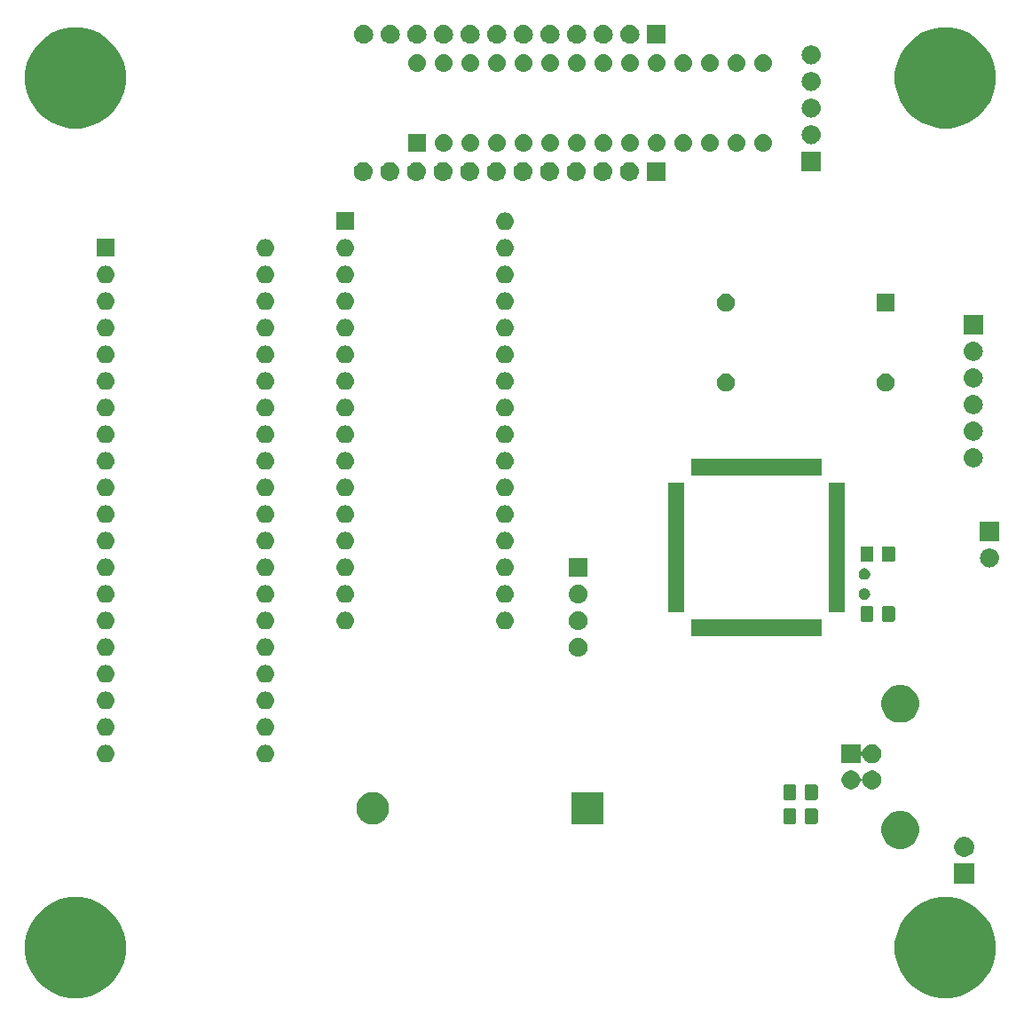
<source format=gbr>
G04 #@! TF.GenerationSoftware,KiCad,Pcbnew,(5.0.2)-1*
G04 #@! TF.CreationDate,2019-09-25T20:03:45-04:00*
G04 #@! TF.ProjectId,Z80_CPU,5a38305f-4350-4552-9e6b-696361645f70,1*
G04 #@! TF.SameCoordinates,Original*
G04 #@! TF.FileFunction,Soldermask,Top*
G04 #@! TF.FilePolarity,Negative*
%FSLAX46Y46*%
G04 Gerber Fmt 4.6, Leading zero omitted, Abs format (unit mm)*
G04 Created by KiCad (PCBNEW (5.0.2)-1) date 9/25/2019 8:03:45 PM*
%MOMM*%
%LPD*%
G01*
G04 APERTURE LIST*
%ADD10C,0.100000*%
G04 APERTURE END LIST*
D10*
G36*
X90404045Y-84371480D02*
X91280046Y-84734331D01*
X92068430Y-85261113D01*
X92738887Y-85931570D01*
X93265669Y-86719954D01*
X93628520Y-87595955D01*
X93813500Y-88525910D01*
X93813500Y-89474090D01*
X93628520Y-90404045D01*
X93265669Y-91280046D01*
X92738887Y-92068430D01*
X92068430Y-92738887D01*
X91280046Y-93265669D01*
X90404045Y-93628520D01*
X89474090Y-93813500D01*
X88525910Y-93813500D01*
X87595955Y-93628520D01*
X86719954Y-93265669D01*
X85931570Y-92738887D01*
X85261113Y-92068430D01*
X84734331Y-91280046D01*
X84371480Y-90404045D01*
X84186500Y-89474090D01*
X84186500Y-88525910D01*
X84371480Y-87595955D01*
X84734331Y-86719954D01*
X85261113Y-85931570D01*
X85931570Y-85261113D01*
X86719954Y-84734331D01*
X87595955Y-84371480D01*
X88525910Y-84186500D01*
X89474090Y-84186500D01*
X90404045Y-84371480D01*
X90404045Y-84371480D01*
G37*
G36*
X7404045Y-84371480D02*
X8280046Y-84734331D01*
X9068430Y-85261113D01*
X9738887Y-85931570D01*
X10265669Y-86719954D01*
X10628520Y-87595955D01*
X10813500Y-88525910D01*
X10813500Y-89474090D01*
X10628520Y-90404045D01*
X10265669Y-91280046D01*
X9738887Y-92068430D01*
X9068430Y-92738887D01*
X8280046Y-93265669D01*
X7404045Y-93628520D01*
X6474090Y-93813500D01*
X5525910Y-93813500D01*
X4595955Y-93628520D01*
X3719954Y-93265669D01*
X2931570Y-92738887D01*
X2261113Y-92068430D01*
X1734331Y-91280046D01*
X1371480Y-90404045D01*
X1186500Y-89474090D01*
X1186500Y-88525910D01*
X1371480Y-87595955D01*
X1734331Y-86719954D01*
X2261113Y-85931570D01*
X2931570Y-85261113D01*
X3719954Y-84734331D01*
X4595955Y-84371480D01*
X5525910Y-84186500D01*
X6474090Y-84186500D01*
X7404045Y-84371480D01*
X7404045Y-84371480D01*
G37*
G36*
X91756000Y-82866000D02*
X89854000Y-82866000D01*
X89854000Y-80964000D01*
X91756000Y-80964000D01*
X91756000Y-82866000D01*
X91756000Y-82866000D01*
G37*
G36*
X91082396Y-78460546D02*
X91255466Y-78532234D01*
X91411230Y-78636312D01*
X91543688Y-78768770D01*
X91647766Y-78924534D01*
X91719454Y-79097604D01*
X91756000Y-79281333D01*
X91756000Y-79468667D01*
X91719454Y-79652396D01*
X91647766Y-79825466D01*
X91543688Y-79981230D01*
X91411230Y-80113688D01*
X91255466Y-80217766D01*
X91082396Y-80289454D01*
X90898667Y-80326000D01*
X90711333Y-80326000D01*
X90527604Y-80289454D01*
X90354534Y-80217766D01*
X90198770Y-80113688D01*
X90066312Y-79981230D01*
X89962234Y-79825466D01*
X89890546Y-79652396D01*
X89854000Y-79468667D01*
X89854000Y-79281333D01*
X89890546Y-79097604D01*
X89962234Y-78924534D01*
X90066312Y-78768770D01*
X90198770Y-78636312D01*
X90354534Y-78532234D01*
X90527604Y-78460546D01*
X90711333Y-78424000D01*
X90898667Y-78424000D01*
X91082396Y-78460546D01*
X91082396Y-78460546D01*
G37*
G36*
X85235331Y-76023211D02*
X85563092Y-76158974D01*
X85858073Y-76356074D01*
X86108926Y-76606927D01*
X86306026Y-76901908D01*
X86441789Y-77229669D01*
X86511000Y-77577616D01*
X86511000Y-77932384D01*
X86441789Y-78280331D01*
X86306026Y-78608092D01*
X86108926Y-78903073D01*
X85858073Y-79153926D01*
X85563092Y-79351026D01*
X85235331Y-79486789D01*
X84887384Y-79556000D01*
X84532616Y-79556000D01*
X84184669Y-79486789D01*
X83856908Y-79351026D01*
X83561927Y-79153926D01*
X83311074Y-78903073D01*
X83113974Y-78608092D01*
X82978211Y-78280331D01*
X82909000Y-77932384D01*
X82909000Y-77577616D01*
X82978211Y-77229669D01*
X83113974Y-76901908D01*
X83311074Y-76606927D01*
X83561927Y-76356074D01*
X83856908Y-76158974D01*
X84184669Y-76023211D01*
X84532616Y-75954000D01*
X84887384Y-75954000D01*
X85235331Y-76023211D01*
X85235331Y-76023211D01*
G37*
G36*
X34726527Y-74180736D02*
X34826410Y-74200604D01*
X35108674Y-74317521D01*
X35362705Y-74487259D01*
X35578741Y-74703295D01*
X35748479Y-74957326D01*
X35865396Y-75239590D01*
X35865396Y-75239591D01*
X35925000Y-75539238D01*
X35925000Y-75844762D01*
X35909621Y-75922075D01*
X35865396Y-76144410D01*
X35748479Y-76426674D01*
X35578741Y-76680705D01*
X35362705Y-76896741D01*
X35108674Y-77066479D01*
X34826410Y-77183396D01*
X34744092Y-77199770D01*
X34526762Y-77243000D01*
X34221238Y-77243000D01*
X34003908Y-77199770D01*
X33921590Y-77183396D01*
X33639326Y-77066479D01*
X33385295Y-76896741D01*
X33169259Y-76680705D01*
X32999521Y-76426674D01*
X32882604Y-76144410D01*
X32838379Y-75922075D01*
X32823000Y-75844762D01*
X32823000Y-75539238D01*
X32882604Y-75239591D01*
X32882604Y-75239590D01*
X32999521Y-74957326D01*
X33169259Y-74703295D01*
X33385295Y-74487259D01*
X33639326Y-74317521D01*
X33921590Y-74200604D01*
X34021473Y-74180736D01*
X34221238Y-74141000D01*
X34526762Y-74141000D01*
X34726527Y-74180736D01*
X34726527Y-74180736D01*
G37*
G36*
X56415000Y-77243000D02*
X53313000Y-77243000D01*
X53313000Y-74141000D01*
X56415000Y-74141000D01*
X56415000Y-77243000D01*
X56415000Y-77243000D01*
G37*
G36*
X76672677Y-75707465D02*
X76710364Y-75718898D01*
X76745103Y-75737466D01*
X76775548Y-75762452D01*
X76800534Y-75792897D01*
X76819102Y-75827636D01*
X76830535Y-75865323D01*
X76835000Y-75910661D01*
X76835000Y-76997339D01*
X76830535Y-77042677D01*
X76819102Y-77080364D01*
X76800534Y-77115103D01*
X76775548Y-77145548D01*
X76745103Y-77170534D01*
X76710364Y-77189102D01*
X76672677Y-77200535D01*
X76627339Y-77205000D01*
X75790661Y-77205000D01*
X75745323Y-77200535D01*
X75707636Y-77189102D01*
X75672897Y-77170534D01*
X75642452Y-77145548D01*
X75617466Y-77115103D01*
X75598898Y-77080364D01*
X75587465Y-77042677D01*
X75583000Y-76997339D01*
X75583000Y-75910661D01*
X75587465Y-75865323D01*
X75598898Y-75827636D01*
X75617466Y-75792897D01*
X75642452Y-75762452D01*
X75672897Y-75737466D01*
X75707636Y-75718898D01*
X75745323Y-75707465D01*
X75790661Y-75703000D01*
X76627339Y-75703000D01*
X76672677Y-75707465D01*
X76672677Y-75707465D01*
G37*
G36*
X74622677Y-75707465D02*
X74660364Y-75718898D01*
X74695103Y-75737466D01*
X74725548Y-75762452D01*
X74750534Y-75792897D01*
X74769102Y-75827636D01*
X74780535Y-75865323D01*
X74785000Y-75910661D01*
X74785000Y-76997339D01*
X74780535Y-77042677D01*
X74769102Y-77080364D01*
X74750534Y-77115103D01*
X74725548Y-77145548D01*
X74695103Y-77170534D01*
X74660364Y-77189102D01*
X74622677Y-77200535D01*
X74577339Y-77205000D01*
X73740661Y-77205000D01*
X73695323Y-77200535D01*
X73657636Y-77189102D01*
X73622897Y-77170534D01*
X73592452Y-77145548D01*
X73567466Y-77115103D01*
X73548898Y-77080364D01*
X73537465Y-77042677D01*
X73533000Y-76997339D01*
X73533000Y-75910661D01*
X73537465Y-75865323D01*
X73548898Y-75827636D01*
X73567466Y-75792897D01*
X73592452Y-75762452D01*
X73622897Y-75737466D01*
X73657636Y-75718898D01*
X73695323Y-75707465D01*
X73740661Y-75703000D01*
X74577339Y-75703000D01*
X74622677Y-75707465D01*
X74622677Y-75707465D01*
G37*
G36*
X74622677Y-73421465D02*
X74660364Y-73432898D01*
X74695103Y-73451466D01*
X74725548Y-73476452D01*
X74750534Y-73506897D01*
X74769102Y-73541636D01*
X74780535Y-73579323D01*
X74785000Y-73624661D01*
X74785000Y-74711339D01*
X74780535Y-74756677D01*
X74769102Y-74794364D01*
X74750534Y-74829103D01*
X74725548Y-74859548D01*
X74695103Y-74884534D01*
X74660364Y-74903102D01*
X74622677Y-74914535D01*
X74577339Y-74919000D01*
X73740661Y-74919000D01*
X73695323Y-74914535D01*
X73657636Y-74903102D01*
X73622897Y-74884534D01*
X73592452Y-74859548D01*
X73567466Y-74829103D01*
X73548898Y-74794364D01*
X73537465Y-74756677D01*
X73533000Y-74711339D01*
X73533000Y-73624661D01*
X73537465Y-73579323D01*
X73548898Y-73541636D01*
X73567466Y-73506897D01*
X73592452Y-73476452D01*
X73622897Y-73451466D01*
X73657636Y-73432898D01*
X73695323Y-73421465D01*
X73740661Y-73417000D01*
X74577339Y-73417000D01*
X74622677Y-73421465D01*
X74622677Y-73421465D01*
G37*
G36*
X76672677Y-73421465D02*
X76710364Y-73432898D01*
X76745103Y-73451466D01*
X76775548Y-73476452D01*
X76800534Y-73506897D01*
X76819102Y-73541636D01*
X76830535Y-73579323D01*
X76835000Y-73624661D01*
X76835000Y-74711339D01*
X76830535Y-74756677D01*
X76819102Y-74794364D01*
X76800534Y-74829103D01*
X76775548Y-74859548D01*
X76745103Y-74884534D01*
X76710364Y-74903102D01*
X76672677Y-74914535D01*
X76627339Y-74919000D01*
X75790661Y-74919000D01*
X75745323Y-74914535D01*
X75707636Y-74903102D01*
X75672897Y-74884534D01*
X75642452Y-74859548D01*
X75617466Y-74829103D01*
X75598898Y-74794364D01*
X75587465Y-74756677D01*
X75583000Y-74711339D01*
X75583000Y-73624661D01*
X75587465Y-73579323D01*
X75598898Y-73541636D01*
X75617466Y-73506897D01*
X75642452Y-73476452D01*
X75672897Y-73451466D01*
X75707636Y-73432898D01*
X75745323Y-73421465D01*
X75790661Y-73417000D01*
X76627339Y-73417000D01*
X76672677Y-73421465D01*
X76672677Y-73421465D01*
G37*
G36*
X80262812Y-72118624D02*
X80426784Y-72186544D01*
X80574354Y-72285147D01*
X80699853Y-72410646D01*
X80798456Y-72558216D01*
X80866376Y-72722188D01*
X80877404Y-72777633D01*
X80884515Y-72801074D01*
X80896067Y-72822685D01*
X80911612Y-72841627D01*
X80930554Y-72857172D01*
X80952165Y-72868723D01*
X80975614Y-72875836D01*
X81000000Y-72878238D01*
X81024387Y-72875836D01*
X81047836Y-72868723D01*
X81069447Y-72857171D01*
X81088389Y-72841626D01*
X81103934Y-72822684D01*
X81115485Y-72801073D01*
X81122596Y-72777633D01*
X81133624Y-72722188D01*
X81201544Y-72558216D01*
X81300147Y-72410646D01*
X81425646Y-72285147D01*
X81573216Y-72186544D01*
X81737188Y-72118624D01*
X81911259Y-72084000D01*
X82088741Y-72084000D01*
X82262812Y-72118624D01*
X82426784Y-72186544D01*
X82574354Y-72285147D01*
X82699853Y-72410646D01*
X82798456Y-72558216D01*
X82866376Y-72722188D01*
X82901000Y-72896259D01*
X82901000Y-73073741D01*
X82866376Y-73247812D01*
X82798456Y-73411784D01*
X82699853Y-73559354D01*
X82574354Y-73684853D01*
X82426784Y-73783456D01*
X82262812Y-73851376D01*
X82088741Y-73886000D01*
X81911259Y-73886000D01*
X81737188Y-73851376D01*
X81573216Y-73783456D01*
X81425646Y-73684853D01*
X81300147Y-73559354D01*
X81201544Y-73411784D01*
X81133624Y-73247812D01*
X81122596Y-73192367D01*
X81115485Y-73168926D01*
X81103933Y-73147315D01*
X81088388Y-73128373D01*
X81069446Y-73112828D01*
X81047835Y-73101277D01*
X81024386Y-73094164D01*
X81000000Y-73091762D01*
X80975613Y-73094164D01*
X80952164Y-73101277D01*
X80930553Y-73112829D01*
X80911611Y-73128374D01*
X80896066Y-73147316D01*
X80884515Y-73168927D01*
X80877404Y-73192367D01*
X80866376Y-73247812D01*
X80798456Y-73411784D01*
X80699853Y-73559354D01*
X80574354Y-73684853D01*
X80426784Y-73783456D01*
X80262812Y-73851376D01*
X80088741Y-73886000D01*
X79911259Y-73886000D01*
X79737188Y-73851376D01*
X79573216Y-73783456D01*
X79425646Y-73684853D01*
X79300147Y-73559354D01*
X79201544Y-73411784D01*
X79133624Y-73247812D01*
X79099000Y-73073741D01*
X79099000Y-72896259D01*
X79133624Y-72722188D01*
X79201544Y-72558216D01*
X79300147Y-72410646D01*
X79425646Y-72285147D01*
X79573216Y-72186544D01*
X79737188Y-72118624D01*
X79911259Y-72084000D01*
X80088741Y-72084000D01*
X80262812Y-72118624D01*
X80262812Y-72118624D01*
G37*
G36*
X80901000Y-70155378D02*
X80903402Y-70179764D01*
X80910515Y-70203213D01*
X80922066Y-70224824D01*
X80937612Y-70243766D01*
X80956554Y-70259312D01*
X80978165Y-70270863D01*
X81001614Y-70277976D01*
X81026000Y-70280378D01*
X81050386Y-70277976D01*
X81073835Y-70270863D01*
X81095446Y-70259312D01*
X81114388Y-70243766D01*
X81129934Y-70224824D01*
X81141480Y-70203223D01*
X81201544Y-70058216D01*
X81300147Y-69910646D01*
X81425646Y-69785147D01*
X81573216Y-69686544D01*
X81737188Y-69618624D01*
X81911259Y-69584000D01*
X82088741Y-69584000D01*
X82262812Y-69618624D01*
X82426784Y-69686544D01*
X82574354Y-69785147D01*
X82699853Y-69910646D01*
X82798456Y-70058216D01*
X82866376Y-70222188D01*
X82901000Y-70396259D01*
X82901000Y-70573741D01*
X82866376Y-70747812D01*
X82798456Y-70911784D01*
X82699853Y-71059354D01*
X82574354Y-71184853D01*
X82426784Y-71283456D01*
X82262812Y-71351376D01*
X82088741Y-71386000D01*
X81911259Y-71386000D01*
X81737188Y-71351376D01*
X81573216Y-71283456D01*
X81425646Y-71184853D01*
X81300147Y-71059354D01*
X81201544Y-70911784D01*
X81141480Y-70766777D01*
X81129934Y-70745176D01*
X81114388Y-70726234D01*
X81095446Y-70710688D01*
X81073835Y-70699137D01*
X81050386Y-70692024D01*
X81026000Y-70689622D01*
X81001614Y-70692024D01*
X80978165Y-70699137D01*
X80956554Y-70710688D01*
X80937612Y-70726234D01*
X80922066Y-70745176D01*
X80910515Y-70766787D01*
X80903402Y-70790236D01*
X80901000Y-70814622D01*
X80901000Y-71386000D01*
X79099000Y-71386000D01*
X79099000Y-69584000D01*
X80901000Y-69584000D01*
X80901000Y-70155378D01*
X80901000Y-70155378D01*
G37*
G36*
X24296821Y-69646313D02*
X24296824Y-69646314D01*
X24296825Y-69646314D01*
X24457239Y-69694975D01*
X24457241Y-69694976D01*
X24457244Y-69694977D01*
X24605078Y-69773995D01*
X24734659Y-69880341D01*
X24841005Y-70009922D01*
X24920023Y-70157756D01*
X24920024Y-70157759D01*
X24920025Y-70157761D01*
X24957220Y-70280378D01*
X24968687Y-70318179D01*
X24985117Y-70485000D01*
X24968687Y-70651821D01*
X24968686Y-70651824D01*
X24968686Y-70651825D01*
X24926700Y-70790236D01*
X24920023Y-70812244D01*
X24841005Y-70960078D01*
X24734659Y-71089659D01*
X24605078Y-71196005D01*
X24457244Y-71275023D01*
X24457241Y-71275024D01*
X24457239Y-71275025D01*
X24296825Y-71323686D01*
X24296824Y-71323686D01*
X24296821Y-71323687D01*
X24171804Y-71336000D01*
X24088196Y-71336000D01*
X23963179Y-71323687D01*
X23963176Y-71323686D01*
X23963175Y-71323686D01*
X23802761Y-71275025D01*
X23802759Y-71275024D01*
X23802756Y-71275023D01*
X23654922Y-71196005D01*
X23525341Y-71089659D01*
X23418995Y-70960078D01*
X23339977Y-70812244D01*
X23333301Y-70790236D01*
X23291314Y-70651825D01*
X23291314Y-70651824D01*
X23291313Y-70651821D01*
X23274883Y-70485000D01*
X23291313Y-70318179D01*
X23302780Y-70280378D01*
X23339975Y-70157761D01*
X23339976Y-70157759D01*
X23339977Y-70157756D01*
X23418995Y-70009922D01*
X23525341Y-69880341D01*
X23654922Y-69773995D01*
X23802756Y-69694977D01*
X23802759Y-69694976D01*
X23802761Y-69694975D01*
X23963175Y-69646314D01*
X23963176Y-69646314D01*
X23963179Y-69646313D01*
X24088196Y-69634000D01*
X24171804Y-69634000D01*
X24296821Y-69646313D01*
X24296821Y-69646313D01*
G37*
G36*
X9056821Y-69646313D02*
X9056824Y-69646314D01*
X9056825Y-69646314D01*
X9217239Y-69694975D01*
X9217241Y-69694976D01*
X9217244Y-69694977D01*
X9365078Y-69773995D01*
X9494659Y-69880341D01*
X9601005Y-70009922D01*
X9680023Y-70157756D01*
X9680024Y-70157759D01*
X9680025Y-70157761D01*
X9717220Y-70280378D01*
X9728687Y-70318179D01*
X9745117Y-70485000D01*
X9728687Y-70651821D01*
X9728686Y-70651824D01*
X9728686Y-70651825D01*
X9686700Y-70790236D01*
X9680023Y-70812244D01*
X9601005Y-70960078D01*
X9494659Y-71089659D01*
X9365078Y-71196005D01*
X9217244Y-71275023D01*
X9217241Y-71275024D01*
X9217239Y-71275025D01*
X9056825Y-71323686D01*
X9056824Y-71323686D01*
X9056821Y-71323687D01*
X8931804Y-71336000D01*
X8848196Y-71336000D01*
X8723179Y-71323687D01*
X8723176Y-71323686D01*
X8723175Y-71323686D01*
X8562761Y-71275025D01*
X8562759Y-71275024D01*
X8562756Y-71275023D01*
X8414922Y-71196005D01*
X8285341Y-71089659D01*
X8178995Y-70960078D01*
X8099977Y-70812244D01*
X8093301Y-70790236D01*
X8051314Y-70651825D01*
X8051314Y-70651824D01*
X8051313Y-70651821D01*
X8034883Y-70485000D01*
X8051313Y-70318179D01*
X8062780Y-70280378D01*
X8099975Y-70157761D01*
X8099976Y-70157759D01*
X8099977Y-70157756D01*
X8178995Y-70009922D01*
X8285341Y-69880341D01*
X8414922Y-69773995D01*
X8562756Y-69694977D01*
X8562759Y-69694976D01*
X8562761Y-69694975D01*
X8723175Y-69646314D01*
X8723176Y-69646314D01*
X8723179Y-69646313D01*
X8848196Y-69634000D01*
X8931804Y-69634000D01*
X9056821Y-69646313D01*
X9056821Y-69646313D01*
G37*
G36*
X9056821Y-67106313D02*
X9056824Y-67106314D01*
X9056825Y-67106314D01*
X9217239Y-67154975D01*
X9217241Y-67154976D01*
X9217244Y-67154977D01*
X9365078Y-67233995D01*
X9494659Y-67340341D01*
X9601005Y-67469922D01*
X9680023Y-67617756D01*
X9728687Y-67778179D01*
X9745117Y-67945000D01*
X9728687Y-68111821D01*
X9680023Y-68272244D01*
X9601005Y-68420078D01*
X9494659Y-68549659D01*
X9365078Y-68656005D01*
X9217244Y-68735023D01*
X9217241Y-68735024D01*
X9217239Y-68735025D01*
X9056825Y-68783686D01*
X9056824Y-68783686D01*
X9056821Y-68783687D01*
X8931804Y-68796000D01*
X8848196Y-68796000D01*
X8723179Y-68783687D01*
X8723176Y-68783686D01*
X8723175Y-68783686D01*
X8562761Y-68735025D01*
X8562759Y-68735024D01*
X8562756Y-68735023D01*
X8414922Y-68656005D01*
X8285341Y-68549659D01*
X8178995Y-68420078D01*
X8099977Y-68272244D01*
X8051313Y-68111821D01*
X8034883Y-67945000D01*
X8051313Y-67778179D01*
X8099977Y-67617756D01*
X8178995Y-67469922D01*
X8285341Y-67340341D01*
X8414922Y-67233995D01*
X8562756Y-67154977D01*
X8562759Y-67154976D01*
X8562761Y-67154975D01*
X8723175Y-67106314D01*
X8723176Y-67106314D01*
X8723179Y-67106313D01*
X8848196Y-67094000D01*
X8931804Y-67094000D01*
X9056821Y-67106313D01*
X9056821Y-67106313D01*
G37*
G36*
X24296821Y-67106313D02*
X24296824Y-67106314D01*
X24296825Y-67106314D01*
X24457239Y-67154975D01*
X24457241Y-67154976D01*
X24457244Y-67154977D01*
X24605078Y-67233995D01*
X24734659Y-67340341D01*
X24841005Y-67469922D01*
X24920023Y-67617756D01*
X24968687Y-67778179D01*
X24985117Y-67945000D01*
X24968687Y-68111821D01*
X24920023Y-68272244D01*
X24841005Y-68420078D01*
X24734659Y-68549659D01*
X24605078Y-68656005D01*
X24457244Y-68735023D01*
X24457241Y-68735024D01*
X24457239Y-68735025D01*
X24296825Y-68783686D01*
X24296824Y-68783686D01*
X24296821Y-68783687D01*
X24171804Y-68796000D01*
X24088196Y-68796000D01*
X23963179Y-68783687D01*
X23963176Y-68783686D01*
X23963175Y-68783686D01*
X23802761Y-68735025D01*
X23802759Y-68735024D01*
X23802756Y-68735023D01*
X23654922Y-68656005D01*
X23525341Y-68549659D01*
X23418995Y-68420078D01*
X23339977Y-68272244D01*
X23291313Y-68111821D01*
X23274883Y-67945000D01*
X23291313Y-67778179D01*
X23339977Y-67617756D01*
X23418995Y-67469922D01*
X23525341Y-67340341D01*
X23654922Y-67233995D01*
X23802756Y-67154977D01*
X23802759Y-67154976D01*
X23802761Y-67154975D01*
X23963175Y-67106314D01*
X23963176Y-67106314D01*
X23963179Y-67106313D01*
X24088196Y-67094000D01*
X24171804Y-67094000D01*
X24296821Y-67106313D01*
X24296821Y-67106313D01*
G37*
G36*
X85235331Y-63983211D02*
X85563092Y-64118974D01*
X85858073Y-64316074D01*
X86108926Y-64566927D01*
X86306026Y-64861908D01*
X86441789Y-65189669D01*
X86511000Y-65537616D01*
X86511000Y-65892384D01*
X86441789Y-66240331D01*
X86306026Y-66568092D01*
X86108926Y-66863073D01*
X85858073Y-67113926D01*
X85563092Y-67311026D01*
X85235331Y-67446789D01*
X84887384Y-67516000D01*
X84532616Y-67516000D01*
X84184669Y-67446789D01*
X83856908Y-67311026D01*
X83561927Y-67113926D01*
X83311074Y-66863073D01*
X83113974Y-66568092D01*
X82978211Y-66240331D01*
X82909000Y-65892384D01*
X82909000Y-65537616D01*
X82978211Y-65189669D01*
X83113974Y-64861908D01*
X83311074Y-64566927D01*
X83561927Y-64316074D01*
X83856908Y-64118974D01*
X84184669Y-63983211D01*
X84532616Y-63914000D01*
X84887384Y-63914000D01*
X85235331Y-63983211D01*
X85235331Y-63983211D01*
G37*
G36*
X24296821Y-64566313D02*
X24296824Y-64566314D01*
X24296825Y-64566314D01*
X24457239Y-64614975D01*
X24457241Y-64614976D01*
X24457244Y-64614977D01*
X24605078Y-64693995D01*
X24734659Y-64800341D01*
X24841005Y-64929922D01*
X24920023Y-65077756D01*
X24920024Y-65077759D01*
X24920025Y-65077761D01*
X24953972Y-65189669D01*
X24968687Y-65238179D01*
X24985117Y-65405000D01*
X24968687Y-65571821D01*
X24920023Y-65732244D01*
X24841005Y-65880078D01*
X24734659Y-66009659D01*
X24605078Y-66116005D01*
X24457244Y-66195023D01*
X24457241Y-66195024D01*
X24457239Y-66195025D01*
X24296825Y-66243686D01*
X24296824Y-66243686D01*
X24296821Y-66243687D01*
X24171804Y-66256000D01*
X24088196Y-66256000D01*
X23963179Y-66243687D01*
X23963176Y-66243686D01*
X23963175Y-66243686D01*
X23802761Y-66195025D01*
X23802759Y-66195024D01*
X23802756Y-66195023D01*
X23654922Y-66116005D01*
X23525341Y-66009659D01*
X23418995Y-65880078D01*
X23339977Y-65732244D01*
X23291313Y-65571821D01*
X23274883Y-65405000D01*
X23291313Y-65238179D01*
X23306028Y-65189669D01*
X23339975Y-65077761D01*
X23339976Y-65077759D01*
X23339977Y-65077756D01*
X23418995Y-64929922D01*
X23525341Y-64800341D01*
X23654922Y-64693995D01*
X23802756Y-64614977D01*
X23802759Y-64614976D01*
X23802761Y-64614975D01*
X23963175Y-64566314D01*
X23963176Y-64566314D01*
X23963179Y-64566313D01*
X24088196Y-64554000D01*
X24171804Y-64554000D01*
X24296821Y-64566313D01*
X24296821Y-64566313D01*
G37*
G36*
X9056821Y-64566313D02*
X9056824Y-64566314D01*
X9056825Y-64566314D01*
X9217239Y-64614975D01*
X9217241Y-64614976D01*
X9217244Y-64614977D01*
X9365078Y-64693995D01*
X9494659Y-64800341D01*
X9601005Y-64929922D01*
X9680023Y-65077756D01*
X9680024Y-65077759D01*
X9680025Y-65077761D01*
X9713972Y-65189669D01*
X9728687Y-65238179D01*
X9745117Y-65405000D01*
X9728687Y-65571821D01*
X9680023Y-65732244D01*
X9601005Y-65880078D01*
X9494659Y-66009659D01*
X9365078Y-66116005D01*
X9217244Y-66195023D01*
X9217241Y-66195024D01*
X9217239Y-66195025D01*
X9056825Y-66243686D01*
X9056824Y-66243686D01*
X9056821Y-66243687D01*
X8931804Y-66256000D01*
X8848196Y-66256000D01*
X8723179Y-66243687D01*
X8723176Y-66243686D01*
X8723175Y-66243686D01*
X8562761Y-66195025D01*
X8562759Y-66195024D01*
X8562756Y-66195023D01*
X8414922Y-66116005D01*
X8285341Y-66009659D01*
X8178995Y-65880078D01*
X8099977Y-65732244D01*
X8051313Y-65571821D01*
X8034883Y-65405000D01*
X8051313Y-65238179D01*
X8066028Y-65189669D01*
X8099975Y-65077761D01*
X8099976Y-65077759D01*
X8099977Y-65077756D01*
X8178995Y-64929922D01*
X8285341Y-64800341D01*
X8414922Y-64693995D01*
X8562756Y-64614977D01*
X8562759Y-64614976D01*
X8562761Y-64614975D01*
X8723175Y-64566314D01*
X8723176Y-64566314D01*
X8723179Y-64566313D01*
X8848196Y-64554000D01*
X8931804Y-64554000D01*
X9056821Y-64566313D01*
X9056821Y-64566313D01*
G37*
G36*
X9056821Y-62026313D02*
X9056824Y-62026314D01*
X9056825Y-62026314D01*
X9217239Y-62074975D01*
X9217241Y-62074976D01*
X9217244Y-62074977D01*
X9365078Y-62153995D01*
X9494659Y-62260341D01*
X9601005Y-62389922D01*
X9680023Y-62537756D01*
X9728687Y-62698179D01*
X9745117Y-62865000D01*
X9728687Y-63031821D01*
X9680023Y-63192244D01*
X9601005Y-63340078D01*
X9494659Y-63469659D01*
X9365078Y-63576005D01*
X9217244Y-63655023D01*
X9217241Y-63655024D01*
X9217239Y-63655025D01*
X9056825Y-63703686D01*
X9056824Y-63703686D01*
X9056821Y-63703687D01*
X8931804Y-63716000D01*
X8848196Y-63716000D01*
X8723179Y-63703687D01*
X8723176Y-63703686D01*
X8723175Y-63703686D01*
X8562761Y-63655025D01*
X8562759Y-63655024D01*
X8562756Y-63655023D01*
X8414922Y-63576005D01*
X8285341Y-63469659D01*
X8178995Y-63340078D01*
X8099977Y-63192244D01*
X8051313Y-63031821D01*
X8034883Y-62865000D01*
X8051313Y-62698179D01*
X8099977Y-62537756D01*
X8178995Y-62389922D01*
X8285341Y-62260341D01*
X8414922Y-62153995D01*
X8562756Y-62074977D01*
X8562759Y-62074976D01*
X8562761Y-62074975D01*
X8723175Y-62026314D01*
X8723176Y-62026314D01*
X8723179Y-62026313D01*
X8848196Y-62014000D01*
X8931804Y-62014000D01*
X9056821Y-62026313D01*
X9056821Y-62026313D01*
G37*
G36*
X24296821Y-62026313D02*
X24296824Y-62026314D01*
X24296825Y-62026314D01*
X24457239Y-62074975D01*
X24457241Y-62074976D01*
X24457244Y-62074977D01*
X24605078Y-62153995D01*
X24734659Y-62260341D01*
X24841005Y-62389922D01*
X24920023Y-62537756D01*
X24968687Y-62698179D01*
X24985117Y-62865000D01*
X24968687Y-63031821D01*
X24920023Y-63192244D01*
X24841005Y-63340078D01*
X24734659Y-63469659D01*
X24605078Y-63576005D01*
X24457244Y-63655023D01*
X24457241Y-63655024D01*
X24457239Y-63655025D01*
X24296825Y-63703686D01*
X24296824Y-63703686D01*
X24296821Y-63703687D01*
X24171804Y-63716000D01*
X24088196Y-63716000D01*
X23963179Y-63703687D01*
X23963176Y-63703686D01*
X23963175Y-63703686D01*
X23802761Y-63655025D01*
X23802759Y-63655024D01*
X23802756Y-63655023D01*
X23654922Y-63576005D01*
X23525341Y-63469659D01*
X23418995Y-63340078D01*
X23339977Y-63192244D01*
X23291313Y-63031821D01*
X23274883Y-62865000D01*
X23291313Y-62698179D01*
X23339977Y-62537756D01*
X23418995Y-62389922D01*
X23525341Y-62260341D01*
X23654922Y-62153995D01*
X23802756Y-62074977D01*
X23802759Y-62074976D01*
X23802761Y-62074975D01*
X23963175Y-62026314D01*
X23963176Y-62026314D01*
X23963179Y-62026313D01*
X24088196Y-62014000D01*
X24171804Y-62014000D01*
X24296821Y-62026313D01*
X24296821Y-62026313D01*
G37*
G36*
X54085442Y-59430518D02*
X54151627Y-59437037D01*
X54264853Y-59471384D01*
X54321467Y-59488557D01*
X54408311Y-59534977D01*
X54477991Y-59572222D01*
X54513729Y-59601552D01*
X54615186Y-59684814D01*
X54698448Y-59786271D01*
X54727778Y-59822009D01*
X54727779Y-59822011D01*
X54811443Y-59978533D01*
X54828616Y-60035147D01*
X54862963Y-60148373D01*
X54880359Y-60325000D01*
X54862963Y-60501627D01*
X54828616Y-60614853D01*
X54811443Y-60671467D01*
X54742698Y-60800078D01*
X54727778Y-60827991D01*
X54698448Y-60863729D01*
X54615186Y-60965186D01*
X54513729Y-61048448D01*
X54477991Y-61077778D01*
X54477989Y-61077779D01*
X54321467Y-61161443D01*
X54314069Y-61163687D01*
X54151627Y-61212963D01*
X54085442Y-61219482D01*
X54019260Y-61226000D01*
X53930740Y-61226000D01*
X53864558Y-61219482D01*
X53798373Y-61212963D01*
X53635931Y-61163687D01*
X53628533Y-61161443D01*
X53472011Y-61077779D01*
X53472009Y-61077778D01*
X53436271Y-61048448D01*
X53334814Y-60965186D01*
X53251552Y-60863729D01*
X53222222Y-60827991D01*
X53207302Y-60800078D01*
X53138557Y-60671467D01*
X53121384Y-60614853D01*
X53087037Y-60501627D01*
X53069641Y-60325000D01*
X53087037Y-60148373D01*
X53121384Y-60035147D01*
X53138557Y-59978533D01*
X53222221Y-59822011D01*
X53222222Y-59822009D01*
X53251552Y-59786271D01*
X53334814Y-59684814D01*
X53436271Y-59601552D01*
X53472009Y-59572222D01*
X53541689Y-59534977D01*
X53628533Y-59488557D01*
X53685147Y-59471384D01*
X53798373Y-59437037D01*
X53864558Y-59430518D01*
X53930740Y-59424000D01*
X54019260Y-59424000D01*
X54085442Y-59430518D01*
X54085442Y-59430518D01*
G37*
G36*
X9056821Y-59486313D02*
X9056824Y-59486314D01*
X9056825Y-59486314D01*
X9217239Y-59534975D01*
X9217241Y-59534976D01*
X9217244Y-59534977D01*
X9365078Y-59613995D01*
X9494659Y-59720341D01*
X9601005Y-59849922D01*
X9680023Y-59997756D01*
X9680024Y-59997759D01*
X9680025Y-59997761D01*
X9725713Y-60148375D01*
X9728687Y-60158179D01*
X9745117Y-60325000D01*
X9728687Y-60491821D01*
X9728686Y-60491824D01*
X9728686Y-60491825D01*
X9725713Y-60501627D01*
X9680023Y-60652244D01*
X9601005Y-60800078D01*
X9494659Y-60929659D01*
X9365078Y-61036005D01*
X9217244Y-61115023D01*
X9217241Y-61115024D01*
X9217239Y-61115025D01*
X9056825Y-61163686D01*
X9056824Y-61163686D01*
X9056821Y-61163687D01*
X8931804Y-61176000D01*
X8848196Y-61176000D01*
X8723179Y-61163687D01*
X8723176Y-61163686D01*
X8723175Y-61163686D01*
X8562761Y-61115025D01*
X8562759Y-61115024D01*
X8562756Y-61115023D01*
X8414922Y-61036005D01*
X8285341Y-60929659D01*
X8178995Y-60800078D01*
X8099977Y-60652244D01*
X8054288Y-60501627D01*
X8051314Y-60491825D01*
X8051314Y-60491824D01*
X8051313Y-60491821D01*
X8034883Y-60325000D01*
X8051313Y-60158179D01*
X8054287Y-60148375D01*
X8099975Y-59997761D01*
X8099976Y-59997759D01*
X8099977Y-59997756D01*
X8178995Y-59849922D01*
X8285341Y-59720341D01*
X8414922Y-59613995D01*
X8562756Y-59534977D01*
X8562759Y-59534976D01*
X8562761Y-59534975D01*
X8723175Y-59486314D01*
X8723176Y-59486314D01*
X8723179Y-59486313D01*
X8848196Y-59474000D01*
X8931804Y-59474000D01*
X9056821Y-59486313D01*
X9056821Y-59486313D01*
G37*
G36*
X24296821Y-59486313D02*
X24296824Y-59486314D01*
X24296825Y-59486314D01*
X24457239Y-59534975D01*
X24457241Y-59534976D01*
X24457244Y-59534977D01*
X24605078Y-59613995D01*
X24734659Y-59720341D01*
X24841005Y-59849922D01*
X24920023Y-59997756D01*
X24920024Y-59997759D01*
X24920025Y-59997761D01*
X24965713Y-60148375D01*
X24968687Y-60158179D01*
X24985117Y-60325000D01*
X24968687Y-60491821D01*
X24968686Y-60491824D01*
X24968686Y-60491825D01*
X24965713Y-60501627D01*
X24920023Y-60652244D01*
X24841005Y-60800078D01*
X24734659Y-60929659D01*
X24605078Y-61036005D01*
X24457244Y-61115023D01*
X24457241Y-61115024D01*
X24457239Y-61115025D01*
X24296825Y-61163686D01*
X24296824Y-61163686D01*
X24296821Y-61163687D01*
X24171804Y-61176000D01*
X24088196Y-61176000D01*
X23963179Y-61163687D01*
X23963176Y-61163686D01*
X23963175Y-61163686D01*
X23802761Y-61115025D01*
X23802759Y-61115024D01*
X23802756Y-61115023D01*
X23654922Y-61036005D01*
X23525341Y-60929659D01*
X23418995Y-60800078D01*
X23339977Y-60652244D01*
X23294288Y-60501627D01*
X23291314Y-60491825D01*
X23291314Y-60491824D01*
X23291313Y-60491821D01*
X23274883Y-60325000D01*
X23291313Y-60158179D01*
X23294287Y-60148375D01*
X23339975Y-59997761D01*
X23339976Y-59997759D01*
X23339977Y-59997756D01*
X23418995Y-59849922D01*
X23525341Y-59720341D01*
X23654922Y-59613995D01*
X23802756Y-59534977D01*
X23802759Y-59534976D01*
X23802761Y-59534975D01*
X23963175Y-59486314D01*
X23963176Y-59486314D01*
X23963179Y-59486313D01*
X24088196Y-59474000D01*
X24171804Y-59474000D01*
X24296821Y-59486313D01*
X24296821Y-59486313D01*
G37*
G36*
X65170293Y-57675323D02*
X65177311Y-57677452D01*
X65191080Y-57684811D01*
X65213719Y-57694187D01*
X65237753Y-57698967D01*
X65262257Y-57698966D01*
X65286290Y-57694184D01*
X65308920Y-57684811D01*
X65322689Y-57677452D01*
X65329707Y-57675323D01*
X65343140Y-57674000D01*
X65656860Y-57674000D01*
X65670293Y-57675323D01*
X65677311Y-57677452D01*
X65691080Y-57684811D01*
X65713719Y-57694187D01*
X65737753Y-57698967D01*
X65762257Y-57698966D01*
X65786290Y-57694184D01*
X65808920Y-57684811D01*
X65822689Y-57677452D01*
X65829707Y-57675323D01*
X65843140Y-57674000D01*
X66156860Y-57674000D01*
X66170293Y-57675323D01*
X66177311Y-57677452D01*
X66191080Y-57684811D01*
X66213719Y-57694187D01*
X66237753Y-57698967D01*
X66262257Y-57698966D01*
X66286290Y-57694184D01*
X66308920Y-57684811D01*
X66322689Y-57677452D01*
X66329707Y-57675323D01*
X66343140Y-57674000D01*
X66656860Y-57674000D01*
X66670293Y-57675323D01*
X66677311Y-57677452D01*
X66691080Y-57684811D01*
X66713719Y-57694187D01*
X66737753Y-57698967D01*
X66762257Y-57698966D01*
X66786290Y-57694184D01*
X66808920Y-57684811D01*
X66822689Y-57677452D01*
X66829707Y-57675323D01*
X66843140Y-57674000D01*
X67156860Y-57674000D01*
X67170293Y-57675323D01*
X67177311Y-57677452D01*
X67191080Y-57684811D01*
X67213719Y-57694187D01*
X67237753Y-57698967D01*
X67262257Y-57698966D01*
X67286290Y-57694184D01*
X67308920Y-57684811D01*
X67322689Y-57677452D01*
X67329707Y-57675323D01*
X67343140Y-57674000D01*
X67656860Y-57674000D01*
X67670293Y-57675323D01*
X67677311Y-57677452D01*
X67691080Y-57684811D01*
X67713719Y-57694187D01*
X67737753Y-57698967D01*
X67762257Y-57698966D01*
X67786290Y-57694184D01*
X67808920Y-57684811D01*
X67822689Y-57677452D01*
X67829707Y-57675323D01*
X67843140Y-57674000D01*
X68156860Y-57674000D01*
X68170293Y-57675323D01*
X68177311Y-57677452D01*
X68191080Y-57684811D01*
X68213719Y-57694187D01*
X68237753Y-57698967D01*
X68262257Y-57698966D01*
X68286290Y-57694184D01*
X68308920Y-57684811D01*
X68322689Y-57677452D01*
X68329707Y-57675323D01*
X68343140Y-57674000D01*
X68656860Y-57674000D01*
X68670293Y-57675323D01*
X68677311Y-57677452D01*
X68691080Y-57684811D01*
X68713719Y-57694187D01*
X68737753Y-57698967D01*
X68762257Y-57698966D01*
X68786290Y-57694184D01*
X68808920Y-57684811D01*
X68822689Y-57677452D01*
X68829707Y-57675323D01*
X68843140Y-57674000D01*
X69156860Y-57674000D01*
X69170293Y-57675323D01*
X69177311Y-57677452D01*
X69191080Y-57684811D01*
X69213719Y-57694187D01*
X69237753Y-57698967D01*
X69262257Y-57698966D01*
X69286290Y-57694184D01*
X69308920Y-57684811D01*
X69322689Y-57677452D01*
X69329707Y-57675323D01*
X69343140Y-57674000D01*
X69656860Y-57674000D01*
X69670293Y-57675323D01*
X69677311Y-57677452D01*
X69691080Y-57684811D01*
X69713719Y-57694187D01*
X69737753Y-57698967D01*
X69762257Y-57698966D01*
X69786290Y-57694184D01*
X69808920Y-57684811D01*
X69822689Y-57677452D01*
X69829707Y-57675323D01*
X69843140Y-57674000D01*
X70156860Y-57674000D01*
X70170293Y-57675323D01*
X70177311Y-57677452D01*
X70191080Y-57684811D01*
X70213719Y-57694187D01*
X70237753Y-57698967D01*
X70262257Y-57698966D01*
X70286290Y-57694184D01*
X70308920Y-57684811D01*
X70322689Y-57677452D01*
X70329707Y-57675323D01*
X70343140Y-57674000D01*
X70656860Y-57674000D01*
X70670293Y-57675323D01*
X70677311Y-57677452D01*
X70691080Y-57684811D01*
X70713719Y-57694187D01*
X70737753Y-57698967D01*
X70762257Y-57698966D01*
X70786290Y-57694184D01*
X70808920Y-57684811D01*
X70822689Y-57677452D01*
X70829707Y-57675323D01*
X70843140Y-57674000D01*
X71156860Y-57674000D01*
X71170293Y-57675323D01*
X71177311Y-57677452D01*
X71191080Y-57684811D01*
X71213719Y-57694187D01*
X71237753Y-57698967D01*
X71262257Y-57698966D01*
X71286290Y-57694184D01*
X71308920Y-57684811D01*
X71322689Y-57677452D01*
X71329707Y-57675323D01*
X71343140Y-57674000D01*
X71656860Y-57674000D01*
X71670293Y-57675323D01*
X71677311Y-57677452D01*
X71691080Y-57684811D01*
X71713719Y-57694187D01*
X71737753Y-57698967D01*
X71762257Y-57698966D01*
X71786290Y-57694184D01*
X71808920Y-57684811D01*
X71822689Y-57677452D01*
X71829707Y-57675323D01*
X71843140Y-57674000D01*
X72156860Y-57674000D01*
X72170293Y-57675323D01*
X72177311Y-57677452D01*
X72191080Y-57684811D01*
X72213719Y-57694187D01*
X72237753Y-57698967D01*
X72262257Y-57698966D01*
X72286290Y-57694184D01*
X72308920Y-57684811D01*
X72322689Y-57677452D01*
X72329707Y-57675323D01*
X72343140Y-57674000D01*
X72656860Y-57674000D01*
X72670293Y-57675323D01*
X72677311Y-57677452D01*
X72691080Y-57684811D01*
X72713719Y-57694187D01*
X72737753Y-57698967D01*
X72762257Y-57698966D01*
X72786290Y-57694184D01*
X72808920Y-57684811D01*
X72822689Y-57677452D01*
X72829707Y-57675323D01*
X72843140Y-57674000D01*
X73156860Y-57674000D01*
X73170293Y-57675323D01*
X73177311Y-57677452D01*
X73191080Y-57684811D01*
X73213719Y-57694187D01*
X73237753Y-57698967D01*
X73262257Y-57698966D01*
X73286290Y-57694184D01*
X73308920Y-57684811D01*
X73322689Y-57677452D01*
X73329707Y-57675323D01*
X73343140Y-57674000D01*
X73656860Y-57674000D01*
X73670293Y-57675323D01*
X73677311Y-57677452D01*
X73691080Y-57684811D01*
X73713719Y-57694187D01*
X73737753Y-57698967D01*
X73762257Y-57698966D01*
X73786290Y-57694184D01*
X73808920Y-57684811D01*
X73822689Y-57677452D01*
X73829707Y-57675323D01*
X73843140Y-57674000D01*
X74156860Y-57674000D01*
X74170293Y-57675323D01*
X74177311Y-57677452D01*
X74191080Y-57684811D01*
X74213719Y-57694187D01*
X74237753Y-57698967D01*
X74262257Y-57698966D01*
X74286290Y-57694184D01*
X74308920Y-57684811D01*
X74322689Y-57677452D01*
X74329707Y-57675323D01*
X74343140Y-57674000D01*
X74656860Y-57674000D01*
X74670293Y-57675323D01*
X74677311Y-57677452D01*
X74691080Y-57684811D01*
X74713719Y-57694187D01*
X74737753Y-57698967D01*
X74762257Y-57698966D01*
X74786290Y-57694184D01*
X74808920Y-57684811D01*
X74822689Y-57677452D01*
X74829707Y-57675323D01*
X74843140Y-57674000D01*
X75156860Y-57674000D01*
X75170293Y-57675323D01*
X75177311Y-57677452D01*
X75191080Y-57684811D01*
X75213719Y-57694187D01*
X75237753Y-57698967D01*
X75262257Y-57698966D01*
X75286290Y-57694184D01*
X75308920Y-57684811D01*
X75322689Y-57677452D01*
X75329707Y-57675323D01*
X75343140Y-57674000D01*
X75656860Y-57674000D01*
X75670293Y-57675323D01*
X75677311Y-57677452D01*
X75691080Y-57684811D01*
X75713719Y-57694187D01*
X75737753Y-57698967D01*
X75762257Y-57698966D01*
X75786290Y-57694184D01*
X75808920Y-57684811D01*
X75822689Y-57677452D01*
X75829707Y-57675323D01*
X75843140Y-57674000D01*
X76156860Y-57674000D01*
X76170293Y-57675323D01*
X76177311Y-57677452D01*
X76191080Y-57684811D01*
X76213719Y-57694187D01*
X76237753Y-57698967D01*
X76262257Y-57698966D01*
X76286290Y-57694184D01*
X76308920Y-57684811D01*
X76322689Y-57677452D01*
X76329707Y-57675323D01*
X76343140Y-57674000D01*
X76656860Y-57674000D01*
X76670293Y-57675323D01*
X76677311Y-57677452D01*
X76691080Y-57684811D01*
X76713719Y-57694187D01*
X76737753Y-57698967D01*
X76762257Y-57698966D01*
X76786290Y-57694184D01*
X76808920Y-57684811D01*
X76822689Y-57677452D01*
X76829707Y-57675323D01*
X76843140Y-57674000D01*
X77156860Y-57674000D01*
X77170293Y-57675323D01*
X77177312Y-57677452D01*
X77183775Y-57680907D01*
X77189442Y-57685558D01*
X77194093Y-57691225D01*
X77197548Y-57697688D01*
X77199677Y-57704707D01*
X77201000Y-57718140D01*
X77201000Y-59206860D01*
X77199677Y-59220293D01*
X77197548Y-59227312D01*
X77194093Y-59233775D01*
X77189442Y-59239442D01*
X77183775Y-59244093D01*
X77177312Y-59247548D01*
X77170293Y-59249677D01*
X77156860Y-59251000D01*
X76843140Y-59251000D01*
X76829707Y-59249677D01*
X76822689Y-59247548D01*
X76808920Y-59240189D01*
X76786281Y-59230813D01*
X76762247Y-59226033D01*
X76737743Y-59226034D01*
X76713710Y-59230816D01*
X76691080Y-59240189D01*
X76677311Y-59247548D01*
X76670293Y-59249677D01*
X76656860Y-59251000D01*
X76343140Y-59251000D01*
X76329707Y-59249677D01*
X76322689Y-59247548D01*
X76308920Y-59240189D01*
X76286281Y-59230813D01*
X76262247Y-59226033D01*
X76237743Y-59226034D01*
X76213710Y-59230816D01*
X76191080Y-59240189D01*
X76177311Y-59247548D01*
X76170293Y-59249677D01*
X76156860Y-59251000D01*
X75843140Y-59251000D01*
X75829707Y-59249677D01*
X75822689Y-59247548D01*
X75808920Y-59240189D01*
X75786281Y-59230813D01*
X75762247Y-59226033D01*
X75737743Y-59226034D01*
X75713710Y-59230816D01*
X75691080Y-59240189D01*
X75677311Y-59247548D01*
X75670293Y-59249677D01*
X75656860Y-59251000D01*
X75343140Y-59251000D01*
X75329707Y-59249677D01*
X75322689Y-59247548D01*
X75308920Y-59240189D01*
X75286281Y-59230813D01*
X75262247Y-59226033D01*
X75237743Y-59226034D01*
X75213710Y-59230816D01*
X75191080Y-59240189D01*
X75177311Y-59247548D01*
X75170293Y-59249677D01*
X75156860Y-59251000D01*
X74843140Y-59251000D01*
X74829707Y-59249677D01*
X74822689Y-59247548D01*
X74808920Y-59240189D01*
X74786281Y-59230813D01*
X74762247Y-59226033D01*
X74737743Y-59226034D01*
X74713710Y-59230816D01*
X74691080Y-59240189D01*
X74677311Y-59247548D01*
X74670293Y-59249677D01*
X74656860Y-59251000D01*
X74343140Y-59251000D01*
X74329707Y-59249677D01*
X74322689Y-59247548D01*
X74308920Y-59240189D01*
X74286281Y-59230813D01*
X74262247Y-59226033D01*
X74237743Y-59226034D01*
X74213710Y-59230816D01*
X74191080Y-59240189D01*
X74177311Y-59247548D01*
X74170293Y-59249677D01*
X74156860Y-59251000D01*
X73843140Y-59251000D01*
X73829707Y-59249677D01*
X73822689Y-59247548D01*
X73808920Y-59240189D01*
X73786281Y-59230813D01*
X73762247Y-59226033D01*
X73737743Y-59226034D01*
X73713710Y-59230816D01*
X73691080Y-59240189D01*
X73677311Y-59247548D01*
X73670293Y-59249677D01*
X73656860Y-59251000D01*
X73343140Y-59251000D01*
X73329707Y-59249677D01*
X73322689Y-59247548D01*
X73308920Y-59240189D01*
X73286281Y-59230813D01*
X73262247Y-59226033D01*
X73237743Y-59226034D01*
X73213710Y-59230816D01*
X73191080Y-59240189D01*
X73177311Y-59247548D01*
X73170293Y-59249677D01*
X73156860Y-59251000D01*
X72843140Y-59251000D01*
X72829707Y-59249677D01*
X72822689Y-59247548D01*
X72808920Y-59240189D01*
X72786281Y-59230813D01*
X72762247Y-59226033D01*
X72737743Y-59226034D01*
X72713710Y-59230816D01*
X72691080Y-59240189D01*
X72677311Y-59247548D01*
X72670293Y-59249677D01*
X72656860Y-59251000D01*
X72343140Y-59251000D01*
X72329707Y-59249677D01*
X72322689Y-59247548D01*
X72308920Y-59240189D01*
X72286281Y-59230813D01*
X72262247Y-59226033D01*
X72237743Y-59226034D01*
X72213710Y-59230816D01*
X72191080Y-59240189D01*
X72177311Y-59247548D01*
X72170293Y-59249677D01*
X72156860Y-59251000D01*
X71843140Y-59251000D01*
X71829707Y-59249677D01*
X71822689Y-59247548D01*
X71808920Y-59240189D01*
X71786281Y-59230813D01*
X71762247Y-59226033D01*
X71737743Y-59226034D01*
X71713710Y-59230816D01*
X71691080Y-59240189D01*
X71677311Y-59247548D01*
X71670293Y-59249677D01*
X71656860Y-59251000D01*
X71343140Y-59251000D01*
X71329707Y-59249677D01*
X71322689Y-59247548D01*
X71308920Y-59240189D01*
X71286281Y-59230813D01*
X71262247Y-59226033D01*
X71237743Y-59226034D01*
X71213710Y-59230816D01*
X71191080Y-59240189D01*
X71177311Y-59247548D01*
X71170293Y-59249677D01*
X71156860Y-59251000D01*
X70843140Y-59251000D01*
X70829707Y-59249677D01*
X70822689Y-59247548D01*
X70808920Y-59240189D01*
X70786281Y-59230813D01*
X70762247Y-59226033D01*
X70737743Y-59226034D01*
X70713710Y-59230816D01*
X70691080Y-59240189D01*
X70677311Y-59247548D01*
X70670293Y-59249677D01*
X70656860Y-59251000D01*
X70343140Y-59251000D01*
X70329707Y-59249677D01*
X70322689Y-59247548D01*
X70308920Y-59240189D01*
X70286281Y-59230813D01*
X70262247Y-59226033D01*
X70237743Y-59226034D01*
X70213710Y-59230816D01*
X70191080Y-59240189D01*
X70177311Y-59247548D01*
X70170293Y-59249677D01*
X70156860Y-59251000D01*
X69843140Y-59251000D01*
X69829707Y-59249677D01*
X69822689Y-59247548D01*
X69808920Y-59240189D01*
X69786281Y-59230813D01*
X69762247Y-59226033D01*
X69737743Y-59226034D01*
X69713710Y-59230816D01*
X69691080Y-59240189D01*
X69677311Y-59247548D01*
X69670293Y-59249677D01*
X69656860Y-59251000D01*
X69343140Y-59251000D01*
X69329707Y-59249677D01*
X69322689Y-59247548D01*
X69308920Y-59240189D01*
X69286281Y-59230813D01*
X69262247Y-59226033D01*
X69237743Y-59226034D01*
X69213710Y-59230816D01*
X69191080Y-59240189D01*
X69177311Y-59247548D01*
X69170293Y-59249677D01*
X69156860Y-59251000D01*
X68843140Y-59251000D01*
X68829707Y-59249677D01*
X68822689Y-59247548D01*
X68808920Y-59240189D01*
X68786281Y-59230813D01*
X68762247Y-59226033D01*
X68737743Y-59226034D01*
X68713710Y-59230816D01*
X68691080Y-59240189D01*
X68677311Y-59247548D01*
X68670293Y-59249677D01*
X68656860Y-59251000D01*
X68343140Y-59251000D01*
X68329707Y-59249677D01*
X68322689Y-59247548D01*
X68308920Y-59240189D01*
X68286281Y-59230813D01*
X68262247Y-59226033D01*
X68237743Y-59226034D01*
X68213710Y-59230816D01*
X68191080Y-59240189D01*
X68177311Y-59247548D01*
X68170293Y-59249677D01*
X68156860Y-59251000D01*
X67843140Y-59251000D01*
X67829707Y-59249677D01*
X67822689Y-59247548D01*
X67808920Y-59240189D01*
X67786281Y-59230813D01*
X67762247Y-59226033D01*
X67737743Y-59226034D01*
X67713710Y-59230816D01*
X67691080Y-59240189D01*
X67677311Y-59247548D01*
X67670293Y-59249677D01*
X67656860Y-59251000D01*
X67343140Y-59251000D01*
X67329707Y-59249677D01*
X67322689Y-59247548D01*
X67308920Y-59240189D01*
X67286281Y-59230813D01*
X67262247Y-59226033D01*
X67237743Y-59226034D01*
X67213710Y-59230816D01*
X67191080Y-59240189D01*
X67177311Y-59247548D01*
X67170293Y-59249677D01*
X67156860Y-59251000D01*
X66843140Y-59251000D01*
X66829707Y-59249677D01*
X66822689Y-59247548D01*
X66808920Y-59240189D01*
X66786281Y-59230813D01*
X66762247Y-59226033D01*
X66737743Y-59226034D01*
X66713710Y-59230816D01*
X66691080Y-59240189D01*
X66677311Y-59247548D01*
X66670293Y-59249677D01*
X66656860Y-59251000D01*
X66343140Y-59251000D01*
X66329707Y-59249677D01*
X66322689Y-59247548D01*
X66308920Y-59240189D01*
X66286281Y-59230813D01*
X66262247Y-59226033D01*
X66237743Y-59226034D01*
X66213710Y-59230816D01*
X66191080Y-59240189D01*
X66177311Y-59247548D01*
X66170293Y-59249677D01*
X66156860Y-59251000D01*
X65843140Y-59251000D01*
X65829707Y-59249677D01*
X65822689Y-59247548D01*
X65808920Y-59240189D01*
X65786281Y-59230813D01*
X65762247Y-59226033D01*
X65737743Y-59226034D01*
X65713710Y-59230816D01*
X65691080Y-59240189D01*
X65677311Y-59247548D01*
X65670293Y-59249677D01*
X65656860Y-59251000D01*
X65343140Y-59251000D01*
X65329707Y-59249677D01*
X65322689Y-59247548D01*
X65308920Y-59240189D01*
X65286281Y-59230813D01*
X65262247Y-59226033D01*
X65237743Y-59226034D01*
X65213710Y-59230816D01*
X65191080Y-59240189D01*
X65177311Y-59247548D01*
X65170293Y-59249677D01*
X65156860Y-59251000D01*
X64843140Y-59251000D01*
X64829707Y-59249677D01*
X64822688Y-59247548D01*
X64816225Y-59244093D01*
X64810558Y-59239442D01*
X64805907Y-59233775D01*
X64802452Y-59227312D01*
X64800323Y-59220293D01*
X64799000Y-59206860D01*
X64799000Y-57718140D01*
X64800323Y-57704707D01*
X64802452Y-57697688D01*
X64805907Y-57691225D01*
X64810558Y-57685558D01*
X64816225Y-57680907D01*
X64822688Y-57677452D01*
X64829707Y-57675323D01*
X64843140Y-57674000D01*
X65156860Y-57674000D01*
X65170293Y-57675323D01*
X65170293Y-57675323D01*
G37*
G36*
X54085442Y-56890518D02*
X54151627Y-56897037D01*
X54264853Y-56931384D01*
X54321467Y-56948557D01*
X54408311Y-56994977D01*
X54477991Y-57032222D01*
X54513729Y-57061552D01*
X54615186Y-57144814D01*
X54698448Y-57246271D01*
X54727778Y-57282009D01*
X54727779Y-57282011D01*
X54811443Y-57438533D01*
X54828616Y-57495147D01*
X54862963Y-57608373D01*
X54880359Y-57785000D01*
X54862963Y-57961627D01*
X54828616Y-58074853D01*
X54811443Y-58131467D01*
X54742698Y-58260078D01*
X54727778Y-58287991D01*
X54698448Y-58323729D01*
X54615186Y-58425186D01*
X54513729Y-58508448D01*
X54477991Y-58537778D01*
X54477989Y-58537779D01*
X54321467Y-58621443D01*
X54314069Y-58623687D01*
X54151627Y-58672963D01*
X54085442Y-58679482D01*
X54019260Y-58686000D01*
X53930740Y-58686000D01*
X53864558Y-58679482D01*
X53798373Y-58672963D01*
X53635931Y-58623687D01*
X53628533Y-58621443D01*
X53472011Y-58537779D01*
X53472009Y-58537778D01*
X53436271Y-58508448D01*
X53334814Y-58425186D01*
X53251552Y-58323729D01*
X53222222Y-58287991D01*
X53207302Y-58260078D01*
X53138557Y-58131467D01*
X53121384Y-58074853D01*
X53087037Y-57961627D01*
X53069641Y-57785000D01*
X53087037Y-57608373D01*
X53121384Y-57495147D01*
X53138557Y-57438533D01*
X53222221Y-57282011D01*
X53222222Y-57282009D01*
X53251552Y-57246271D01*
X53334814Y-57144814D01*
X53436271Y-57061552D01*
X53472009Y-57032222D01*
X53541689Y-56994977D01*
X53628533Y-56948557D01*
X53685147Y-56931384D01*
X53798373Y-56897037D01*
X53864558Y-56890518D01*
X53930740Y-56884000D01*
X54019260Y-56884000D01*
X54085442Y-56890518D01*
X54085442Y-56890518D01*
G37*
G36*
X31916821Y-56946313D02*
X31916824Y-56946314D01*
X31916825Y-56946314D01*
X32077239Y-56994975D01*
X32077241Y-56994976D01*
X32077244Y-56994977D01*
X32225078Y-57073995D01*
X32354659Y-57180341D01*
X32461005Y-57309922D01*
X32540023Y-57457756D01*
X32540024Y-57457759D01*
X32540025Y-57457761D01*
X32585713Y-57608375D01*
X32588687Y-57618179D01*
X32605117Y-57785000D01*
X32588687Y-57951821D01*
X32588686Y-57951824D01*
X32588686Y-57951825D01*
X32585713Y-57961627D01*
X32540023Y-58112244D01*
X32461005Y-58260078D01*
X32354659Y-58389659D01*
X32225078Y-58496005D01*
X32077244Y-58575023D01*
X32077241Y-58575024D01*
X32077239Y-58575025D01*
X31916825Y-58623686D01*
X31916824Y-58623686D01*
X31916821Y-58623687D01*
X31791804Y-58636000D01*
X31708196Y-58636000D01*
X31583179Y-58623687D01*
X31583176Y-58623686D01*
X31583175Y-58623686D01*
X31422761Y-58575025D01*
X31422759Y-58575024D01*
X31422756Y-58575023D01*
X31274922Y-58496005D01*
X31145341Y-58389659D01*
X31038995Y-58260078D01*
X30959977Y-58112244D01*
X30914288Y-57961627D01*
X30911314Y-57951825D01*
X30911314Y-57951824D01*
X30911313Y-57951821D01*
X30894883Y-57785000D01*
X30911313Y-57618179D01*
X30914287Y-57608375D01*
X30959975Y-57457761D01*
X30959976Y-57457759D01*
X30959977Y-57457756D01*
X31038995Y-57309922D01*
X31145341Y-57180341D01*
X31274922Y-57073995D01*
X31422756Y-56994977D01*
X31422759Y-56994976D01*
X31422761Y-56994975D01*
X31583175Y-56946314D01*
X31583176Y-56946314D01*
X31583179Y-56946313D01*
X31708196Y-56934000D01*
X31791804Y-56934000D01*
X31916821Y-56946313D01*
X31916821Y-56946313D01*
G37*
G36*
X24296821Y-56946313D02*
X24296824Y-56946314D01*
X24296825Y-56946314D01*
X24457239Y-56994975D01*
X24457241Y-56994976D01*
X24457244Y-56994977D01*
X24605078Y-57073995D01*
X24734659Y-57180341D01*
X24841005Y-57309922D01*
X24920023Y-57457756D01*
X24920024Y-57457759D01*
X24920025Y-57457761D01*
X24965713Y-57608375D01*
X24968687Y-57618179D01*
X24985117Y-57785000D01*
X24968687Y-57951821D01*
X24968686Y-57951824D01*
X24968686Y-57951825D01*
X24965713Y-57961627D01*
X24920023Y-58112244D01*
X24841005Y-58260078D01*
X24734659Y-58389659D01*
X24605078Y-58496005D01*
X24457244Y-58575023D01*
X24457241Y-58575024D01*
X24457239Y-58575025D01*
X24296825Y-58623686D01*
X24296824Y-58623686D01*
X24296821Y-58623687D01*
X24171804Y-58636000D01*
X24088196Y-58636000D01*
X23963179Y-58623687D01*
X23963176Y-58623686D01*
X23963175Y-58623686D01*
X23802761Y-58575025D01*
X23802759Y-58575024D01*
X23802756Y-58575023D01*
X23654922Y-58496005D01*
X23525341Y-58389659D01*
X23418995Y-58260078D01*
X23339977Y-58112244D01*
X23294288Y-57961627D01*
X23291314Y-57951825D01*
X23291314Y-57951824D01*
X23291313Y-57951821D01*
X23274883Y-57785000D01*
X23291313Y-57618179D01*
X23294287Y-57608375D01*
X23339975Y-57457761D01*
X23339976Y-57457759D01*
X23339977Y-57457756D01*
X23418995Y-57309922D01*
X23525341Y-57180341D01*
X23654922Y-57073995D01*
X23802756Y-56994977D01*
X23802759Y-56994976D01*
X23802761Y-56994975D01*
X23963175Y-56946314D01*
X23963176Y-56946314D01*
X23963179Y-56946313D01*
X24088196Y-56934000D01*
X24171804Y-56934000D01*
X24296821Y-56946313D01*
X24296821Y-56946313D01*
G37*
G36*
X9056821Y-56946313D02*
X9056824Y-56946314D01*
X9056825Y-56946314D01*
X9217239Y-56994975D01*
X9217241Y-56994976D01*
X9217244Y-56994977D01*
X9365078Y-57073995D01*
X9494659Y-57180341D01*
X9601005Y-57309922D01*
X9680023Y-57457756D01*
X9680024Y-57457759D01*
X9680025Y-57457761D01*
X9725713Y-57608375D01*
X9728687Y-57618179D01*
X9745117Y-57785000D01*
X9728687Y-57951821D01*
X9728686Y-57951824D01*
X9728686Y-57951825D01*
X9725713Y-57961627D01*
X9680023Y-58112244D01*
X9601005Y-58260078D01*
X9494659Y-58389659D01*
X9365078Y-58496005D01*
X9217244Y-58575023D01*
X9217241Y-58575024D01*
X9217239Y-58575025D01*
X9056825Y-58623686D01*
X9056824Y-58623686D01*
X9056821Y-58623687D01*
X8931804Y-58636000D01*
X8848196Y-58636000D01*
X8723179Y-58623687D01*
X8723176Y-58623686D01*
X8723175Y-58623686D01*
X8562761Y-58575025D01*
X8562759Y-58575024D01*
X8562756Y-58575023D01*
X8414922Y-58496005D01*
X8285341Y-58389659D01*
X8178995Y-58260078D01*
X8099977Y-58112244D01*
X8054288Y-57961627D01*
X8051314Y-57951825D01*
X8051314Y-57951824D01*
X8051313Y-57951821D01*
X8034883Y-57785000D01*
X8051313Y-57618179D01*
X8054287Y-57608375D01*
X8099975Y-57457761D01*
X8099976Y-57457759D01*
X8099977Y-57457756D01*
X8178995Y-57309922D01*
X8285341Y-57180341D01*
X8414922Y-57073995D01*
X8562756Y-56994977D01*
X8562759Y-56994976D01*
X8562761Y-56994975D01*
X8723175Y-56946314D01*
X8723176Y-56946314D01*
X8723179Y-56946313D01*
X8848196Y-56934000D01*
X8931804Y-56934000D01*
X9056821Y-56946313D01*
X9056821Y-56946313D01*
G37*
G36*
X47156821Y-56946313D02*
X47156824Y-56946314D01*
X47156825Y-56946314D01*
X47317239Y-56994975D01*
X47317241Y-56994976D01*
X47317244Y-56994977D01*
X47465078Y-57073995D01*
X47594659Y-57180341D01*
X47701005Y-57309922D01*
X47780023Y-57457756D01*
X47780024Y-57457759D01*
X47780025Y-57457761D01*
X47825713Y-57608375D01*
X47828687Y-57618179D01*
X47845117Y-57785000D01*
X47828687Y-57951821D01*
X47828686Y-57951824D01*
X47828686Y-57951825D01*
X47825713Y-57961627D01*
X47780023Y-58112244D01*
X47701005Y-58260078D01*
X47594659Y-58389659D01*
X47465078Y-58496005D01*
X47317244Y-58575023D01*
X47317241Y-58575024D01*
X47317239Y-58575025D01*
X47156825Y-58623686D01*
X47156824Y-58623686D01*
X47156821Y-58623687D01*
X47031804Y-58636000D01*
X46948196Y-58636000D01*
X46823179Y-58623687D01*
X46823176Y-58623686D01*
X46823175Y-58623686D01*
X46662761Y-58575025D01*
X46662759Y-58575024D01*
X46662756Y-58575023D01*
X46514922Y-58496005D01*
X46385341Y-58389659D01*
X46278995Y-58260078D01*
X46199977Y-58112244D01*
X46154288Y-57961627D01*
X46151314Y-57951825D01*
X46151314Y-57951824D01*
X46151313Y-57951821D01*
X46134883Y-57785000D01*
X46151313Y-57618179D01*
X46154287Y-57608375D01*
X46199975Y-57457761D01*
X46199976Y-57457759D01*
X46199977Y-57457756D01*
X46278995Y-57309922D01*
X46385341Y-57180341D01*
X46514922Y-57073995D01*
X46662756Y-56994977D01*
X46662759Y-56994976D01*
X46662761Y-56994975D01*
X46823175Y-56946314D01*
X46823176Y-56946314D01*
X46823179Y-56946313D01*
X46948196Y-56934000D01*
X47031804Y-56934000D01*
X47156821Y-56946313D01*
X47156821Y-56946313D01*
G37*
G36*
X84038677Y-56403465D02*
X84076364Y-56414898D01*
X84111103Y-56433466D01*
X84141548Y-56458452D01*
X84166534Y-56488897D01*
X84185102Y-56523636D01*
X84196535Y-56561323D01*
X84201000Y-56606661D01*
X84201000Y-57693339D01*
X84196535Y-57738677D01*
X84185102Y-57776364D01*
X84166534Y-57811103D01*
X84141548Y-57841548D01*
X84111103Y-57866534D01*
X84076364Y-57885102D01*
X84038677Y-57896535D01*
X83993339Y-57901000D01*
X83156661Y-57901000D01*
X83111323Y-57896535D01*
X83073636Y-57885102D01*
X83038897Y-57866534D01*
X83008452Y-57841548D01*
X82983466Y-57811103D01*
X82964898Y-57776364D01*
X82953465Y-57738677D01*
X82949000Y-57693339D01*
X82949000Y-56606661D01*
X82953465Y-56561323D01*
X82964898Y-56523636D01*
X82983466Y-56488897D01*
X83008452Y-56458452D01*
X83038897Y-56433466D01*
X83073636Y-56414898D01*
X83111323Y-56403465D01*
X83156661Y-56399000D01*
X83993339Y-56399000D01*
X84038677Y-56403465D01*
X84038677Y-56403465D01*
G37*
G36*
X81988677Y-56403465D02*
X82026364Y-56414898D01*
X82061103Y-56433466D01*
X82091548Y-56458452D01*
X82116534Y-56488897D01*
X82135102Y-56523636D01*
X82146535Y-56561323D01*
X82151000Y-56606661D01*
X82151000Y-57693339D01*
X82146535Y-57738677D01*
X82135102Y-57776364D01*
X82116534Y-57811103D01*
X82091548Y-57841548D01*
X82061103Y-57866534D01*
X82026364Y-57885102D01*
X81988677Y-57896535D01*
X81943339Y-57901000D01*
X81106661Y-57901000D01*
X81061323Y-57896535D01*
X81023636Y-57885102D01*
X80988897Y-57866534D01*
X80958452Y-57841548D01*
X80933466Y-57811103D01*
X80914898Y-57776364D01*
X80903465Y-57738677D01*
X80899000Y-57693339D01*
X80899000Y-56606661D01*
X80903465Y-56561323D01*
X80914898Y-56523636D01*
X80933466Y-56488897D01*
X80958452Y-56458452D01*
X80988897Y-56433466D01*
X81023636Y-56414898D01*
X81061323Y-56403465D01*
X81106661Y-56399000D01*
X81943339Y-56399000D01*
X81988677Y-56403465D01*
X81988677Y-56403465D01*
G37*
G36*
X79420293Y-44600323D02*
X79427312Y-44602452D01*
X79433775Y-44605907D01*
X79439442Y-44610558D01*
X79444093Y-44616225D01*
X79447548Y-44622688D01*
X79449677Y-44629707D01*
X79451000Y-44643140D01*
X79451000Y-44956860D01*
X79449677Y-44970293D01*
X79447548Y-44977311D01*
X79440189Y-44991080D01*
X79430813Y-45013719D01*
X79426033Y-45037753D01*
X79426034Y-45062257D01*
X79430816Y-45086290D01*
X79440189Y-45108920D01*
X79447548Y-45122689D01*
X79449677Y-45129707D01*
X79451000Y-45143140D01*
X79451000Y-45456860D01*
X79449677Y-45470293D01*
X79447548Y-45477311D01*
X79440189Y-45491080D01*
X79430813Y-45513719D01*
X79426033Y-45537753D01*
X79426034Y-45562257D01*
X79430816Y-45586290D01*
X79440189Y-45608920D01*
X79447548Y-45622689D01*
X79449677Y-45629707D01*
X79451000Y-45643140D01*
X79451000Y-45956860D01*
X79449677Y-45970293D01*
X79447548Y-45977311D01*
X79440189Y-45991080D01*
X79430813Y-46013719D01*
X79426033Y-46037753D01*
X79426034Y-46062257D01*
X79430816Y-46086290D01*
X79440189Y-46108920D01*
X79447548Y-46122689D01*
X79449677Y-46129707D01*
X79451000Y-46143140D01*
X79451000Y-46456860D01*
X79449677Y-46470293D01*
X79447548Y-46477311D01*
X79440189Y-46491080D01*
X79430813Y-46513719D01*
X79426033Y-46537753D01*
X79426034Y-46562257D01*
X79430816Y-46586290D01*
X79440189Y-46608920D01*
X79447548Y-46622689D01*
X79449677Y-46629707D01*
X79451000Y-46643140D01*
X79451000Y-46956860D01*
X79449677Y-46970293D01*
X79447548Y-46977311D01*
X79440189Y-46991080D01*
X79430813Y-47013719D01*
X79426033Y-47037753D01*
X79426034Y-47062257D01*
X79430816Y-47086290D01*
X79440189Y-47108920D01*
X79447548Y-47122689D01*
X79449677Y-47129707D01*
X79451000Y-47143140D01*
X79451000Y-47456860D01*
X79449677Y-47470293D01*
X79447548Y-47477311D01*
X79440189Y-47491080D01*
X79430813Y-47513719D01*
X79426033Y-47537753D01*
X79426034Y-47562257D01*
X79430816Y-47586290D01*
X79440189Y-47608920D01*
X79447548Y-47622689D01*
X79449677Y-47629707D01*
X79451000Y-47643140D01*
X79451000Y-47956860D01*
X79449677Y-47970293D01*
X79447548Y-47977311D01*
X79440189Y-47991080D01*
X79430813Y-48013719D01*
X79426033Y-48037753D01*
X79426034Y-48062257D01*
X79430816Y-48086290D01*
X79440189Y-48108920D01*
X79447548Y-48122689D01*
X79449677Y-48129707D01*
X79451000Y-48143140D01*
X79451000Y-48456860D01*
X79449677Y-48470293D01*
X79447548Y-48477311D01*
X79440189Y-48491080D01*
X79430813Y-48513719D01*
X79426033Y-48537753D01*
X79426034Y-48562257D01*
X79430816Y-48586290D01*
X79440189Y-48608920D01*
X79447548Y-48622689D01*
X79449677Y-48629707D01*
X79451000Y-48643140D01*
X79451000Y-48956860D01*
X79449677Y-48970293D01*
X79447548Y-48977311D01*
X79440189Y-48991080D01*
X79430813Y-49013719D01*
X79426033Y-49037753D01*
X79426034Y-49062257D01*
X79430816Y-49086290D01*
X79440189Y-49108920D01*
X79447548Y-49122689D01*
X79449677Y-49129707D01*
X79451000Y-49143140D01*
X79451000Y-49456860D01*
X79449677Y-49470293D01*
X79447548Y-49477311D01*
X79440189Y-49491080D01*
X79430813Y-49513719D01*
X79426033Y-49537753D01*
X79426034Y-49562257D01*
X79430816Y-49586290D01*
X79440189Y-49608920D01*
X79447548Y-49622689D01*
X79449677Y-49629707D01*
X79451000Y-49643140D01*
X79451000Y-49956860D01*
X79449677Y-49970293D01*
X79447548Y-49977311D01*
X79440189Y-49991080D01*
X79430813Y-50013719D01*
X79426033Y-50037753D01*
X79426034Y-50062257D01*
X79430816Y-50086290D01*
X79440189Y-50108920D01*
X79447548Y-50122689D01*
X79449677Y-50129707D01*
X79451000Y-50143140D01*
X79451000Y-50456860D01*
X79449677Y-50470293D01*
X79447548Y-50477311D01*
X79440189Y-50491080D01*
X79430813Y-50513719D01*
X79426033Y-50537753D01*
X79426034Y-50562257D01*
X79430816Y-50586290D01*
X79440189Y-50608920D01*
X79447548Y-50622689D01*
X79449677Y-50629707D01*
X79451000Y-50643140D01*
X79451000Y-50956860D01*
X79449677Y-50970293D01*
X79447548Y-50977311D01*
X79440189Y-50991080D01*
X79430813Y-51013719D01*
X79426033Y-51037753D01*
X79426034Y-51062257D01*
X79430816Y-51086290D01*
X79440189Y-51108920D01*
X79447548Y-51122689D01*
X79449677Y-51129707D01*
X79451000Y-51143140D01*
X79451000Y-51456860D01*
X79449677Y-51470293D01*
X79447548Y-51477311D01*
X79440189Y-51491080D01*
X79430813Y-51513719D01*
X79426033Y-51537753D01*
X79426034Y-51562257D01*
X79430816Y-51586290D01*
X79440189Y-51608920D01*
X79447548Y-51622689D01*
X79449677Y-51629707D01*
X79451000Y-51643140D01*
X79451000Y-51956860D01*
X79449677Y-51970293D01*
X79447548Y-51977311D01*
X79440189Y-51991080D01*
X79430813Y-52013719D01*
X79426033Y-52037753D01*
X79426034Y-52062257D01*
X79430816Y-52086290D01*
X79440189Y-52108920D01*
X79447548Y-52122689D01*
X79449677Y-52129707D01*
X79451000Y-52143140D01*
X79451000Y-52456860D01*
X79449677Y-52470293D01*
X79447548Y-52477311D01*
X79440189Y-52491080D01*
X79430813Y-52513719D01*
X79426033Y-52537753D01*
X79426034Y-52562257D01*
X79430816Y-52586290D01*
X79440189Y-52608920D01*
X79447548Y-52622689D01*
X79449677Y-52629707D01*
X79451000Y-52643140D01*
X79451000Y-52956860D01*
X79449677Y-52970293D01*
X79447548Y-52977311D01*
X79440189Y-52991080D01*
X79430813Y-53013719D01*
X79426033Y-53037753D01*
X79426034Y-53062257D01*
X79430816Y-53086290D01*
X79440189Y-53108920D01*
X79447548Y-53122689D01*
X79449677Y-53129707D01*
X79451000Y-53143140D01*
X79451000Y-53456860D01*
X79449677Y-53470293D01*
X79447548Y-53477311D01*
X79440189Y-53491080D01*
X79430813Y-53513719D01*
X79426033Y-53537753D01*
X79426034Y-53562257D01*
X79430816Y-53586290D01*
X79440189Y-53608920D01*
X79447548Y-53622689D01*
X79449677Y-53629707D01*
X79451000Y-53643140D01*
X79451000Y-53956860D01*
X79449677Y-53970293D01*
X79447548Y-53977311D01*
X79440189Y-53991080D01*
X79430813Y-54013719D01*
X79426033Y-54037753D01*
X79426034Y-54062257D01*
X79430816Y-54086290D01*
X79440189Y-54108920D01*
X79447548Y-54122689D01*
X79449677Y-54129707D01*
X79451000Y-54143140D01*
X79451000Y-54456860D01*
X79449677Y-54470293D01*
X79447548Y-54477311D01*
X79440189Y-54491080D01*
X79430813Y-54513719D01*
X79426033Y-54537753D01*
X79426034Y-54562257D01*
X79430816Y-54586290D01*
X79440189Y-54608920D01*
X79447548Y-54622689D01*
X79449677Y-54629707D01*
X79451000Y-54643140D01*
X79451000Y-54956860D01*
X79449677Y-54970293D01*
X79447548Y-54977311D01*
X79440189Y-54991080D01*
X79430813Y-55013719D01*
X79426033Y-55037753D01*
X79426034Y-55062257D01*
X79430816Y-55086290D01*
X79440189Y-55108920D01*
X79447548Y-55122689D01*
X79449677Y-55129707D01*
X79451000Y-55143140D01*
X79451000Y-55456860D01*
X79449677Y-55470293D01*
X79447548Y-55477311D01*
X79440189Y-55491080D01*
X79430813Y-55513719D01*
X79426033Y-55537753D01*
X79426034Y-55562257D01*
X79430816Y-55586290D01*
X79440189Y-55608920D01*
X79447548Y-55622689D01*
X79449677Y-55629707D01*
X79451000Y-55643140D01*
X79451000Y-55956860D01*
X79449677Y-55970293D01*
X79447548Y-55977311D01*
X79440189Y-55991080D01*
X79430813Y-56013719D01*
X79426033Y-56037753D01*
X79426034Y-56062257D01*
X79430816Y-56086290D01*
X79440189Y-56108920D01*
X79447548Y-56122689D01*
X79449677Y-56129707D01*
X79451000Y-56143140D01*
X79451000Y-56456860D01*
X79449677Y-56470293D01*
X79447548Y-56477311D01*
X79440189Y-56491080D01*
X79430813Y-56513719D01*
X79426033Y-56537753D01*
X79426034Y-56562257D01*
X79430816Y-56586290D01*
X79440189Y-56608920D01*
X79447548Y-56622689D01*
X79449677Y-56629707D01*
X79451000Y-56643140D01*
X79451000Y-56956860D01*
X79449677Y-56970293D01*
X79447548Y-56977312D01*
X79444093Y-56983775D01*
X79439442Y-56989442D01*
X79433775Y-56994093D01*
X79427312Y-56997548D01*
X79420293Y-56999677D01*
X79406860Y-57001000D01*
X77918140Y-57001000D01*
X77904707Y-56999677D01*
X77897688Y-56997548D01*
X77891225Y-56994093D01*
X77885558Y-56989442D01*
X77880907Y-56983775D01*
X77877452Y-56977312D01*
X77875323Y-56970293D01*
X77874000Y-56956860D01*
X77874000Y-56643140D01*
X77875323Y-56629707D01*
X77877452Y-56622689D01*
X77884811Y-56608920D01*
X77894187Y-56586281D01*
X77898967Y-56562247D01*
X77898966Y-56537743D01*
X77894184Y-56513710D01*
X77884811Y-56491080D01*
X77877452Y-56477311D01*
X77875323Y-56470293D01*
X77874000Y-56456860D01*
X77874000Y-56143140D01*
X77875323Y-56129707D01*
X77877452Y-56122689D01*
X77884811Y-56108920D01*
X77894187Y-56086281D01*
X77898967Y-56062247D01*
X77898966Y-56037743D01*
X77894184Y-56013710D01*
X77884811Y-55991080D01*
X77877452Y-55977311D01*
X77875323Y-55970293D01*
X77874000Y-55956860D01*
X77874000Y-55643140D01*
X77875323Y-55629707D01*
X77877452Y-55622689D01*
X77884811Y-55608920D01*
X77894187Y-55586281D01*
X77898967Y-55562247D01*
X77898966Y-55537743D01*
X77894184Y-55513710D01*
X77884811Y-55491080D01*
X77877452Y-55477311D01*
X77875323Y-55470293D01*
X77874000Y-55456860D01*
X77874000Y-55143140D01*
X77875323Y-55129707D01*
X77877452Y-55122689D01*
X77884811Y-55108920D01*
X77894187Y-55086281D01*
X77898967Y-55062247D01*
X77898966Y-55037743D01*
X77894184Y-55013710D01*
X77884811Y-54991080D01*
X77877452Y-54977311D01*
X77875323Y-54970293D01*
X77874000Y-54956860D01*
X77874000Y-54643140D01*
X77875323Y-54629707D01*
X77877452Y-54622689D01*
X77884811Y-54608920D01*
X77894187Y-54586281D01*
X77898967Y-54562247D01*
X77898966Y-54537743D01*
X77894184Y-54513710D01*
X77884811Y-54491080D01*
X77877452Y-54477311D01*
X77875323Y-54470293D01*
X77874000Y-54456860D01*
X77874000Y-54143140D01*
X77875323Y-54129707D01*
X77877452Y-54122689D01*
X77884811Y-54108920D01*
X77894187Y-54086281D01*
X77898967Y-54062247D01*
X77898966Y-54037743D01*
X77894184Y-54013710D01*
X77884811Y-53991080D01*
X77877452Y-53977311D01*
X77875323Y-53970293D01*
X77874000Y-53956860D01*
X77874000Y-53643140D01*
X77875323Y-53629707D01*
X77877452Y-53622689D01*
X77884811Y-53608920D01*
X77894187Y-53586281D01*
X77898967Y-53562247D01*
X77898966Y-53537743D01*
X77894184Y-53513710D01*
X77884811Y-53491080D01*
X77877452Y-53477311D01*
X77875323Y-53470293D01*
X77874000Y-53456860D01*
X77874000Y-53143140D01*
X77875323Y-53129707D01*
X77877452Y-53122689D01*
X77884811Y-53108920D01*
X77894187Y-53086281D01*
X77898967Y-53062247D01*
X77898966Y-53037743D01*
X77894184Y-53013710D01*
X77884811Y-52991080D01*
X77877452Y-52977311D01*
X77875323Y-52970293D01*
X77874000Y-52956860D01*
X77874000Y-52643140D01*
X77875323Y-52629707D01*
X77877452Y-52622689D01*
X77884811Y-52608920D01*
X77894187Y-52586281D01*
X77898967Y-52562247D01*
X77898966Y-52537743D01*
X77894184Y-52513710D01*
X77884811Y-52491080D01*
X77877452Y-52477311D01*
X77875323Y-52470293D01*
X77874000Y-52456860D01*
X77874000Y-52143140D01*
X77875323Y-52129707D01*
X77877452Y-52122689D01*
X77884811Y-52108920D01*
X77894187Y-52086281D01*
X77898967Y-52062247D01*
X77898966Y-52037743D01*
X77894184Y-52013710D01*
X77884811Y-51991080D01*
X77877452Y-51977311D01*
X77875323Y-51970293D01*
X77874000Y-51956860D01*
X77874000Y-51643140D01*
X77875323Y-51629707D01*
X77877452Y-51622689D01*
X77884811Y-51608920D01*
X77894187Y-51586281D01*
X77898967Y-51562247D01*
X77898966Y-51537743D01*
X77894184Y-51513710D01*
X77884811Y-51491080D01*
X77877452Y-51477311D01*
X77875323Y-51470293D01*
X77874000Y-51456860D01*
X77874000Y-51143140D01*
X77875323Y-51129707D01*
X77877452Y-51122689D01*
X77884811Y-51108920D01*
X77894187Y-51086281D01*
X77898967Y-51062247D01*
X77898966Y-51037743D01*
X77894184Y-51013710D01*
X77884811Y-50991080D01*
X77877452Y-50977311D01*
X77875323Y-50970293D01*
X77874000Y-50956860D01*
X77874000Y-50643140D01*
X77875323Y-50629707D01*
X77877452Y-50622689D01*
X77884811Y-50608920D01*
X77894187Y-50586281D01*
X77898967Y-50562247D01*
X77898966Y-50537743D01*
X77894184Y-50513710D01*
X77884811Y-50491080D01*
X77877452Y-50477311D01*
X77875323Y-50470293D01*
X77874000Y-50456860D01*
X77874000Y-50143140D01*
X77875323Y-50129707D01*
X77877452Y-50122689D01*
X77884811Y-50108920D01*
X77894187Y-50086281D01*
X77898967Y-50062247D01*
X77898966Y-50037743D01*
X77894184Y-50013710D01*
X77884811Y-49991080D01*
X77877452Y-49977311D01*
X77875323Y-49970293D01*
X77874000Y-49956860D01*
X77874000Y-49643140D01*
X77875323Y-49629707D01*
X77877452Y-49622689D01*
X77884811Y-49608920D01*
X77894187Y-49586281D01*
X77898967Y-49562247D01*
X77898966Y-49537743D01*
X77894184Y-49513710D01*
X77884811Y-49491080D01*
X77877452Y-49477311D01*
X77875323Y-49470293D01*
X77874000Y-49456860D01*
X77874000Y-49143140D01*
X77875323Y-49129707D01*
X77877452Y-49122689D01*
X77884811Y-49108920D01*
X77894187Y-49086281D01*
X77898967Y-49062247D01*
X77898966Y-49037743D01*
X77894184Y-49013710D01*
X77884811Y-48991080D01*
X77877452Y-48977311D01*
X77875323Y-48970293D01*
X77874000Y-48956860D01*
X77874000Y-48643140D01*
X77875323Y-48629707D01*
X77877452Y-48622689D01*
X77884811Y-48608920D01*
X77894187Y-48586281D01*
X77898967Y-48562247D01*
X77898966Y-48537743D01*
X77894184Y-48513710D01*
X77884811Y-48491080D01*
X77877452Y-48477311D01*
X77875323Y-48470293D01*
X77874000Y-48456860D01*
X77874000Y-48143140D01*
X77875323Y-48129707D01*
X77877452Y-48122689D01*
X77884811Y-48108920D01*
X77894187Y-48086281D01*
X77898967Y-48062247D01*
X77898966Y-48037743D01*
X77894184Y-48013710D01*
X77884811Y-47991080D01*
X77877452Y-47977311D01*
X77875323Y-47970293D01*
X77874000Y-47956860D01*
X77874000Y-47643140D01*
X77875323Y-47629707D01*
X77877452Y-47622689D01*
X77884811Y-47608920D01*
X77894187Y-47586281D01*
X77898967Y-47562247D01*
X77898966Y-47537743D01*
X77894184Y-47513710D01*
X77884811Y-47491080D01*
X77877452Y-47477311D01*
X77875323Y-47470293D01*
X77874000Y-47456860D01*
X77874000Y-47143140D01*
X77875323Y-47129707D01*
X77877452Y-47122689D01*
X77884811Y-47108920D01*
X77894187Y-47086281D01*
X77898967Y-47062247D01*
X77898966Y-47037743D01*
X77894184Y-47013710D01*
X77884811Y-46991080D01*
X77877452Y-46977311D01*
X77875323Y-46970293D01*
X77874000Y-46956860D01*
X77874000Y-46643140D01*
X77875323Y-46629707D01*
X77877452Y-46622689D01*
X77884811Y-46608920D01*
X77894187Y-46586281D01*
X77898967Y-46562247D01*
X77898966Y-46537743D01*
X77894184Y-46513710D01*
X77884811Y-46491080D01*
X77877452Y-46477311D01*
X77875323Y-46470293D01*
X77874000Y-46456860D01*
X77874000Y-46143140D01*
X77875323Y-46129707D01*
X77877452Y-46122689D01*
X77884811Y-46108920D01*
X77894187Y-46086281D01*
X77898967Y-46062247D01*
X77898966Y-46037743D01*
X77894184Y-46013710D01*
X77884811Y-45991080D01*
X77877452Y-45977311D01*
X77875323Y-45970293D01*
X77874000Y-45956860D01*
X77874000Y-45643140D01*
X77875323Y-45629707D01*
X77877452Y-45622689D01*
X77884811Y-45608920D01*
X77894187Y-45586281D01*
X77898967Y-45562247D01*
X77898966Y-45537743D01*
X77894184Y-45513710D01*
X77884811Y-45491080D01*
X77877452Y-45477311D01*
X77875323Y-45470293D01*
X77874000Y-45456860D01*
X77874000Y-45143140D01*
X77875323Y-45129707D01*
X77877452Y-45122689D01*
X77884811Y-45108920D01*
X77894187Y-45086281D01*
X77898967Y-45062247D01*
X77898966Y-45037743D01*
X77894184Y-45013710D01*
X77884811Y-44991080D01*
X77877452Y-44977311D01*
X77875323Y-44970293D01*
X77874000Y-44956860D01*
X77874000Y-44643140D01*
X77875323Y-44629707D01*
X77877452Y-44622688D01*
X77880907Y-44616225D01*
X77885558Y-44610558D01*
X77891225Y-44605907D01*
X77897688Y-44602452D01*
X77904707Y-44600323D01*
X77918140Y-44599000D01*
X79406860Y-44599000D01*
X79420293Y-44600323D01*
X79420293Y-44600323D01*
G37*
G36*
X64095293Y-44600323D02*
X64102312Y-44602452D01*
X64108775Y-44605907D01*
X64114442Y-44610558D01*
X64119093Y-44616225D01*
X64122548Y-44622688D01*
X64124677Y-44629707D01*
X64126000Y-44643140D01*
X64126000Y-44956860D01*
X64124677Y-44970293D01*
X64122548Y-44977311D01*
X64115189Y-44991080D01*
X64105813Y-45013719D01*
X64101033Y-45037753D01*
X64101034Y-45062257D01*
X64105816Y-45086290D01*
X64115189Y-45108920D01*
X64122548Y-45122689D01*
X64124677Y-45129707D01*
X64126000Y-45143140D01*
X64126000Y-45456860D01*
X64124677Y-45470293D01*
X64122548Y-45477311D01*
X64115189Y-45491080D01*
X64105813Y-45513719D01*
X64101033Y-45537753D01*
X64101034Y-45562257D01*
X64105816Y-45586290D01*
X64115189Y-45608920D01*
X64122548Y-45622689D01*
X64124677Y-45629707D01*
X64126000Y-45643140D01*
X64126000Y-45956860D01*
X64124677Y-45970293D01*
X64122548Y-45977311D01*
X64115189Y-45991080D01*
X64105813Y-46013719D01*
X64101033Y-46037753D01*
X64101034Y-46062257D01*
X64105816Y-46086290D01*
X64115189Y-46108920D01*
X64122548Y-46122689D01*
X64124677Y-46129707D01*
X64126000Y-46143140D01*
X64126000Y-46456860D01*
X64124677Y-46470293D01*
X64122548Y-46477311D01*
X64115189Y-46491080D01*
X64105813Y-46513719D01*
X64101033Y-46537753D01*
X64101034Y-46562257D01*
X64105816Y-46586290D01*
X64115189Y-46608920D01*
X64122548Y-46622689D01*
X64124677Y-46629707D01*
X64126000Y-46643140D01*
X64126000Y-46956860D01*
X64124677Y-46970293D01*
X64122548Y-46977311D01*
X64115189Y-46991080D01*
X64105813Y-47013719D01*
X64101033Y-47037753D01*
X64101034Y-47062257D01*
X64105816Y-47086290D01*
X64115189Y-47108920D01*
X64122548Y-47122689D01*
X64124677Y-47129707D01*
X64126000Y-47143140D01*
X64126000Y-47456860D01*
X64124677Y-47470293D01*
X64122548Y-47477311D01*
X64115189Y-47491080D01*
X64105813Y-47513719D01*
X64101033Y-47537753D01*
X64101034Y-47562257D01*
X64105816Y-47586290D01*
X64115189Y-47608920D01*
X64122548Y-47622689D01*
X64124677Y-47629707D01*
X64126000Y-47643140D01*
X64126000Y-47956860D01*
X64124677Y-47970293D01*
X64122548Y-47977311D01*
X64115189Y-47991080D01*
X64105813Y-48013719D01*
X64101033Y-48037753D01*
X64101034Y-48062257D01*
X64105816Y-48086290D01*
X64115189Y-48108920D01*
X64122548Y-48122689D01*
X64124677Y-48129707D01*
X64126000Y-48143140D01*
X64126000Y-48456860D01*
X64124677Y-48470293D01*
X64122548Y-48477311D01*
X64115189Y-48491080D01*
X64105813Y-48513719D01*
X64101033Y-48537753D01*
X64101034Y-48562257D01*
X64105816Y-48586290D01*
X64115189Y-48608920D01*
X64122548Y-48622689D01*
X64124677Y-48629707D01*
X64126000Y-48643140D01*
X64126000Y-48956860D01*
X64124677Y-48970293D01*
X64122548Y-48977311D01*
X64115189Y-48991080D01*
X64105813Y-49013719D01*
X64101033Y-49037753D01*
X64101034Y-49062257D01*
X64105816Y-49086290D01*
X64115189Y-49108920D01*
X64122548Y-49122689D01*
X64124677Y-49129707D01*
X64126000Y-49143140D01*
X64126000Y-49456860D01*
X64124677Y-49470293D01*
X64122548Y-49477311D01*
X64115189Y-49491080D01*
X64105813Y-49513719D01*
X64101033Y-49537753D01*
X64101034Y-49562257D01*
X64105816Y-49586290D01*
X64115189Y-49608920D01*
X64122548Y-49622689D01*
X64124677Y-49629707D01*
X64126000Y-49643140D01*
X64126000Y-49956860D01*
X64124677Y-49970293D01*
X64122548Y-49977311D01*
X64115189Y-49991080D01*
X64105813Y-50013719D01*
X64101033Y-50037753D01*
X64101034Y-50062257D01*
X64105816Y-50086290D01*
X64115189Y-50108920D01*
X64122548Y-50122689D01*
X64124677Y-50129707D01*
X64126000Y-50143140D01*
X64126000Y-50456860D01*
X64124677Y-50470293D01*
X64122548Y-50477311D01*
X64115189Y-50491080D01*
X64105813Y-50513719D01*
X64101033Y-50537753D01*
X64101034Y-50562257D01*
X64105816Y-50586290D01*
X64115189Y-50608920D01*
X64122548Y-50622689D01*
X64124677Y-50629707D01*
X64126000Y-50643140D01*
X64126000Y-50956860D01*
X64124677Y-50970293D01*
X64122548Y-50977311D01*
X64115189Y-50991080D01*
X64105813Y-51013719D01*
X64101033Y-51037753D01*
X64101034Y-51062257D01*
X64105816Y-51086290D01*
X64115189Y-51108920D01*
X64122548Y-51122689D01*
X64124677Y-51129707D01*
X64126000Y-51143140D01*
X64126000Y-51456860D01*
X64124677Y-51470293D01*
X64122548Y-51477311D01*
X64115189Y-51491080D01*
X64105813Y-51513719D01*
X64101033Y-51537753D01*
X64101034Y-51562257D01*
X64105816Y-51586290D01*
X64115189Y-51608920D01*
X64122548Y-51622689D01*
X64124677Y-51629707D01*
X64126000Y-51643140D01*
X64126000Y-51956860D01*
X64124677Y-51970293D01*
X64122548Y-51977311D01*
X64115189Y-51991080D01*
X64105813Y-52013719D01*
X64101033Y-52037753D01*
X64101034Y-52062257D01*
X64105816Y-52086290D01*
X64115189Y-52108920D01*
X64122548Y-52122689D01*
X64124677Y-52129707D01*
X64126000Y-52143140D01*
X64126000Y-52456860D01*
X64124677Y-52470293D01*
X64122548Y-52477311D01*
X64115189Y-52491080D01*
X64105813Y-52513719D01*
X64101033Y-52537753D01*
X64101034Y-52562257D01*
X64105816Y-52586290D01*
X64115189Y-52608920D01*
X64122548Y-52622689D01*
X64124677Y-52629707D01*
X64126000Y-52643140D01*
X64126000Y-52956860D01*
X64124677Y-52970293D01*
X64122548Y-52977311D01*
X64115189Y-52991080D01*
X64105813Y-53013719D01*
X64101033Y-53037753D01*
X64101034Y-53062257D01*
X64105816Y-53086290D01*
X64115189Y-53108920D01*
X64122548Y-53122689D01*
X64124677Y-53129707D01*
X64126000Y-53143140D01*
X64126000Y-53456860D01*
X64124677Y-53470293D01*
X64122548Y-53477311D01*
X64115189Y-53491080D01*
X64105813Y-53513719D01*
X64101033Y-53537753D01*
X64101034Y-53562257D01*
X64105816Y-53586290D01*
X64115189Y-53608920D01*
X64122548Y-53622689D01*
X64124677Y-53629707D01*
X64126000Y-53643140D01*
X64126000Y-53956860D01*
X64124677Y-53970293D01*
X64122548Y-53977311D01*
X64115189Y-53991080D01*
X64105813Y-54013719D01*
X64101033Y-54037753D01*
X64101034Y-54062257D01*
X64105816Y-54086290D01*
X64115189Y-54108920D01*
X64122548Y-54122689D01*
X64124677Y-54129707D01*
X64126000Y-54143140D01*
X64126000Y-54456860D01*
X64124677Y-54470293D01*
X64122548Y-54477311D01*
X64115189Y-54491080D01*
X64105813Y-54513719D01*
X64101033Y-54537753D01*
X64101034Y-54562257D01*
X64105816Y-54586290D01*
X64115189Y-54608920D01*
X64122548Y-54622689D01*
X64124677Y-54629707D01*
X64126000Y-54643140D01*
X64126000Y-54956860D01*
X64124677Y-54970293D01*
X64122548Y-54977311D01*
X64115189Y-54991080D01*
X64105813Y-55013719D01*
X64101033Y-55037753D01*
X64101034Y-55062257D01*
X64105816Y-55086290D01*
X64115189Y-55108920D01*
X64122548Y-55122689D01*
X64124677Y-55129707D01*
X64126000Y-55143140D01*
X64126000Y-55456860D01*
X64124677Y-55470293D01*
X64122548Y-55477311D01*
X64115189Y-55491080D01*
X64105813Y-55513719D01*
X64101033Y-55537753D01*
X64101034Y-55562257D01*
X64105816Y-55586290D01*
X64115189Y-55608920D01*
X64122548Y-55622689D01*
X64124677Y-55629707D01*
X64126000Y-55643140D01*
X64126000Y-55956860D01*
X64124677Y-55970293D01*
X64122548Y-55977311D01*
X64115189Y-55991080D01*
X64105813Y-56013719D01*
X64101033Y-56037753D01*
X64101034Y-56062257D01*
X64105816Y-56086290D01*
X64115189Y-56108920D01*
X64122548Y-56122689D01*
X64124677Y-56129707D01*
X64126000Y-56143140D01*
X64126000Y-56456860D01*
X64124677Y-56470293D01*
X64122548Y-56477311D01*
X64115189Y-56491080D01*
X64105813Y-56513719D01*
X64101033Y-56537753D01*
X64101034Y-56562257D01*
X64105816Y-56586290D01*
X64115189Y-56608920D01*
X64122548Y-56622689D01*
X64124677Y-56629707D01*
X64126000Y-56643140D01*
X64126000Y-56956860D01*
X64124677Y-56970293D01*
X64122548Y-56977312D01*
X64119093Y-56983775D01*
X64114442Y-56989442D01*
X64108775Y-56994093D01*
X64102312Y-56997548D01*
X64095293Y-56999677D01*
X64081860Y-57001000D01*
X62593140Y-57001000D01*
X62579707Y-56999677D01*
X62572688Y-56997548D01*
X62566225Y-56994093D01*
X62560558Y-56989442D01*
X62555907Y-56983775D01*
X62552452Y-56977312D01*
X62550323Y-56970293D01*
X62549000Y-56956860D01*
X62549000Y-56643140D01*
X62550323Y-56629707D01*
X62552452Y-56622689D01*
X62559811Y-56608920D01*
X62569187Y-56586281D01*
X62573967Y-56562247D01*
X62573966Y-56537743D01*
X62569184Y-56513710D01*
X62559811Y-56491080D01*
X62552452Y-56477311D01*
X62550323Y-56470293D01*
X62549000Y-56456860D01*
X62549000Y-56143140D01*
X62550323Y-56129707D01*
X62552452Y-56122689D01*
X62559811Y-56108920D01*
X62569187Y-56086281D01*
X62573967Y-56062247D01*
X62573966Y-56037743D01*
X62569184Y-56013710D01*
X62559811Y-55991080D01*
X62552452Y-55977311D01*
X62550323Y-55970293D01*
X62549000Y-55956860D01*
X62549000Y-55643140D01*
X62550323Y-55629707D01*
X62552452Y-55622689D01*
X62559811Y-55608920D01*
X62569187Y-55586281D01*
X62573967Y-55562247D01*
X62573966Y-55537743D01*
X62569184Y-55513710D01*
X62559811Y-55491080D01*
X62552452Y-55477311D01*
X62550323Y-55470293D01*
X62549000Y-55456860D01*
X62549000Y-55143140D01*
X62550323Y-55129707D01*
X62552452Y-55122689D01*
X62559811Y-55108920D01*
X62569187Y-55086281D01*
X62573967Y-55062247D01*
X62573966Y-55037743D01*
X62569184Y-55013710D01*
X62559811Y-54991080D01*
X62552452Y-54977311D01*
X62550323Y-54970293D01*
X62549000Y-54956860D01*
X62549000Y-54643140D01*
X62550323Y-54629707D01*
X62552452Y-54622689D01*
X62559811Y-54608920D01*
X62569187Y-54586281D01*
X62573967Y-54562247D01*
X62573966Y-54537743D01*
X62569184Y-54513710D01*
X62559811Y-54491080D01*
X62552452Y-54477311D01*
X62550323Y-54470293D01*
X62549000Y-54456860D01*
X62549000Y-54143140D01*
X62550323Y-54129707D01*
X62552452Y-54122689D01*
X62559811Y-54108920D01*
X62569187Y-54086281D01*
X62573967Y-54062247D01*
X62573966Y-54037743D01*
X62569184Y-54013710D01*
X62559811Y-53991080D01*
X62552452Y-53977311D01*
X62550323Y-53970293D01*
X62549000Y-53956860D01*
X62549000Y-53643140D01*
X62550323Y-53629707D01*
X62552452Y-53622689D01*
X62559811Y-53608920D01*
X62569187Y-53586281D01*
X62573967Y-53562247D01*
X62573966Y-53537743D01*
X62569184Y-53513710D01*
X62559811Y-53491080D01*
X62552452Y-53477311D01*
X62550323Y-53470293D01*
X62549000Y-53456860D01*
X62549000Y-53143140D01*
X62550323Y-53129707D01*
X62552452Y-53122689D01*
X62559811Y-53108920D01*
X62569187Y-53086281D01*
X62573967Y-53062247D01*
X62573966Y-53037743D01*
X62569184Y-53013710D01*
X62559811Y-52991080D01*
X62552452Y-52977311D01*
X62550323Y-52970293D01*
X62549000Y-52956860D01*
X62549000Y-52643140D01*
X62550323Y-52629707D01*
X62552452Y-52622689D01*
X62559811Y-52608920D01*
X62569187Y-52586281D01*
X62573967Y-52562247D01*
X62573966Y-52537743D01*
X62569184Y-52513710D01*
X62559811Y-52491080D01*
X62552452Y-52477311D01*
X62550323Y-52470293D01*
X62549000Y-52456860D01*
X62549000Y-52143140D01*
X62550323Y-52129707D01*
X62552452Y-52122689D01*
X62559811Y-52108920D01*
X62569187Y-52086281D01*
X62573967Y-52062247D01*
X62573966Y-52037743D01*
X62569184Y-52013710D01*
X62559811Y-51991080D01*
X62552452Y-51977311D01*
X62550323Y-51970293D01*
X62549000Y-51956860D01*
X62549000Y-51643140D01*
X62550323Y-51629707D01*
X62552452Y-51622689D01*
X62559811Y-51608920D01*
X62569187Y-51586281D01*
X62573967Y-51562247D01*
X62573966Y-51537743D01*
X62569184Y-51513710D01*
X62559811Y-51491080D01*
X62552452Y-51477311D01*
X62550323Y-51470293D01*
X62549000Y-51456860D01*
X62549000Y-51143140D01*
X62550323Y-51129707D01*
X62552452Y-51122689D01*
X62559811Y-51108920D01*
X62569187Y-51086281D01*
X62573967Y-51062247D01*
X62573966Y-51037743D01*
X62569184Y-51013710D01*
X62559811Y-50991080D01*
X62552452Y-50977311D01*
X62550323Y-50970293D01*
X62549000Y-50956860D01*
X62549000Y-50643140D01*
X62550323Y-50629707D01*
X62552452Y-50622689D01*
X62559811Y-50608920D01*
X62569187Y-50586281D01*
X62573967Y-50562247D01*
X62573966Y-50537743D01*
X62569184Y-50513710D01*
X62559811Y-50491080D01*
X62552452Y-50477311D01*
X62550323Y-50470293D01*
X62549000Y-50456860D01*
X62549000Y-50143140D01*
X62550323Y-50129707D01*
X62552452Y-50122689D01*
X62559811Y-50108920D01*
X62569187Y-50086281D01*
X62573967Y-50062247D01*
X62573966Y-50037743D01*
X62569184Y-50013710D01*
X62559811Y-49991080D01*
X62552452Y-49977311D01*
X62550323Y-49970293D01*
X62549000Y-49956860D01*
X62549000Y-49643140D01*
X62550323Y-49629707D01*
X62552452Y-49622689D01*
X62559811Y-49608920D01*
X62569187Y-49586281D01*
X62573967Y-49562247D01*
X62573966Y-49537743D01*
X62569184Y-49513710D01*
X62559811Y-49491080D01*
X62552452Y-49477311D01*
X62550323Y-49470293D01*
X62549000Y-49456860D01*
X62549000Y-49143140D01*
X62550323Y-49129707D01*
X62552452Y-49122689D01*
X62559811Y-49108920D01*
X62569187Y-49086281D01*
X62573967Y-49062247D01*
X62573966Y-49037743D01*
X62569184Y-49013710D01*
X62559811Y-48991080D01*
X62552452Y-48977311D01*
X62550323Y-48970293D01*
X62549000Y-48956860D01*
X62549000Y-48643140D01*
X62550323Y-48629707D01*
X62552452Y-48622689D01*
X62559811Y-48608920D01*
X62569187Y-48586281D01*
X62573967Y-48562247D01*
X62573966Y-48537743D01*
X62569184Y-48513710D01*
X62559811Y-48491080D01*
X62552452Y-48477311D01*
X62550323Y-48470293D01*
X62549000Y-48456860D01*
X62549000Y-48143140D01*
X62550323Y-48129707D01*
X62552452Y-48122689D01*
X62559811Y-48108920D01*
X62569187Y-48086281D01*
X62573967Y-48062247D01*
X62573966Y-48037743D01*
X62569184Y-48013710D01*
X62559811Y-47991080D01*
X62552452Y-47977311D01*
X62550323Y-47970293D01*
X62549000Y-47956860D01*
X62549000Y-47643140D01*
X62550323Y-47629707D01*
X62552452Y-47622689D01*
X62559811Y-47608920D01*
X62569187Y-47586281D01*
X62573967Y-47562247D01*
X62573966Y-47537743D01*
X62569184Y-47513710D01*
X62559811Y-47491080D01*
X62552452Y-47477311D01*
X62550323Y-47470293D01*
X62549000Y-47456860D01*
X62549000Y-47143140D01*
X62550323Y-47129707D01*
X62552452Y-47122689D01*
X62559811Y-47108920D01*
X62569187Y-47086281D01*
X62573967Y-47062247D01*
X62573966Y-47037743D01*
X62569184Y-47013710D01*
X62559811Y-46991080D01*
X62552452Y-46977311D01*
X62550323Y-46970293D01*
X62549000Y-46956860D01*
X62549000Y-46643140D01*
X62550323Y-46629707D01*
X62552452Y-46622689D01*
X62559811Y-46608920D01*
X62569187Y-46586281D01*
X62573967Y-46562247D01*
X62573966Y-46537743D01*
X62569184Y-46513710D01*
X62559811Y-46491080D01*
X62552452Y-46477311D01*
X62550323Y-46470293D01*
X62549000Y-46456860D01*
X62549000Y-46143140D01*
X62550323Y-46129707D01*
X62552452Y-46122689D01*
X62559811Y-46108920D01*
X62569187Y-46086281D01*
X62573967Y-46062247D01*
X62573966Y-46037743D01*
X62569184Y-46013710D01*
X62559811Y-45991080D01*
X62552452Y-45977311D01*
X62550323Y-45970293D01*
X62549000Y-45956860D01*
X62549000Y-45643140D01*
X62550323Y-45629707D01*
X62552452Y-45622689D01*
X62559811Y-45608920D01*
X62569187Y-45586281D01*
X62573967Y-45562247D01*
X62573966Y-45537743D01*
X62569184Y-45513710D01*
X62559811Y-45491080D01*
X62552452Y-45477311D01*
X62550323Y-45470293D01*
X62549000Y-45456860D01*
X62549000Y-45143140D01*
X62550323Y-45129707D01*
X62552452Y-45122689D01*
X62559811Y-45108920D01*
X62569187Y-45086281D01*
X62573967Y-45062247D01*
X62573966Y-45037743D01*
X62569184Y-45013710D01*
X62559811Y-44991080D01*
X62552452Y-44977311D01*
X62550323Y-44970293D01*
X62549000Y-44956860D01*
X62549000Y-44643140D01*
X62550323Y-44629707D01*
X62552452Y-44622688D01*
X62555907Y-44616225D01*
X62560558Y-44610558D01*
X62566225Y-44605907D01*
X62572688Y-44602452D01*
X62579707Y-44600323D01*
X62593140Y-44599000D01*
X64081860Y-44599000D01*
X64095293Y-44600323D01*
X64095293Y-44600323D01*
G37*
G36*
X54085442Y-54350518D02*
X54151627Y-54357037D01*
X54264853Y-54391384D01*
X54321467Y-54408557D01*
X54408311Y-54454977D01*
X54477991Y-54492222D01*
X54504174Y-54513710D01*
X54615186Y-54604814D01*
X54688378Y-54694000D01*
X54727778Y-54742009D01*
X54727779Y-54742011D01*
X54811443Y-54898533D01*
X54817987Y-54920107D01*
X54862963Y-55068373D01*
X54880359Y-55245000D01*
X54862963Y-55421627D01*
X54837370Y-55505995D01*
X54811443Y-55591467D01*
X54753697Y-55699500D01*
X54727778Y-55747991D01*
X54705756Y-55774825D01*
X54615186Y-55885186D01*
X54513729Y-55968448D01*
X54477991Y-55997778D01*
X54477989Y-55997779D01*
X54321467Y-56081443D01*
X54305488Y-56086290D01*
X54151627Y-56132963D01*
X54085443Y-56139481D01*
X54019260Y-56146000D01*
X53930740Y-56146000D01*
X53864557Y-56139481D01*
X53798373Y-56132963D01*
X53644512Y-56086290D01*
X53628533Y-56081443D01*
X53472011Y-55997779D01*
X53472009Y-55997778D01*
X53436271Y-55968448D01*
X53334814Y-55885186D01*
X53244244Y-55774825D01*
X53222222Y-55747991D01*
X53196303Y-55699500D01*
X53138557Y-55591467D01*
X53112630Y-55505995D01*
X53087037Y-55421627D01*
X53069641Y-55245000D01*
X53087037Y-55068373D01*
X53132013Y-54920107D01*
X53138557Y-54898533D01*
X53222221Y-54742011D01*
X53222222Y-54742009D01*
X53261622Y-54694000D01*
X53334814Y-54604814D01*
X53445826Y-54513710D01*
X53472009Y-54492222D01*
X53541689Y-54454977D01*
X53628533Y-54408557D01*
X53685147Y-54391384D01*
X53798373Y-54357037D01*
X53864558Y-54350518D01*
X53930740Y-54344000D01*
X54019260Y-54344000D01*
X54085442Y-54350518D01*
X54085442Y-54350518D01*
G37*
G36*
X9056821Y-54406313D02*
X9056824Y-54406314D01*
X9056825Y-54406314D01*
X9217239Y-54454975D01*
X9217241Y-54454976D01*
X9217244Y-54454977D01*
X9365078Y-54533995D01*
X9494659Y-54640341D01*
X9601005Y-54769922D01*
X9680023Y-54917756D01*
X9680024Y-54917759D01*
X9680025Y-54917761D01*
X9725713Y-55068375D01*
X9728687Y-55078179D01*
X9745117Y-55245000D01*
X9728687Y-55411821D01*
X9728686Y-55411824D01*
X9728686Y-55411825D01*
X9697777Y-55513719D01*
X9680023Y-55572244D01*
X9601005Y-55720078D01*
X9494659Y-55849659D01*
X9365078Y-55956005D01*
X9217244Y-56035023D01*
X9217241Y-56035024D01*
X9217239Y-56035025D01*
X9056825Y-56083686D01*
X9056824Y-56083686D01*
X9056821Y-56083687D01*
X8931804Y-56096000D01*
X8848196Y-56096000D01*
X8723179Y-56083687D01*
X8723176Y-56083686D01*
X8723175Y-56083686D01*
X8562761Y-56035025D01*
X8562759Y-56035024D01*
X8562756Y-56035023D01*
X8414922Y-55956005D01*
X8285341Y-55849659D01*
X8178995Y-55720078D01*
X8099977Y-55572244D01*
X8082224Y-55513719D01*
X8051314Y-55411825D01*
X8051314Y-55411824D01*
X8051313Y-55411821D01*
X8034883Y-55245000D01*
X8051313Y-55078179D01*
X8054287Y-55068375D01*
X8099975Y-54917761D01*
X8099976Y-54917759D01*
X8099977Y-54917756D01*
X8178995Y-54769922D01*
X8285341Y-54640341D01*
X8414922Y-54533995D01*
X8562756Y-54454977D01*
X8562759Y-54454976D01*
X8562761Y-54454975D01*
X8723175Y-54406314D01*
X8723176Y-54406314D01*
X8723179Y-54406313D01*
X8848196Y-54394000D01*
X8931804Y-54394000D01*
X9056821Y-54406313D01*
X9056821Y-54406313D01*
G37*
G36*
X47156821Y-54406313D02*
X47156824Y-54406314D01*
X47156825Y-54406314D01*
X47317239Y-54454975D01*
X47317241Y-54454976D01*
X47317244Y-54454977D01*
X47465078Y-54533995D01*
X47594659Y-54640341D01*
X47701005Y-54769922D01*
X47780023Y-54917756D01*
X47780024Y-54917759D01*
X47780025Y-54917761D01*
X47825713Y-55068375D01*
X47828687Y-55078179D01*
X47845117Y-55245000D01*
X47828687Y-55411821D01*
X47828686Y-55411824D01*
X47828686Y-55411825D01*
X47797777Y-55513719D01*
X47780023Y-55572244D01*
X47701005Y-55720078D01*
X47594659Y-55849659D01*
X47465078Y-55956005D01*
X47317244Y-56035023D01*
X47317241Y-56035024D01*
X47317239Y-56035025D01*
X47156825Y-56083686D01*
X47156824Y-56083686D01*
X47156821Y-56083687D01*
X47031804Y-56096000D01*
X46948196Y-56096000D01*
X46823179Y-56083687D01*
X46823176Y-56083686D01*
X46823175Y-56083686D01*
X46662761Y-56035025D01*
X46662759Y-56035024D01*
X46662756Y-56035023D01*
X46514922Y-55956005D01*
X46385341Y-55849659D01*
X46278995Y-55720078D01*
X46199977Y-55572244D01*
X46182224Y-55513719D01*
X46151314Y-55411825D01*
X46151314Y-55411824D01*
X46151313Y-55411821D01*
X46134883Y-55245000D01*
X46151313Y-55078179D01*
X46154287Y-55068375D01*
X46199975Y-54917761D01*
X46199976Y-54917759D01*
X46199977Y-54917756D01*
X46278995Y-54769922D01*
X46385341Y-54640341D01*
X46514922Y-54533995D01*
X46662756Y-54454977D01*
X46662759Y-54454976D01*
X46662761Y-54454975D01*
X46823175Y-54406314D01*
X46823176Y-54406314D01*
X46823179Y-54406313D01*
X46948196Y-54394000D01*
X47031804Y-54394000D01*
X47156821Y-54406313D01*
X47156821Y-54406313D01*
G37*
G36*
X31916821Y-54406313D02*
X31916824Y-54406314D01*
X31916825Y-54406314D01*
X32077239Y-54454975D01*
X32077241Y-54454976D01*
X32077244Y-54454977D01*
X32225078Y-54533995D01*
X32354659Y-54640341D01*
X32461005Y-54769922D01*
X32540023Y-54917756D01*
X32540024Y-54917759D01*
X32540025Y-54917761D01*
X32585713Y-55068375D01*
X32588687Y-55078179D01*
X32605117Y-55245000D01*
X32588687Y-55411821D01*
X32588686Y-55411824D01*
X32588686Y-55411825D01*
X32557777Y-55513719D01*
X32540023Y-55572244D01*
X32461005Y-55720078D01*
X32354659Y-55849659D01*
X32225078Y-55956005D01*
X32077244Y-56035023D01*
X32077241Y-56035024D01*
X32077239Y-56035025D01*
X31916825Y-56083686D01*
X31916824Y-56083686D01*
X31916821Y-56083687D01*
X31791804Y-56096000D01*
X31708196Y-56096000D01*
X31583179Y-56083687D01*
X31583176Y-56083686D01*
X31583175Y-56083686D01*
X31422761Y-56035025D01*
X31422759Y-56035024D01*
X31422756Y-56035023D01*
X31274922Y-55956005D01*
X31145341Y-55849659D01*
X31038995Y-55720078D01*
X30959977Y-55572244D01*
X30942224Y-55513719D01*
X30911314Y-55411825D01*
X30911314Y-55411824D01*
X30911313Y-55411821D01*
X30894883Y-55245000D01*
X30911313Y-55078179D01*
X30914287Y-55068375D01*
X30959975Y-54917761D01*
X30959976Y-54917759D01*
X30959977Y-54917756D01*
X31038995Y-54769922D01*
X31145341Y-54640341D01*
X31274922Y-54533995D01*
X31422756Y-54454977D01*
X31422759Y-54454976D01*
X31422761Y-54454975D01*
X31583175Y-54406314D01*
X31583176Y-54406314D01*
X31583179Y-54406313D01*
X31708196Y-54394000D01*
X31791804Y-54394000D01*
X31916821Y-54406313D01*
X31916821Y-54406313D01*
G37*
G36*
X24296821Y-54406313D02*
X24296824Y-54406314D01*
X24296825Y-54406314D01*
X24457239Y-54454975D01*
X24457241Y-54454976D01*
X24457244Y-54454977D01*
X24605078Y-54533995D01*
X24734659Y-54640341D01*
X24841005Y-54769922D01*
X24920023Y-54917756D01*
X24920024Y-54917759D01*
X24920025Y-54917761D01*
X24965713Y-55068375D01*
X24968687Y-55078179D01*
X24985117Y-55245000D01*
X24968687Y-55411821D01*
X24968686Y-55411824D01*
X24968686Y-55411825D01*
X24937777Y-55513719D01*
X24920023Y-55572244D01*
X24841005Y-55720078D01*
X24734659Y-55849659D01*
X24605078Y-55956005D01*
X24457244Y-56035023D01*
X24457241Y-56035024D01*
X24457239Y-56035025D01*
X24296825Y-56083686D01*
X24296824Y-56083686D01*
X24296821Y-56083687D01*
X24171804Y-56096000D01*
X24088196Y-56096000D01*
X23963179Y-56083687D01*
X23963176Y-56083686D01*
X23963175Y-56083686D01*
X23802761Y-56035025D01*
X23802759Y-56035024D01*
X23802756Y-56035023D01*
X23654922Y-55956005D01*
X23525341Y-55849659D01*
X23418995Y-55720078D01*
X23339977Y-55572244D01*
X23322224Y-55513719D01*
X23291314Y-55411825D01*
X23291314Y-55411824D01*
X23291313Y-55411821D01*
X23274883Y-55245000D01*
X23291313Y-55078179D01*
X23294287Y-55068375D01*
X23339975Y-54917761D01*
X23339976Y-54917759D01*
X23339977Y-54917756D01*
X23418995Y-54769922D01*
X23525341Y-54640341D01*
X23654922Y-54533995D01*
X23802756Y-54454977D01*
X23802759Y-54454976D01*
X23802761Y-54454975D01*
X23963175Y-54406314D01*
X23963176Y-54406314D01*
X23963179Y-54406313D01*
X24088196Y-54394000D01*
X24171804Y-54394000D01*
X24296821Y-54406313D01*
X24296821Y-54406313D01*
G37*
G36*
X81440721Y-54715174D02*
X81540995Y-54756709D01*
X81631245Y-54817012D01*
X81707988Y-54893755D01*
X81768291Y-54984005D01*
X81809826Y-55084279D01*
X81831000Y-55190730D01*
X81831000Y-55299270D01*
X81809826Y-55405721D01*
X81768291Y-55505995D01*
X81707988Y-55596245D01*
X81631245Y-55672988D01*
X81540995Y-55733291D01*
X81440721Y-55774826D01*
X81334270Y-55796000D01*
X81225730Y-55796000D01*
X81119279Y-55774826D01*
X81019005Y-55733291D01*
X80928755Y-55672988D01*
X80852012Y-55596245D01*
X80791709Y-55505995D01*
X80750174Y-55405721D01*
X80729000Y-55299270D01*
X80729000Y-55190730D01*
X80750174Y-55084279D01*
X80791709Y-54984005D01*
X80852012Y-54893755D01*
X80928755Y-54817012D01*
X81019005Y-54756709D01*
X81119279Y-54715174D01*
X81225730Y-54694000D01*
X81334270Y-54694000D01*
X81440721Y-54715174D01*
X81440721Y-54715174D01*
G37*
G36*
X81440721Y-52815174D02*
X81540995Y-52856709D01*
X81631245Y-52917012D01*
X81707988Y-52993755D01*
X81768291Y-53084005D01*
X81809826Y-53184279D01*
X81831000Y-53290730D01*
X81831000Y-53399270D01*
X81809826Y-53505721D01*
X81768291Y-53605995D01*
X81707988Y-53696245D01*
X81631245Y-53772988D01*
X81540995Y-53833291D01*
X81440721Y-53874826D01*
X81334270Y-53896000D01*
X81225730Y-53896000D01*
X81119279Y-53874826D01*
X81019005Y-53833291D01*
X80928755Y-53772988D01*
X80852012Y-53696245D01*
X80791709Y-53605995D01*
X80750174Y-53505721D01*
X80729000Y-53399270D01*
X80729000Y-53290730D01*
X80750174Y-53184279D01*
X80791709Y-53084005D01*
X80852012Y-52993755D01*
X80928755Y-52917012D01*
X81019005Y-52856709D01*
X81119279Y-52815174D01*
X81225730Y-52794000D01*
X81334270Y-52794000D01*
X81440721Y-52815174D01*
X81440721Y-52815174D01*
G37*
G36*
X54876000Y-53606000D02*
X53074000Y-53606000D01*
X53074000Y-51804000D01*
X54876000Y-51804000D01*
X54876000Y-53606000D01*
X54876000Y-53606000D01*
G37*
G36*
X31916821Y-51866313D02*
X31916824Y-51866314D01*
X31916825Y-51866314D01*
X32077239Y-51914975D01*
X32077241Y-51914976D01*
X32077244Y-51914977D01*
X32225078Y-51993995D01*
X32354659Y-52100341D01*
X32461005Y-52229922D01*
X32540023Y-52377756D01*
X32540024Y-52377759D01*
X32540025Y-52377761D01*
X32581267Y-52513719D01*
X32588687Y-52538179D01*
X32605117Y-52705000D01*
X32588687Y-52871821D01*
X32588686Y-52871824D01*
X32588686Y-52871825D01*
X32545646Y-53013710D01*
X32540023Y-53032244D01*
X32461005Y-53180078D01*
X32354659Y-53309659D01*
X32225078Y-53416005D01*
X32077244Y-53495023D01*
X32077241Y-53495024D01*
X32077239Y-53495025D01*
X31916825Y-53543686D01*
X31916824Y-53543686D01*
X31916821Y-53543687D01*
X31791804Y-53556000D01*
X31708196Y-53556000D01*
X31583179Y-53543687D01*
X31583176Y-53543686D01*
X31583175Y-53543686D01*
X31422761Y-53495025D01*
X31422759Y-53495024D01*
X31422756Y-53495023D01*
X31274922Y-53416005D01*
X31145341Y-53309659D01*
X31038995Y-53180078D01*
X30959977Y-53032244D01*
X30954355Y-53013710D01*
X30911314Y-52871825D01*
X30911314Y-52871824D01*
X30911313Y-52871821D01*
X30894883Y-52705000D01*
X30911313Y-52538179D01*
X30918733Y-52513719D01*
X30959975Y-52377761D01*
X30959976Y-52377759D01*
X30959977Y-52377756D01*
X31038995Y-52229922D01*
X31145341Y-52100341D01*
X31274922Y-51993995D01*
X31422756Y-51914977D01*
X31422759Y-51914976D01*
X31422761Y-51914975D01*
X31583175Y-51866314D01*
X31583176Y-51866314D01*
X31583179Y-51866313D01*
X31708196Y-51854000D01*
X31791804Y-51854000D01*
X31916821Y-51866313D01*
X31916821Y-51866313D01*
G37*
G36*
X47156821Y-51866313D02*
X47156824Y-51866314D01*
X47156825Y-51866314D01*
X47317239Y-51914975D01*
X47317241Y-51914976D01*
X47317244Y-51914977D01*
X47465078Y-51993995D01*
X47594659Y-52100341D01*
X47701005Y-52229922D01*
X47780023Y-52377756D01*
X47780024Y-52377759D01*
X47780025Y-52377761D01*
X47821267Y-52513719D01*
X47828687Y-52538179D01*
X47845117Y-52705000D01*
X47828687Y-52871821D01*
X47828686Y-52871824D01*
X47828686Y-52871825D01*
X47785646Y-53013710D01*
X47780023Y-53032244D01*
X47701005Y-53180078D01*
X47594659Y-53309659D01*
X47465078Y-53416005D01*
X47317244Y-53495023D01*
X47317241Y-53495024D01*
X47317239Y-53495025D01*
X47156825Y-53543686D01*
X47156824Y-53543686D01*
X47156821Y-53543687D01*
X47031804Y-53556000D01*
X46948196Y-53556000D01*
X46823179Y-53543687D01*
X46823176Y-53543686D01*
X46823175Y-53543686D01*
X46662761Y-53495025D01*
X46662759Y-53495024D01*
X46662756Y-53495023D01*
X46514922Y-53416005D01*
X46385341Y-53309659D01*
X46278995Y-53180078D01*
X46199977Y-53032244D01*
X46194355Y-53013710D01*
X46151314Y-52871825D01*
X46151314Y-52871824D01*
X46151313Y-52871821D01*
X46134883Y-52705000D01*
X46151313Y-52538179D01*
X46158733Y-52513719D01*
X46199975Y-52377761D01*
X46199976Y-52377759D01*
X46199977Y-52377756D01*
X46278995Y-52229922D01*
X46385341Y-52100341D01*
X46514922Y-51993995D01*
X46662756Y-51914977D01*
X46662759Y-51914976D01*
X46662761Y-51914975D01*
X46823175Y-51866314D01*
X46823176Y-51866314D01*
X46823179Y-51866313D01*
X46948196Y-51854000D01*
X47031804Y-51854000D01*
X47156821Y-51866313D01*
X47156821Y-51866313D01*
G37*
G36*
X24296821Y-51866313D02*
X24296824Y-51866314D01*
X24296825Y-51866314D01*
X24457239Y-51914975D01*
X24457241Y-51914976D01*
X24457244Y-51914977D01*
X24605078Y-51993995D01*
X24734659Y-52100341D01*
X24841005Y-52229922D01*
X24920023Y-52377756D01*
X24920024Y-52377759D01*
X24920025Y-52377761D01*
X24961267Y-52513719D01*
X24968687Y-52538179D01*
X24985117Y-52705000D01*
X24968687Y-52871821D01*
X24968686Y-52871824D01*
X24968686Y-52871825D01*
X24925646Y-53013710D01*
X24920023Y-53032244D01*
X24841005Y-53180078D01*
X24734659Y-53309659D01*
X24605078Y-53416005D01*
X24457244Y-53495023D01*
X24457241Y-53495024D01*
X24457239Y-53495025D01*
X24296825Y-53543686D01*
X24296824Y-53543686D01*
X24296821Y-53543687D01*
X24171804Y-53556000D01*
X24088196Y-53556000D01*
X23963179Y-53543687D01*
X23963176Y-53543686D01*
X23963175Y-53543686D01*
X23802761Y-53495025D01*
X23802759Y-53495024D01*
X23802756Y-53495023D01*
X23654922Y-53416005D01*
X23525341Y-53309659D01*
X23418995Y-53180078D01*
X23339977Y-53032244D01*
X23334355Y-53013710D01*
X23291314Y-52871825D01*
X23291314Y-52871824D01*
X23291313Y-52871821D01*
X23274883Y-52705000D01*
X23291313Y-52538179D01*
X23298733Y-52513719D01*
X23339975Y-52377761D01*
X23339976Y-52377759D01*
X23339977Y-52377756D01*
X23418995Y-52229922D01*
X23525341Y-52100341D01*
X23654922Y-51993995D01*
X23802756Y-51914977D01*
X23802759Y-51914976D01*
X23802761Y-51914975D01*
X23963175Y-51866314D01*
X23963176Y-51866314D01*
X23963179Y-51866313D01*
X24088196Y-51854000D01*
X24171804Y-51854000D01*
X24296821Y-51866313D01*
X24296821Y-51866313D01*
G37*
G36*
X9056821Y-51866313D02*
X9056824Y-51866314D01*
X9056825Y-51866314D01*
X9217239Y-51914975D01*
X9217241Y-51914976D01*
X9217244Y-51914977D01*
X9365078Y-51993995D01*
X9494659Y-52100341D01*
X9601005Y-52229922D01*
X9680023Y-52377756D01*
X9680024Y-52377759D01*
X9680025Y-52377761D01*
X9721267Y-52513719D01*
X9728687Y-52538179D01*
X9745117Y-52705000D01*
X9728687Y-52871821D01*
X9728686Y-52871824D01*
X9728686Y-52871825D01*
X9685646Y-53013710D01*
X9680023Y-53032244D01*
X9601005Y-53180078D01*
X9494659Y-53309659D01*
X9365078Y-53416005D01*
X9217244Y-53495023D01*
X9217241Y-53495024D01*
X9217239Y-53495025D01*
X9056825Y-53543686D01*
X9056824Y-53543686D01*
X9056821Y-53543687D01*
X8931804Y-53556000D01*
X8848196Y-53556000D01*
X8723179Y-53543687D01*
X8723176Y-53543686D01*
X8723175Y-53543686D01*
X8562761Y-53495025D01*
X8562759Y-53495024D01*
X8562756Y-53495023D01*
X8414922Y-53416005D01*
X8285341Y-53309659D01*
X8178995Y-53180078D01*
X8099977Y-53032244D01*
X8094355Y-53013710D01*
X8051314Y-52871825D01*
X8051314Y-52871824D01*
X8051313Y-52871821D01*
X8034883Y-52705000D01*
X8051313Y-52538179D01*
X8058733Y-52513719D01*
X8099975Y-52377761D01*
X8099976Y-52377759D01*
X8099977Y-52377756D01*
X8178995Y-52229922D01*
X8285341Y-52100341D01*
X8414922Y-51993995D01*
X8562756Y-51914977D01*
X8562759Y-51914976D01*
X8562761Y-51914975D01*
X8723175Y-51866314D01*
X8723176Y-51866314D01*
X8723179Y-51866313D01*
X8848196Y-51854000D01*
X8931804Y-51854000D01*
X9056821Y-51866313D01*
X9056821Y-51866313D01*
G37*
G36*
X93328443Y-50921519D02*
X93394627Y-50928037D01*
X93487379Y-50956173D01*
X93564467Y-50979557D01*
X93632646Y-51016000D01*
X93720991Y-51063222D01*
X93749088Y-51086281D01*
X93858186Y-51175814D01*
X93941448Y-51277271D01*
X93970778Y-51313009D01*
X93970779Y-51313011D01*
X94054443Y-51469533D01*
X94063402Y-51499069D01*
X94105963Y-51639373D01*
X94123359Y-51816000D01*
X94105963Y-51992627D01*
X94098271Y-52017983D01*
X94054443Y-52162467D01*
X94041864Y-52186000D01*
X93970778Y-52318991D01*
X93941448Y-52354729D01*
X93858186Y-52456186D01*
X93758807Y-52537743D01*
X93720991Y-52568778D01*
X93720989Y-52568779D01*
X93564467Y-52652443D01*
X93507853Y-52669616D01*
X93394627Y-52703963D01*
X93328443Y-52710481D01*
X93262260Y-52717000D01*
X93173740Y-52717000D01*
X93107558Y-52710482D01*
X93041373Y-52703963D01*
X92928147Y-52669616D01*
X92871533Y-52652443D01*
X92715011Y-52568779D01*
X92715009Y-52568778D01*
X92677193Y-52537743D01*
X92577814Y-52456186D01*
X92494552Y-52354729D01*
X92465222Y-52318991D01*
X92394136Y-52186000D01*
X92381557Y-52162467D01*
X92337729Y-52017983D01*
X92330037Y-51992627D01*
X92312641Y-51816000D01*
X92330037Y-51639373D01*
X92372598Y-51499069D01*
X92381557Y-51469533D01*
X92465221Y-51313011D01*
X92465222Y-51313009D01*
X92494552Y-51277271D01*
X92577814Y-51175814D01*
X92686912Y-51086281D01*
X92715009Y-51063222D01*
X92803354Y-51016000D01*
X92871533Y-50979557D01*
X92948621Y-50956173D01*
X93041373Y-50928037D01*
X93107557Y-50921519D01*
X93173740Y-50915000D01*
X93262260Y-50915000D01*
X93328443Y-50921519D01*
X93328443Y-50921519D01*
G37*
G36*
X84038677Y-50688465D02*
X84076364Y-50699898D01*
X84111103Y-50718466D01*
X84141548Y-50743452D01*
X84166534Y-50773897D01*
X84185102Y-50808636D01*
X84196535Y-50846323D01*
X84201000Y-50891661D01*
X84201000Y-51978339D01*
X84196535Y-52023677D01*
X84185102Y-52061364D01*
X84166534Y-52096103D01*
X84141548Y-52126548D01*
X84111103Y-52151534D01*
X84076364Y-52170102D01*
X84038677Y-52181535D01*
X83993339Y-52186000D01*
X83156661Y-52186000D01*
X83111323Y-52181535D01*
X83073636Y-52170102D01*
X83038897Y-52151534D01*
X83008452Y-52126548D01*
X82983466Y-52096103D01*
X82964898Y-52061364D01*
X82953465Y-52023677D01*
X82949000Y-51978339D01*
X82949000Y-50891661D01*
X82953465Y-50846323D01*
X82964898Y-50808636D01*
X82983466Y-50773897D01*
X83008452Y-50743452D01*
X83038897Y-50718466D01*
X83073636Y-50699898D01*
X83111323Y-50688465D01*
X83156661Y-50684000D01*
X83993339Y-50684000D01*
X84038677Y-50688465D01*
X84038677Y-50688465D01*
G37*
G36*
X81988677Y-50688465D02*
X82026364Y-50699898D01*
X82061103Y-50718466D01*
X82091548Y-50743452D01*
X82116534Y-50773897D01*
X82135102Y-50808636D01*
X82146535Y-50846323D01*
X82151000Y-50891661D01*
X82151000Y-51978339D01*
X82146535Y-52023677D01*
X82135102Y-52061364D01*
X82116534Y-52096103D01*
X82091548Y-52126548D01*
X82061103Y-52151534D01*
X82026364Y-52170102D01*
X81988677Y-52181535D01*
X81943339Y-52186000D01*
X81106661Y-52186000D01*
X81061323Y-52181535D01*
X81023636Y-52170102D01*
X80988897Y-52151534D01*
X80958452Y-52126548D01*
X80933466Y-52096103D01*
X80914898Y-52061364D01*
X80903465Y-52023677D01*
X80899000Y-51978339D01*
X80899000Y-50891661D01*
X80903465Y-50846323D01*
X80914898Y-50808636D01*
X80933466Y-50773897D01*
X80958452Y-50743452D01*
X80988897Y-50718466D01*
X81023636Y-50699898D01*
X81061323Y-50688465D01*
X81106661Y-50684000D01*
X81943339Y-50684000D01*
X81988677Y-50688465D01*
X81988677Y-50688465D01*
G37*
G36*
X24296821Y-49326313D02*
X24296824Y-49326314D01*
X24296825Y-49326314D01*
X24457239Y-49374975D01*
X24457241Y-49374976D01*
X24457244Y-49374977D01*
X24605078Y-49453995D01*
X24734659Y-49560341D01*
X24841005Y-49689922D01*
X24920023Y-49837756D01*
X24920024Y-49837759D01*
X24920025Y-49837761D01*
X24962357Y-49977311D01*
X24968687Y-49998179D01*
X24985117Y-50165000D01*
X24968687Y-50331821D01*
X24968686Y-50331824D01*
X24968686Y-50331825D01*
X24920377Y-50491080D01*
X24920023Y-50492244D01*
X24841005Y-50640078D01*
X24734659Y-50769659D01*
X24605078Y-50876005D01*
X24457244Y-50955023D01*
X24457241Y-50955024D01*
X24457239Y-50955025D01*
X24296825Y-51003686D01*
X24296824Y-51003686D01*
X24296821Y-51003687D01*
X24171804Y-51016000D01*
X24088196Y-51016000D01*
X23963179Y-51003687D01*
X23963176Y-51003686D01*
X23963175Y-51003686D01*
X23802761Y-50955025D01*
X23802759Y-50955024D01*
X23802756Y-50955023D01*
X23654922Y-50876005D01*
X23525341Y-50769659D01*
X23418995Y-50640078D01*
X23339977Y-50492244D01*
X23339624Y-50491080D01*
X23291314Y-50331825D01*
X23291314Y-50331824D01*
X23291313Y-50331821D01*
X23274883Y-50165000D01*
X23291313Y-49998179D01*
X23297643Y-49977311D01*
X23339975Y-49837761D01*
X23339976Y-49837759D01*
X23339977Y-49837756D01*
X23418995Y-49689922D01*
X23525341Y-49560341D01*
X23654922Y-49453995D01*
X23802756Y-49374977D01*
X23802759Y-49374976D01*
X23802761Y-49374975D01*
X23963175Y-49326314D01*
X23963176Y-49326314D01*
X23963179Y-49326313D01*
X24088196Y-49314000D01*
X24171804Y-49314000D01*
X24296821Y-49326313D01*
X24296821Y-49326313D01*
G37*
G36*
X9056821Y-49326313D02*
X9056824Y-49326314D01*
X9056825Y-49326314D01*
X9217239Y-49374975D01*
X9217241Y-49374976D01*
X9217244Y-49374977D01*
X9365078Y-49453995D01*
X9494659Y-49560341D01*
X9601005Y-49689922D01*
X9680023Y-49837756D01*
X9680024Y-49837759D01*
X9680025Y-49837761D01*
X9722357Y-49977311D01*
X9728687Y-49998179D01*
X9745117Y-50165000D01*
X9728687Y-50331821D01*
X9728686Y-50331824D01*
X9728686Y-50331825D01*
X9680377Y-50491080D01*
X9680023Y-50492244D01*
X9601005Y-50640078D01*
X9494659Y-50769659D01*
X9365078Y-50876005D01*
X9217244Y-50955023D01*
X9217241Y-50955024D01*
X9217239Y-50955025D01*
X9056825Y-51003686D01*
X9056824Y-51003686D01*
X9056821Y-51003687D01*
X8931804Y-51016000D01*
X8848196Y-51016000D01*
X8723179Y-51003687D01*
X8723176Y-51003686D01*
X8723175Y-51003686D01*
X8562761Y-50955025D01*
X8562759Y-50955024D01*
X8562756Y-50955023D01*
X8414922Y-50876005D01*
X8285341Y-50769659D01*
X8178995Y-50640078D01*
X8099977Y-50492244D01*
X8099624Y-50491080D01*
X8051314Y-50331825D01*
X8051314Y-50331824D01*
X8051313Y-50331821D01*
X8034883Y-50165000D01*
X8051313Y-49998179D01*
X8057643Y-49977311D01*
X8099975Y-49837761D01*
X8099976Y-49837759D01*
X8099977Y-49837756D01*
X8178995Y-49689922D01*
X8285341Y-49560341D01*
X8414922Y-49453995D01*
X8562756Y-49374977D01*
X8562759Y-49374976D01*
X8562761Y-49374975D01*
X8723175Y-49326314D01*
X8723176Y-49326314D01*
X8723179Y-49326313D01*
X8848196Y-49314000D01*
X8931804Y-49314000D01*
X9056821Y-49326313D01*
X9056821Y-49326313D01*
G37*
G36*
X47156821Y-49326313D02*
X47156824Y-49326314D01*
X47156825Y-49326314D01*
X47317239Y-49374975D01*
X47317241Y-49374976D01*
X47317244Y-49374977D01*
X47465078Y-49453995D01*
X47594659Y-49560341D01*
X47701005Y-49689922D01*
X47780023Y-49837756D01*
X47780024Y-49837759D01*
X47780025Y-49837761D01*
X47822357Y-49977311D01*
X47828687Y-49998179D01*
X47845117Y-50165000D01*
X47828687Y-50331821D01*
X47828686Y-50331824D01*
X47828686Y-50331825D01*
X47780377Y-50491080D01*
X47780023Y-50492244D01*
X47701005Y-50640078D01*
X47594659Y-50769659D01*
X47465078Y-50876005D01*
X47317244Y-50955023D01*
X47317241Y-50955024D01*
X47317239Y-50955025D01*
X47156825Y-51003686D01*
X47156824Y-51003686D01*
X47156821Y-51003687D01*
X47031804Y-51016000D01*
X46948196Y-51016000D01*
X46823179Y-51003687D01*
X46823176Y-51003686D01*
X46823175Y-51003686D01*
X46662761Y-50955025D01*
X46662759Y-50955024D01*
X46662756Y-50955023D01*
X46514922Y-50876005D01*
X46385341Y-50769659D01*
X46278995Y-50640078D01*
X46199977Y-50492244D01*
X46199624Y-50491080D01*
X46151314Y-50331825D01*
X46151314Y-50331824D01*
X46151313Y-50331821D01*
X46134883Y-50165000D01*
X46151313Y-49998179D01*
X46157643Y-49977311D01*
X46199975Y-49837761D01*
X46199976Y-49837759D01*
X46199977Y-49837756D01*
X46278995Y-49689922D01*
X46385341Y-49560341D01*
X46514922Y-49453995D01*
X46662756Y-49374977D01*
X46662759Y-49374976D01*
X46662761Y-49374975D01*
X46823175Y-49326314D01*
X46823176Y-49326314D01*
X46823179Y-49326313D01*
X46948196Y-49314000D01*
X47031804Y-49314000D01*
X47156821Y-49326313D01*
X47156821Y-49326313D01*
G37*
G36*
X31916821Y-49326313D02*
X31916824Y-49326314D01*
X31916825Y-49326314D01*
X32077239Y-49374975D01*
X32077241Y-49374976D01*
X32077244Y-49374977D01*
X32225078Y-49453995D01*
X32354659Y-49560341D01*
X32461005Y-49689922D01*
X32540023Y-49837756D01*
X32540024Y-49837759D01*
X32540025Y-49837761D01*
X32582357Y-49977311D01*
X32588687Y-49998179D01*
X32605117Y-50165000D01*
X32588687Y-50331821D01*
X32588686Y-50331824D01*
X32588686Y-50331825D01*
X32540377Y-50491080D01*
X32540023Y-50492244D01*
X32461005Y-50640078D01*
X32354659Y-50769659D01*
X32225078Y-50876005D01*
X32077244Y-50955023D01*
X32077241Y-50955024D01*
X32077239Y-50955025D01*
X31916825Y-51003686D01*
X31916824Y-51003686D01*
X31916821Y-51003687D01*
X31791804Y-51016000D01*
X31708196Y-51016000D01*
X31583179Y-51003687D01*
X31583176Y-51003686D01*
X31583175Y-51003686D01*
X31422761Y-50955025D01*
X31422759Y-50955024D01*
X31422756Y-50955023D01*
X31274922Y-50876005D01*
X31145341Y-50769659D01*
X31038995Y-50640078D01*
X30959977Y-50492244D01*
X30959624Y-50491080D01*
X30911314Y-50331825D01*
X30911314Y-50331824D01*
X30911313Y-50331821D01*
X30894883Y-50165000D01*
X30911313Y-49998179D01*
X30917643Y-49977311D01*
X30959975Y-49837761D01*
X30959976Y-49837759D01*
X30959977Y-49837756D01*
X31038995Y-49689922D01*
X31145341Y-49560341D01*
X31274922Y-49453995D01*
X31422756Y-49374977D01*
X31422759Y-49374976D01*
X31422761Y-49374975D01*
X31583175Y-49326314D01*
X31583176Y-49326314D01*
X31583179Y-49326313D01*
X31708196Y-49314000D01*
X31791804Y-49314000D01*
X31916821Y-49326313D01*
X31916821Y-49326313D01*
G37*
G36*
X94119000Y-50177000D02*
X92317000Y-50177000D01*
X92317000Y-48375000D01*
X94119000Y-48375000D01*
X94119000Y-50177000D01*
X94119000Y-50177000D01*
G37*
G36*
X31916821Y-46786313D02*
X31916824Y-46786314D01*
X31916825Y-46786314D01*
X32077239Y-46834975D01*
X32077241Y-46834976D01*
X32077244Y-46834977D01*
X32225078Y-46913995D01*
X32354659Y-47020341D01*
X32461005Y-47149922D01*
X32540023Y-47297756D01*
X32588687Y-47458179D01*
X32605117Y-47625000D01*
X32588687Y-47791821D01*
X32588686Y-47791824D01*
X32588686Y-47791825D01*
X32555720Y-47900500D01*
X32540023Y-47952244D01*
X32461005Y-48100078D01*
X32354659Y-48229659D01*
X32225078Y-48336005D01*
X32077244Y-48415023D01*
X32077241Y-48415024D01*
X32077239Y-48415025D01*
X31916825Y-48463686D01*
X31916824Y-48463686D01*
X31916821Y-48463687D01*
X31791804Y-48476000D01*
X31708196Y-48476000D01*
X31583179Y-48463687D01*
X31583176Y-48463686D01*
X31583175Y-48463686D01*
X31422761Y-48415025D01*
X31422759Y-48415024D01*
X31422756Y-48415023D01*
X31274922Y-48336005D01*
X31145341Y-48229659D01*
X31038995Y-48100078D01*
X30959977Y-47952244D01*
X30944281Y-47900500D01*
X30911314Y-47791825D01*
X30911314Y-47791824D01*
X30911313Y-47791821D01*
X30894883Y-47625000D01*
X30911313Y-47458179D01*
X30959977Y-47297756D01*
X31038995Y-47149922D01*
X31145341Y-47020341D01*
X31274922Y-46913995D01*
X31422756Y-46834977D01*
X31422759Y-46834976D01*
X31422761Y-46834975D01*
X31583175Y-46786314D01*
X31583176Y-46786314D01*
X31583179Y-46786313D01*
X31708196Y-46774000D01*
X31791804Y-46774000D01*
X31916821Y-46786313D01*
X31916821Y-46786313D01*
G37*
G36*
X47156821Y-46786313D02*
X47156824Y-46786314D01*
X47156825Y-46786314D01*
X47317239Y-46834975D01*
X47317241Y-46834976D01*
X47317244Y-46834977D01*
X47465078Y-46913995D01*
X47594659Y-47020341D01*
X47701005Y-47149922D01*
X47780023Y-47297756D01*
X47828687Y-47458179D01*
X47845117Y-47625000D01*
X47828687Y-47791821D01*
X47828686Y-47791824D01*
X47828686Y-47791825D01*
X47795720Y-47900500D01*
X47780023Y-47952244D01*
X47701005Y-48100078D01*
X47594659Y-48229659D01*
X47465078Y-48336005D01*
X47317244Y-48415023D01*
X47317241Y-48415024D01*
X47317239Y-48415025D01*
X47156825Y-48463686D01*
X47156824Y-48463686D01*
X47156821Y-48463687D01*
X47031804Y-48476000D01*
X46948196Y-48476000D01*
X46823179Y-48463687D01*
X46823176Y-48463686D01*
X46823175Y-48463686D01*
X46662761Y-48415025D01*
X46662759Y-48415024D01*
X46662756Y-48415023D01*
X46514922Y-48336005D01*
X46385341Y-48229659D01*
X46278995Y-48100078D01*
X46199977Y-47952244D01*
X46184281Y-47900500D01*
X46151314Y-47791825D01*
X46151314Y-47791824D01*
X46151313Y-47791821D01*
X46134883Y-47625000D01*
X46151313Y-47458179D01*
X46199977Y-47297756D01*
X46278995Y-47149922D01*
X46385341Y-47020341D01*
X46514922Y-46913995D01*
X46662756Y-46834977D01*
X46662759Y-46834976D01*
X46662761Y-46834975D01*
X46823175Y-46786314D01*
X46823176Y-46786314D01*
X46823179Y-46786313D01*
X46948196Y-46774000D01*
X47031804Y-46774000D01*
X47156821Y-46786313D01*
X47156821Y-46786313D01*
G37*
G36*
X9056821Y-46786313D02*
X9056824Y-46786314D01*
X9056825Y-46786314D01*
X9217239Y-46834975D01*
X9217241Y-46834976D01*
X9217244Y-46834977D01*
X9365078Y-46913995D01*
X9494659Y-47020341D01*
X9601005Y-47149922D01*
X9680023Y-47297756D01*
X9728687Y-47458179D01*
X9745117Y-47625000D01*
X9728687Y-47791821D01*
X9728686Y-47791824D01*
X9728686Y-47791825D01*
X9695720Y-47900500D01*
X9680023Y-47952244D01*
X9601005Y-48100078D01*
X9494659Y-48229659D01*
X9365078Y-48336005D01*
X9217244Y-48415023D01*
X9217241Y-48415024D01*
X9217239Y-48415025D01*
X9056825Y-48463686D01*
X9056824Y-48463686D01*
X9056821Y-48463687D01*
X8931804Y-48476000D01*
X8848196Y-48476000D01*
X8723179Y-48463687D01*
X8723176Y-48463686D01*
X8723175Y-48463686D01*
X8562761Y-48415025D01*
X8562759Y-48415024D01*
X8562756Y-48415023D01*
X8414922Y-48336005D01*
X8285341Y-48229659D01*
X8178995Y-48100078D01*
X8099977Y-47952244D01*
X8084281Y-47900500D01*
X8051314Y-47791825D01*
X8051314Y-47791824D01*
X8051313Y-47791821D01*
X8034883Y-47625000D01*
X8051313Y-47458179D01*
X8099977Y-47297756D01*
X8178995Y-47149922D01*
X8285341Y-47020341D01*
X8414922Y-46913995D01*
X8562756Y-46834977D01*
X8562759Y-46834976D01*
X8562761Y-46834975D01*
X8723175Y-46786314D01*
X8723176Y-46786314D01*
X8723179Y-46786313D01*
X8848196Y-46774000D01*
X8931804Y-46774000D01*
X9056821Y-46786313D01*
X9056821Y-46786313D01*
G37*
G36*
X24296821Y-46786313D02*
X24296824Y-46786314D01*
X24296825Y-46786314D01*
X24457239Y-46834975D01*
X24457241Y-46834976D01*
X24457244Y-46834977D01*
X24605078Y-46913995D01*
X24734659Y-47020341D01*
X24841005Y-47149922D01*
X24920023Y-47297756D01*
X24968687Y-47458179D01*
X24985117Y-47625000D01*
X24968687Y-47791821D01*
X24968686Y-47791824D01*
X24968686Y-47791825D01*
X24935720Y-47900500D01*
X24920023Y-47952244D01*
X24841005Y-48100078D01*
X24734659Y-48229659D01*
X24605078Y-48336005D01*
X24457244Y-48415023D01*
X24457241Y-48415024D01*
X24457239Y-48415025D01*
X24296825Y-48463686D01*
X24296824Y-48463686D01*
X24296821Y-48463687D01*
X24171804Y-48476000D01*
X24088196Y-48476000D01*
X23963179Y-48463687D01*
X23963176Y-48463686D01*
X23963175Y-48463686D01*
X23802761Y-48415025D01*
X23802759Y-48415024D01*
X23802756Y-48415023D01*
X23654922Y-48336005D01*
X23525341Y-48229659D01*
X23418995Y-48100078D01*
X23339977Y-47952244D01*
X23324281Y-47900500D01*
X23291314Y-47791825D01*
X23291314Y-47791824D01*
X23291313Y-47791821D01*
X23274883Y-47625000D01*
X23291313Y-47458179D01*
X23339977Y-47297756D01*
X23418995Y-47149922D01*
X23525341Y-47020341D01*
X23654922Y-46913995D01*
X23802756Y-46834977D01*
X23802759Y-46834976D01*
X23802761Y-46834975D01*
X23963175Y-46786314D01*
X23963176Y-46786314D01*
X23963179Y-46786313D01*
X24088196Y-46774000D01*
X24171804Y-46774000D01*
X24296821Y-46786313D01*
X24296821Y-46786313D01*
G37*
G36*
X47156821Y-44246313D02*
X47156824Y-44246314D01*
X47156825Y-44246314D01*
X47317239Y-44294975D01*
X47317241Y-44294976D01*
X47317244Y-44294977D01*
X47465078Y-44373995D01*
X47594659Y-44480341D01*
X47701005Y-44609922D01*
X47780023Y-44757756D01*
X47828687Y-44918179D01*
X47845117Y-45085000D01*
X47828687Y-45251821D01*
X47780023Y-45412244D01*
X47701005Y-45560078D01*
X47594659Y-45689659D01*
X47465078Y-45796005D01*
X47317244Y-45875023D01*
X47317241Y-45875024D01*
X47317239Y-45875025D01*
X47156825Y-45923686D01*
X47156824Y-45923686D01*
X47156821Y-45923687D01*
X47031804Y-45936000D01*
X46948196Y-45936000D01*
X46823179Y-45923687D01*
X46823176Y-45923686D01*
X46823175Y-45923686D01*
X46662761Y-45875025D01*
X46662759Y-45875024D01*
X46662756Y-45875023D01*
X46514922Y-45796005D01*
X46385341Y-45689659D01*
X46278995Y-45560078D01*
X46199977Y-45412244D01*
X46151313Y-45251821D01*
X46134883Y-45085000D01*
X46151313Y-44918179D01*
X46199977Y-44757756D01*
X46278995Y-44609922D01*
X46385341Y-44480341D01*
X46514922Y-44373995D01*
X46662756Y-44294977D01*
X46662759Y-44294976D01*
X46662761Y-44294975D01*
X46823175Y-44246314D01*
X46823176Y-44246314D01*
X46823179Y-44246313D01*
X46948196Y-44234000D01*
X47031804Y-44234000D01*
X47156821Y-44246313D01*
X47156821Y-44246313D01*
G37*
G36*
X9056821Y-44246313D02*
X9056824Y-44246314D01*
X9056825Y-44246314D01*
X9217239Y-44294975D01*
X9217241Y-44294976D01*
X9217244Y-44294977D01*
X9365078Y-44373995D01*
X9494659Y-44480341D01*
X9601005Y-44609922D01*
X9680023Y-44757756D01*
X9728687Y-44918179D01*
X9745117Y-45085000D01*
X9728687Y-45251821D01*
X9680023Y-45412244D01*
X9601005Y-45560078D01*
X9494659Y-45689659D01*
X9365078Y-45796005D01*
X9217244Y-45875023D01*
X9217241Y-45875024D01*
X9217239Y-45875025D01*
X9056825Y-45923686D01*
X9056824Y-45923686D01*
X9056821Y-45923687D01*
X8931804Y-45936000D01*
X8848196Y-45936000D01*
X8723179Y-45923687D01*
X8723176Y-45923686D01*
X8723175Y-45923686D01*
X8562761Y-45875025D01*
X8562759Y-45875024D01*
X8562756Y-45875023D01*
X8414922Y-45796005D01*
X8285341Y-45689659D01*
X8178995Y-45560078D01*
X8099977Y-45412244D01*
X8051313Y-45251821D01*
X8034883Y-45085000D01*
X8051313Y-44918179D01*
X8099977Y-44757756D01*
X8178995Y-44609922D01*
X8285341Y-44480341D01*
X8414922Y-44373995D01*
X8562756Y-44294977D01*
X8562759Y-44294976D01*
X8562761Y-44294975D01*
X8723175Y-44246314D01*
X8723176Y-44246314D01*
X8723179Y-44246313D01*
X8848196Y-44234000D01*
X8931804Y-44234000D01*
X9056821Y-44246313D01*
X9056821Y-44246313D01*
G37*
G36*
X24296821Y-44246313D02*
X24296824Y-44246314D01*
X24296825Y-44246314D01*
X24457239Y-44294975D01*
X24457241Y-44294976D01*
X24457244Y-44294977D01*
X24605078Y-44373995D01*
X24734659Y-44480341D01*
X24841005Y-44609922D01*
X24920023Y-44757756D01*
X24968687Y-44918179D01*
X24985117Y-45085000D01*
X24968687Y-45251821D01*
X24920023Y-45412244D01*
X24841005Y-45560078D01*
X24734659Y-45689659D01*
X24605078Y-45796005D01*
X24457244Y-45875023D01*
X24457241Y-45875024D01*
X24457239Y-45875025D01*
X24296825Y-45923686D01*
X24296824Y-45923686D01*
X24296821Y-45923687D01*
X24171804Y-45936000D01*
X24088196Y-45936000D01*
X23963179Y-45923687D01*
X23963176Y-45923686D01*
X23963175Y-45923686D01*
X23802761Y-45875025D01*
X23802759Y-45875024D01*
X23802756Y-45875023D01*
X23654922Y-45796005D01*
X23525341Y-45689659D01*
X23418995Y-45560078D01*
X23339977Y-45412244D01*
X23291313Y-45251821D01*
X23274883Y-45085000D01*
X23291313Y-44918179D01*
X23339977Y-44757756D01*
X23418995Y-44609922D01*
X23525341Y-44480341D01*
X23654922Y-44373995D01*
X23802756Y-44294977D01*
X23802759Y-44294976D01*
X23802761Y-44294975D01*
X23963175Y-44246314D01*
X23963176Y-44246314D01*
X23963179Y-44246313D01*
X24088196Y-44234000D01*
X24171804Y-44234000D01*
X24296821Y-44246313D01*
X24296821Y-44246313D01*
G37*
G36*
X31916821Y-44246313D02*
X31916824Y-44246314D01*
X31916825Y-44246314D01*
X32077239Y-44294975D01*
X32077241Y-44294976D01*
X32077244Y-44294977D01*
X32225078Y-44373995D01*
X32354659Y-44480341D01*
X32461005Y-44609922D01*
X32540023Y-44757756D01*
X32588687Y-44918179D01*
X32605117Y-45085000D01*
X32588687Y-45251821D01*
X32540023Y-45412244D01*
X32461005Y-45560078D01*
X32354659Y-45689659D01*
X32225078Y-45796005D01*
X32077244Y-45875023D01*
X32077241Y-45875024D01*
X32077239Y-45875025D01*
X31916825Y-45923686D01*
X31916824Y-45923686D01*
X31916821Y-45923687D01*
X31791804Y-45936000D01*
X31708196Y-45936000D01*
X31583179Y-45923687D01*
X31583176Y-45923686D01*
X31583175Y-45923686D01*
X31422761Y-45875025D01*
X31422759Y-45875024D01*
X31422756Y-45875023D01*
X31274922Y-45796005D01*
X31145341Y-45689659D01*
X31038995Y-45560078D01*
X30959977Y-45412244D01*
X30911313Y-45251821D01*
X30894883Y-45085000D01*
X30911313Y-44918179D01*
X30959977Y-44757756D01*
X31038995Y-44609922D01*
X31145341Y-44480341D01*
X31274922Y-44373995D01*
X31422756Y-44294977D01*
X31422759Y-44294976D01*
X31422761Y-44294975D01*
X31583175Y-44246314D01*
X31583176Y-44246314D01*
X31583179Y-44246313D01*
X31708196Y-44234000D01*
X31791804Y-44234000D01*
X31916821Y-44246313D01*
X31916821Y-44246313D01*
G37*
G36*
X65170293Y-42350323D02*
X65177311Y-42352452D01*
X65191080Y-42359811D01*
X65213719Y-42369187D01*
X65237753Y-42373967D01*
X65262257Y-42373966D01*
X65286290Y-42369184D01*
X65308920Y-42359811D01*
X65322689Y-42352452D01*
X65329707Y-42350323D01*
X65343140Y-42349000D01*
X65656860Y-42349000D01*
X65670293Y-42350323D01*
X65677311Y-42352452D01*
X65691080Y-42359811D01*
X65713719Y-42369187D01*
X65737753Y-42373967D01*
X65762257Y-42373966D01*
X65786290Y-42369184D01*
X65808920Y-42359811D01*
X65822689Y-42352452D01*
X65829707Y-42350323D01*
X65843140Y-42349000D01*
X66156860Y-42349000D01*
X66170293Y-42350323D01*
X66177311Y-42352452D01*
X66191080Y-42359811D01*
X66213719Y-42369187D01*
X66237753Y-42373967D01*
X66262257Y-42373966D01*
X66286290Y-42369184D01*
X66308920Y-42359811D01*
X66322689Y-42352452D01*
X66329707Y-42350323D01*
X66343140Y-42349000D01*
X66656860Y-42349000D01*
X66670293Y-42350323D01*
X66677311Y-42352452D01*
X66691080Y-42359811D01*
X66713719Y-42369187D01*
X66737753Y-42373967D01*
X66762257Y-42373966D01*
X66786290Y-42369184D01*
X66808920Y-42359811D01*
X66822689Y-42352452D01*
X66829707Y-42350323D01*
X66843140Y-42349000D01*
X67156860Y-42349000D01*
X67170293Y-42350323D01*
X67177311Y-42352452D01*
X67191080Y-42359811D01*
X67213719Y-42369187D01*
X67237753Y-42373967D01*
X67262257Y-42373966D01*
X67286290Y-42369184D01*
X67308920Y-42359811D01*
X67322689Y-42352452D01*
X67329707Y-42350323D01*
X67343140Y-42349000D01*
X67656860Y-42349000D01*
X67670293Y-42350323D01*
X67677311Y-42352452D01*
X67691080Y-42359811D01*
X67713719Y-42369187D01*
X67737753Y-42373967D01*
X67762257Y-42373966D01*
X67786290Y-42369184D01*
X67808920Y-42359811D01*
X67822689Y-42352452D01*
X67829707Y-42350323D01*
X67843140Y-42349000D01*
X68156860Y-42349000D01*
X68170293Y-42350323D01*
X68177311Y-42352452D01*
X68191080Y-42359811D01*
X68213719Y-42369187D01*
X68237753Y-42373967D01*
X68262257Y-42373966D01*
X68286290Y-42369184D01*
X68308920Y-42359811D01*
X68322689Y-42352452D01*
X68329707Y-42350323D01*
X68343140Y-42349000D01*
X68656860Y-42349000D01*
X68670293Y-42350323D01*
X68677311Y-42352452D01*
X68691080Y-42359811D01*
X68713719Y-42369187D01*
X68737753Y-42373967D01*
X68762257Y-42373966D01*
X68786290Y-42369184D01*
X68808920Y-42359811D01*
X68822689Y-42352452D01*
X68829707Y-42350323D01*
X68843140Y-42349000D01*
X69156860Y-42349000D01*
X69170293Y-42350323D01*
X69177311Y-42352452D01*
X69191080Y-42359811D01*
X69213719Y-42369187D01*
X69237753Y-42373967D01*
X69262257Y-42373966D01*
X69286290Y-42369184D01*
X69308920Y-42359811D01*
X69322689Y-42352452D01*
X69329707Y-42350323D01*
X69343140Y-42349000D01*
X69656860Y-42349000D01*
X69670293Y-42350323D01*
X69677311Y-42352452D01*
X69691080Y-42359811D01*
X69713719Y-42369187D01*
X69737753Y-42373967D01*
X69762257Y-42373966D01*
X69786290Y-42369184D01*
X69808920Y-42359811D01*
X69822689Y-42352452D01*
X69829707Y-42350323D01*
X69843140Y-42349000D01*
X70156860Y-42349000D01*
X70170293Y-42350323D01*
X70177311Y-42352452D01*
X70191080Y-42359811D01*
X70213719Y-42369187D01*
X70237753Y-42373967D01*
X70262257Y-42373966D01*
X70286290Y-42369184D01*
X70308920Y-42359811D01*
X70322689Y-42352452D01*
X70329707Y-42350323D01*
X70343140Y-42349000D01*
X70656860Y-42349000D01*
X70670293Y-42350323D01*
X70677311Y-42352452D01*
X70691080Y-42359811D01*
X70713719Y-42369187D01*
X70737753Y-42373967D01*
X70762257Y-42373966D01*
X70786290Y-42369184D01*
X70808920Y-42359811D01*
X70822689Y-42352452D01*
X70829707Y-42350323D01*
X70843140Y-42349000D01*
X71156860Y-42349000D01*
X71170293Y-42350323D01*
X71177311Y-42352452D01*
X71191080Y-42359811D01*
X71213719Y-42369187D01*
X71237753Y-42373967D01*
X71262257Y-42373966D01*
X71286290Y-42369184D01*
X71308920Y-42359811D01*
X71322689Y-42352452D01*
X71329707Y-42350323D01*
X71343140Y-42349000D01*
X71656860Y-42349000D01*
X71670293Y-42350323D01*
X71677311Y-42352452D01*
X71691080Y-42359811D01*
X71713719Y-42369187D01*
X71737753Y-42373967D01*
X71762257Y-42373966D01*
X71786290Y-42369184D01*
X71808920Y-42359811D01*
X71822689Y-42352452D01*
X71829707Y-42350323D01*
X71843140Y-42349000D01*
X72156860Y-42349000D01*
X72170293Y-42350323D01*
X72177311Y-42352452D01*
X72191080Y-42359811D01*
X72213719Y-42369187D01*
X72237753Y-42373967D01*
X72262257Y-42373966D01*
X72286290Y-42369184D01*
X72308920Y-42359811D01*
X72322689Y-42352452D01*
X72329707Y-42350323D01*
X72343140Y-42349000D01*
X72656860Y-42349000D01*
X72670293Y-42350323D01*
X72677311Y-42352452D01*
X72691080Y-42359811D01*
X72713719Y-42369187D01*
X72737753Y-42373967D01*
X72762257Y-42373966D01*
X72786290Y-42369184D01*
X72808920Y-42359811D01*
X72822689Y-42352452D01*
X72829707Y-42350323D01*
X72843140Y-42349000D01*
X73156860Y-42349000D01*
X73170293Y-42350323D01*
X73177311Y-42352452D01*
X73191080Y-42359811D01*
X73213719Y-42369187D01*
X73237753Y-42373967D01*
X73262257Y-42373966D01*
X73286290Y-42369184D01*
X73308920Y-42359811D01*
X73322689Y-42352452D01*
X73329707Y-42350323D01*
X73343140Y-42349000D01*
X73656860Y-42349000D01*
X73670293Y-42350323D01*
X73677311Y-42352452D01*
X73691080Y-42359811D01*
X73713719Y-42369187D01*
X73737753Y-42373967D01*
X73762257Y-42373966D01*
X73786290Y-42369184D01*
X73808920Y-42359811D01*
X73822689Y-42352452D01*
X73829707Y-42350323D01*
X73843140Y-42349000D01*
X74156860Y-42349000D01*
X74170293Y-42350323D01*
X74177311Y-42352452D01*
X74191080Y-42359811D01*
X74213719Y-42369187D01*
X74237753Y-42373967D01*
X74262257Y-42373966D01*
X74286290Y-42369184D01*
X74308920Y-42359811D01*
X74322689Y-42352452D01*
X74329707Y-42350323D01*
X74343140Y-42349000D01*
X74656860Y-42349000D01*
X74670293Y-42350323D01*
X74677311Y-42352452D01*
X74691080Y-42359811D01*
X74713719Y-42369187D01*
X74737753Y-42373967D01*
X74762257Y-42373966D01*
X74786290Y-42369184D01*
X74808920Y-42359811D01*
X74822689Y-42352452D01*
X74829707Y-42350323D01*
X74843140Y-42349000D01*
X75156860Y-42349000D01*
X75170293Y-42350323D01*
X75177311Y-42352452D01*
X75191080Y-42359811D01*
X75213719Y-42369187D01*
X75237753Y-42373967D01*
X75262257Y-42373966D01*
X75286290Y-42369184D01*
X75308920Y-42359811D01*
X75322689Y-42352452D01*
X75329707Y-42350323D01*
X75343140Y-42349000D01*
X75656860Y-42349000D01*
X75670293Y-42350323D01*
X75677311Y-42352452D01*
X75691080Y-42359811D01*
X75713719Y-42369187D01*
X75737753Y-42373967D01*
X75762257Y-42373966D01*
X75786290Y-42369184D01*
X75808920Y-42359811D01*
X75822689Y-42352452D01*
X75829707Y-42350323D01*
X75843140Y-42349000D01*
X76156860Y-42349000D01*
X76170293Y-42350323D01*
X76177311Y-42352452D01*
X76191080Y-42359811D01*
X76213719Y-42369187D01*
X76237753Y-42373967D01*
X76262257Y-42373966D01*
X76286290Y-42369184D01*
X76308920Y-42359811D01*
X76322689Y-42352452D01*
X76329707Y-42350323D01*
X76343140Y-42349000D01*
X76656860Y-42349000D01*
X76670293Y-42350323D01*
X76677311Y-42352452D01*
X76691080Y-42359811D01*
X76713719Y-42369187D01*
X76737753Y-42373967D01*
X76762257Y-42373966D01*
X76786290Y-42369184D01*
X76808920Y-42359811D01*
X76822689Y-42352452D01*
X76829707Y-42350323D01*
X76843140Y-42349000D01*
X77156860Y-42349000D01*
X77170293Y-42350323D01*
X77177312Y-42352452D01*
X77183775Y-42355907D01*
X77189442Y-42360558D01*
X77194093Y-42366225D01*
X77197548Y-42372688D01*
X77199677Y-42379707D01*
X77201000Y-42393140D01*
X77201000Y-43881860D01*
X77199677Y-43895293D01*
X77197548Y-43902312D01*
X77194093Y-43908775D01*
X77189442Y-43914442D01*
X77183775Y-43919093D01*
X77177312Y-43922548D01*
X77170293Y-43924677D01*
X77156860Y-43926000D01*
X76843140Y-43926000D01*
X76829707Y-43924677D01*
X76822689Y-43922548D01*
X76808920Y-43915189D01*
X76786281Y-43905813D01*
X76762247Y-43901033D01*
X76737743Y-43901034D01*
X76713710Y-43905816D01*
X76691080Y-43915189D01*
X76677311Y-43922548D01*
X76670293Y-43924677D01*
X76656860Y-43926000D01*
X76343140Y-43926000D01*
X76329707Y-43924677D01*
X76322689Y-43922548D01*
X76308920Y-43915189D01*
X76286281Y-43905813D01*
X76262247Y-43901033D01*
X76237743Y-43901034D01*
X76213710Y-43905816D01*
X76191080Y-43915189D01*
X76177311Y-43922548D01*
X76170293Y-43924677D01*
X76156860Y-43926000D01*
X75843140Y-43926000D01*
X75829707Y-43924677D01*
X75822689Y-43922548D01*
X75808920Y-43915189D01*
X75786281Y-43905813D01*
X75762247Y-43901033D01*
X75737743Y-43901034D01*
X75713710Y-43905816D01*
X75691080Y-43915189D01*
X75677311Y-43922548D01*
X75670293Y-43924677D01*
X75656860Y-43926000D01*
X75343140Y-43926000D01*
X75329707Y-43924677D01*
X75322689Y-43922548D01*
X75308920Y-43915189D01*
X75286281Y-43905813D01*
X75262247Y-43901033D01*
X75237743Y-43901034D01*
X75213710Y-43905816D01*
X75191080Y-43915189D01*
X75177311Y-43922548D01*
X75170293Y-43924677D01*
X75156860Y-43926000D01*
X74843140Y-43926000D01*
X74829707Y-43924677D01*
X74822689Y-43922548D01*
X74808920Y-43915189D01*
X74786281Y-43905813D01*
X74762247Y-43901033D01*
X74737743Y-43901034D01*
X74713710Y-43905816D01*
X74691080Y-43915189D01*
X74677311Y-43922548D01*
X74670293Y-43924677D01*
X74656860Y-43926000D01*
X74343140Y-43926000D01*
X74329707Y-43924677D01*
X74322689Y-43922548D01*
X74308920Y-43915189D01*
X74286281Y-43905813D01*
X74262247Y-43901033D01*
X74237743Y-43901034D01*
X74213710Y-43905816D01*
X74191080Y-43915189D01*
X74177311Y-43922548D01*
X74170293Y-43924677D01*
X74156860Y-43926000D01*
X73843140Y-43926000D01*
X73829707Y-43924677D01*
X73822689Y-43922548D01*
X73808920Y-43915189D01*
X73786281Y-43905813D01*
X73762247Y-43901033D01*
X73737743Y-43901034D01*
X73713710Y-43905816D01*
X73691080Y-43915189D01*
X73677311Y-43922548D01*
X73670293Y-43924677D01*
X73656860Y-43926000D01*
X73343140Y-43926000D01*
X73329707Y-43924677D01*
X73322689Y-43922548D01*
X73308920Y-43915189D01*
X73286281Y-43905813D01*
X73262247Y-43901033D01*
X73237743Y-43901034D01*
X73213710Y-43905816D01*
X73191080Y-43915189D01*
X73177311Y-43922548D01*
X73170293Y-43924677D01*
X73156860Y-43926000D01*
X72843140Y-43926000D01*
X72829707Y-43924677D01*
X72822689Y-43922548D01*
X72808920Y-43915189D01*
X72786281Y-43905813D01*
X72762247Y-43901033D01*
X72737743Y-43901034D01*
X72713710Y-43905816D01*
X72691080Y-43915189D01*
X72677311Y-43922548D01*
X72670293Y-43924677D01*
X72656860Y-43926000D01*
X72343140Y-43926000D01*
X72329707Y-43924677D01*
X72322689Y-43922548D01*
X72308920Y-43915189D01*
X72286281Y-43905813D01*
X72262247Y-43901033D01*
X72237743Y-43901034D01*
X72213710Y-43905816D01*
X72191080Y-43915189D01*
X72177311Y-43922548D01*
X72170293Y-43924677D01*
X72156860Y-43926000D01*
X71843140Y-43926000D01*
X71829707Y-43924677D01*
X71822689Y-43922548D01*
X71808920Y-43915189D01*
X71786281Y-43905813D01*
X71762247Y-43901033D01*
X71737743Y-43901034D01*
X71713710Y-43905816D01*
X71691080Y-43915189D01*
X71677311Y-43922548D01*
X71670293Y-43924677D01*
X71656860Y-43926000D01*
X71343140Y-43926000D01*
X71329707Y-43924677D01*
X71322689Y-43922548D01*
X71308920Y-43915189D01*
X71286281Y-43905813D01*
X71262247Y-43901033D01*
X71237743Y-43901034D01*
X71213710Y-43905816D01*
X71191080Y-43915189D01*
X71177311Y-43922548D01*
X71170293Y-43924677D01*
X71156860Y-43926000D01*
X70843140Y-43926000D01*
X70829707Y-43924677D01*
X70822689Y-43922548D01*
X70808920Y-43915189D01*
X70786281Y-43905813D01*
X70762247Y-43901033D01*
X70737743Y-43901034D01*
X70713710Y-43905816D01*
X70691080Y-43915189D01*
X70677311Y-43922548D01*
X70670293Y-43924677D01*
X70656860Y-43926000D01*
X70343140Y-43926000D01*
X70329707Y-43924677D01*
X70322689Y-43922548D01*
X70308920Y-43915189D01*
X70286281Y-43905813D01*
X70262247Y-43901033D01*
X70237743Y-43901034D01*
X70213710Y-43905816D01*
X70191080Y-43915189D01*
X70177311Y-43922548D01*
X70170293Y-43924677D01*
X70156860Y-43926000D01*
X69843140Y-43926000D01*
X69829707Y-43924677D01*
X69822689Y-43922548D01*
X69808920Y-43915189D01*
X69786281Y-43905813D01*
X69762247Y-43901033D01*
X69737743Y-43901034D01*
X69713710Y-43905816D01*
X69691080Y-43915189D01*
X69677311Y-43922548D01*
X69670293Y-43924677D01*
X69656860Y-43926000D01*
X69343140Y-43926000D01*
X69329707Y-43924677D01*
X69322689Y-43922548D01*
X69308920Y-43915189D01*
X69286281Y-43905813D01*
X69262247Y-43901033D01*
X69237743Y-43901034D01*
X69213710Y-43905816D01*
X69191080Y-43915189D01*
X69177311Y-43922548D01*
X69170293Y-43924677D01*
X69156860Y-43926000D01*
X68843140Y-43926000D01*
X68829707Y-43924677D01*
X68822689Y-43922548D01*
X68808920Y-43915189D01*
X68786281Y-43905813D01*
X68762247Y-43901033D01*
X68737743Y-43901034D01*
X68713710Y-43905816D01*
X68691080Y-43915189D01*
X68677311Y-43922548D01*
X68670293Y-43924677D01*
X68656860Y-43926000D01*
X68343140Y-43926000D01*
X68329707Y-43924677D01*
X68322689Y-43922548D01*
X68308920Y-43915189D01*
X68286281Y-43905813D01*
X68262247Y-43901033D01*
X68237743Y-43901034D01*
X68213710Y-43905816D01*
X68191080Y-43915189D01*
X68177311Y-43922548D01*
X68170293Y-43924677D01*
X68156860Y-43926000D01*
X67843140Y-43926000D01*
X67829707Y-43924677D01*
X67822689Y-43922548D01*
X67808920Y-43915189D01*
X67786281Y-43905813D01*
X67762247Y-43901033D01*
X67737743Y-43901034D01*
X67713710Y-43905816D01*
X67691080Y-43915189D01*
X67677311Y-43922548D01*
X67670293Y-43924677D01*
X67656860Y-43926000D01*
X67343140Y-43926000D01*
X67329707Y-43924677D01*
X67322689Y-43922548D01*
X67308920Y-43915189D01*
X67286281Y-43905813D01*
X67262247Y-43901033D01*
X67237743Y-43901034D01*
X67213710Y-43905816D01*
X67191080Y-43915189D01*
X67177311Y-43922548D01*
X67170293Y-43924677D01*
X67156860Y-43926000D01*
X66843140Y-43926000D01*
X66829707Y-43924677D01*
X66822689Y-43922548D01*
X66808920Y-43915189D01*
X66786281Y-43905813D01*
X66762247Y-43901033D01*
X66737743Y-43901034D01*
X66713710Y-43905816D01*
X66691080Y-43915189D01*
X66677311Y-43922548D01*
X66670293Y-43924677D01*
X66656860Y-43926000D01*
X66343140Y-43926000D01*
X66329707Y-43924677D01*
X66322689Y-43922548D01*
X66308920Y-43915189D01*
X66286281Y-43905813D01*
X66262247Y-43901033D01*
X66237743Y-43901034D01*
X66213710Y-43905816D01*
X66191080Y-43915189D01*
X66177311Y-43922548D01*
X66170293Y-43924677D01*
X66156860Y-43926000D01*
X65843140Y-43926000D01*
X65829707Y-43924677D01*
X65822689Y-43922548D01*
X65808920Y-43915189D01*
X65786281Y-43905813D01*
X65762247Y-43901033D01*
X65737743Y-43901034D01*
X65713710Y-43905816D01*
X65691080Y-43915189D01*
X65677311Y-43922548D01*
X65670293Y-43924677D01*
X65656860Y-43926000D01*
X65343140Y-43926000D01*
X65329707Y-43924677D01*
X65322689Y-43922548D01*
X65308920Y-43915189D01*
X65286281Y-43905813D01*
X65262247Y-43901033D01*
X65237743Y-43901034D01*
X65213710Y-43905816D01*
X65191080Y-43915189D01*
X65177311Y-43922548D01*
X65170293Y-43924677D01*
X65156860Y-43926000D01*
X64843140Y-43926000D01*
X64829707Y-43924677D01*
X64822688Y-43922548D01*
X64816225Y-43919093D01*
X64810558Y-43914442D01*
X64805907Y-43908775D01*
X64802452Y-43902312D01*
X64800323Y-43895293D01*
X64799000Y-43881860D01*
X64799000Y-42393140D01*
X64800323Y-42379707D01*
X64802452Y-42372688D01*
X64805907Y-42366225D01*
X64810558Y-42360558D01*
X64816225Y-42355907D01*
X64822688Y-42352452D01*
X64829707Y-42350323D01*
X64843140Y-42349000D01*
X65156860Y-42349000D01*
X65170293Y-42350323D01*
X65170293Y-42350323D01*
G37*
G36*
X47156821Y-41706313D02*
X47156824Y-41706314D01*
X47156825Y-41706314D01*
X47317239Y-41754975D01*
X47317241Y-41754976D01*
X47317244Y-41754977D01*
X47465078Y-41833995D01*
X47594659Y-41940341D01*
X47701005Y-42069922D01*
X47780023Y-42217756D01*
X47780024Y-42217759D01*
X47780025Y-42217761D01*
X47828686Y-42378175D01*
X47828687Y-42378179D01*
X47845117Y-42545000D01*
X47828687Y-42711821D01*
X47828686Y-42711824D01*
X47828686Y-42711825D01*
X47815319Y-42755891D01*
X47780023Y-42872244D01*
X47701005Y-43020078D01*
X47594659Y-43149659D01*
X47465078Y-43256005D01*
X47317244Y-43335023D01*
X47317241Y-43335024D01*
X47317239Y-43335025D01*
X47156825Y-43383686D01*
X47156824Y-43383686D01*
X47156821Y-43383687D01*
X47031804Y-43396000D01*
X46948196Y-43396000D01*
X46823179Y-43383687D01*
X46823176Y-43383686D01*
X46823175Y-43383686D01*
X46662761Y-43335025D01*
X46662759Y-43335024D01*
X46662756Y-43335023D01*
X46514922Y-43256005D01*
X46385341Y-43149659D01*
X46278995Y-43020078D01*
X46199977Y-42872244D01*
X46164682Y-42755891D01*
X46151314Y-42711825D01*
X46151314Y-42711824D01*
X46151313Y-42711821D01*
X46134883Y-42545000D01*
X46151313Y-42378179D01*
X46151314Y-42378175D01*
X46199975Y-42217761D01*
X46199976Y-42217759D01*
X46199977Y-42217756D01*
X46278995Y-42069922D01*
X46385341Y-41940341D01*
X46514922Y-41833995D01*
X46662756Y-41754977D01*
X46662759Y-41754976D01*
X46662761Y-41754975D01*
X46823175Y-41706314D01*
X46823176Y-41706314D01*
X46823179Y-41706313D01*
X46948196Y-41694000D01*
X47031804Y-41694000D01*
X47156821Y-41706313D01*
X47156821Y-41706313D01*
G37*
G36*
X31916821Y-41706313D02*
X31916824Y-41706314D01*
X31916825Y-41706314D01*
X32077239Y-41754975D01*
X32077241Y-41754976D01*
X32077244Y-41754977D01*
X32225078Y-41833995D01*
X32354659Y-41940341D01*
X32461005Y-42069922D01*
X32540023Y-42217756D01*
X32540024Y-42217759D01*
X32540025Y-42217761D01*
X32588686Y-42378175D01*
X32588687Y-42378179D01*
X32605117Y-42545000D01*
X32588687Y-42711821D01*
X32588686Y-42711824D01*
X32588686Y-42711825D01*
X32575319Y-42755891D01*
X32540023Y-42872244D01*
X32461005Y-43020078D01*
X32354659Y-43149659D01*
X32225078Y-43256005D01*
X32077244Y-43335023D01*
X32077241Y-43335024D01*
X32077239Y-43335025D01*
X31916825Y-43383686D01*
X31916824Y-43383686D01*
X31916821Y-43383687D01*
X31791804Y-43396000D01*
X31708196Y-43396000D01*
X31583179Y-43383687D01*
X31583176Y-43383686D01*
X31583175Y-43383686D01*
X31422761Y-43335025D01*
X31422759Y-43335024D01*
X31422756Y-43335023D01*
X31274922Y-43256005D01*
X31145341Y-43149659D01*
X31038995Y-43020078D01*
X30959977Y-42872244D01*
X30924682Y-42755891D01*
X30911314Y-42711825D01*
X30911314Y-42711824D01*
X30911313Y-42711821D01*
X30894883Y-42545000D01*
X30911313Y-42378179D01*
X30911314Y-42378175D01*
X30959975Y-42217761D01*
X30959976Y-42217759D01*
X30959977Y-42217756D01*
X31038995Y-42069922D01*
X31145341Y-41940341D01*
X31274922Y-41833995D01*
X31422756Y-41754977D01*
X31422759Y-41754976D01*
X31422761Y-41754975D01*
X31583175Y-41706314D01*
X31583176Y-41706314D01*
X31583179Y-41706313D01*
X31708196Y-41694000D01*
X31791804Y-41694000D01*
X31916821Y-41706313D01*
X31916821Y-41706313D01*
G37*
G36*
X9056821Y-41706313D02*
X9056824Y-41706314D01*
X9056825Y-41706314D01*
X9217239Y-41754975D01*
X9217241Y-41754976D01*
X9217244Y-41754977D01*
X9365078Y-41833995D01*
X9494659Y-41940341D01*
X9601005Y-42069922D01*
X9680023Y-42217756D01*
X9680024Y-42217759D01*
X9680025Y-42217761D01*
X9728686Y-42378175D01*
X9728687Y-42378179D01*
X9745117Y-42545000D01*
X9728687Y-42711821D01*
X9728686Y-42711824D01*
X9728686Y-42711825D01*
X9715319Y-42755891D01*
X9680023Y-42872244D01*
X9601005Y-43020078D01*
X9494659Y-43149659D01*
X9365078Y-43256005D01*
X9217244Y-43335023D01*
X9217241Y-43335024D01*
X9217239Y-43335025D01*
X9056825Y-43383686D01*
X9056824Y-43383686D01*
X9056821Y-43383687D01*
X8931804Y-43396000D01*
X8848196Y-43396000D01*
X8723179Y-43383687D01*
X8723176Y-43383686D01*
X8723175Y-43383686D01*
X8562761Y-43335025D01*
X8562759Y-43335024D01*
X8562756Y-43335023D01*
X8414922Y-43256005D01*
X8285341Y-43149659D01*
X8178995Y-43020078D01*
X8099977Y-42872244D01*
X8064682Y-42755891D01*
X8051314Y-42711825D01*
X8051314Y-42711824D01*
X8051313Y-42711821D01*
X8034883Y-42545000D01*
X8051313Y-42378179D01*
X8051314Y-42378175D01*
X8099975Y-42217761D01*
X8099976Y-42217759D01*
X8099977Y-42217756D01*
X8178995Y-42069922D01*
X8285341Y-41940341D01*
X8414922Y-41833995D01*
X8562756Y-41754977D01*
X8562759Y-41754976D01*
X8562761Y-41754975D01*
X8723175Y-41706314D01*
X8723176Y-41706314D01*
X8723179Y-41706313D01*
X8848196Y-41694000D01*
X8931804Y-41694000D01*
X9056821Y-41706313D01*
X9056821Y-41706313D01*
G37*
G36*
X24296821Y-41706313D02*
X24296824Y-41706314D01*
X24296825Y-41706314D01*
X24457239Y-41754975D01*
X24457241Y-41754976D01*
X24457244Y-41754977D01*
X24605078Y-41833995D01*
X24734659Y-41940341D01*
X24841005Y-42069922D01*
X24920023Y-42217756D01*
X24920024Y-42217759D01*
X24920025Y-42217761D01*
X24968686Y-42378175D01*
X24968687Y-42378179D01*
X24985117Y-42545000D01*
X24968687Y-42711821D01*
X24968686Y-42711824D01*
X24968686Y-42711825D01*
X24955319Y-42755891D01*
X24920023Y-42872244D01*
X24841005Y-43020078D01*
X24734659Y-43149659D01*
X24605078Y-43256005D01*
X24457244Y-43335023D01*
X24457241Y-43335024D01*
X24457239Y-43335025D01*
X24296825Y-43383686D01*
X24296824Y-43383686D01*
X24296821Y-43383687D01*
X24171804Y-43396000D01*
X24088196Y-43396000D01*
X23963179Y-43383687D01*
X23963176Y-43383686D01*
X23963175Y-43383686D01*
X23802761Y-43335025D01*
X23802759Y-43335024D01*
X23802756Y-43335023D01*
X23654922Y-43256005D01*
X23525341Y-43149659D01*
X23418995Y-43020078D01*
X23339977Y-42872244D01*
X23304682Y-42755891D01*
X23291314Y-42711825D01*
X23291314Y-42711824D01*
X23291313Y-42711821D01*
X23274883Y-42545000D01*
X23291313Y-42378179D01*
X23291314Y-42378175D01*
X23339975Y-42217761D01*
X23339976Y-42217759D01*
X23339977Y-42217756D01*
X23418995Y-42069922D01*
X23525341Y-41940341D01*
X23654922Y-41833995D01*
X23802756Y-41754977D01*
X23802759Y-41754976D01*
X23802761Y-41754975D01*
X23963175Y-41706314D01*
X23963176Y-41706314D01*
X23963179Y-41706313D01*
X24088196Y-41694000D01*
X24171804Y-41694000D01*
X24296821Y-41706313D01*
X24296821Y-41706313D01*
G37*
G36*
X91791742Y-41358418D02*
X91857927Y-41364937D01*
X91971153Y-41399284D01*
X92027767Y-41416457D01*
X92166387Y-41490552D01*
X92184291Y-41500122D01*
X92220029Y-41529452D01*
X92321486Y-41612714D01*
X92398300Y-41706314D01*
X92434078Y-41749909D01*
X92434079Y-41749911D01*
X92517743Y-41906433D01*
X92517743Y-41906434D01*
X92569263Y-42076273D01*
X92586659Y-42252900D01*
X92569263Y-42429527D01*
X92563204Y-42449500D01*
X92517743Y-42599367D01*
X92457634Y-42711821D01*
X92434078Y-42755891D01*
X92404748Y-42791629D01*
X92321486Y-42893086D01*
X92220029Y-42976348D01*
X92184291Y-43005678D01*
X92184289Y-43005679D01*
X92027767Y-43089343D01*
X91971153Y-43106516D01*
X91857927Y-43140863D01*
X91791743Y-43147381D01*
X91725560Y-43153900D01*
X91637040Y-43153900D01*
X91570857Y-43147381D01*
X91504673Y-43140863D01*
X91391447Y-43106516D01*
X91334833Y-43089343D01*
X91178311Y-43005679D01*
X91178309Y-43005678D01*
X91142571Y-42976348D01*
X91041114Y-42893086D01*
X90957852Y-42791629D01*
X90928522Y-42755891D01*
X90904966Y-42711821D01*
X90844857Y-42599367D01*
X90799396Y-42449500D01*
X90793337Y-42429527D01*
X90775941Y-42252900D01*
X90793337Y-42076273D01*
X90844857Y-41906434D01*
X90844857Y-41906433D01*
X90928521Y-41749911D01*
X90928522Y-41749909D01*
X90964300Y-41706314D01*
X91041114Y-41612714D01*
X91142571Y-41529452D01*
X91178309Y-41500122D01*
X91196213Y-41490552D01*
X91334833Y-41416457D01*
X91391447Y-41399284D01*
X91504673Y-41364937D01*
X91570858Y-41358418D01*
X91637040Y-41351900D01*
X91725560Y-41351900D01*
X91791742Y-41358418D01*
X91791742Y-41358418D01*
G37*
G36*
X24296821Y-39166313D02*
X24296824Y-39166314D01*
X24296825Y-39166314D01*
X24457239Y-39214975D01*
X24457241Y-39214976D01*
X24457244Y-39214977D01*
X24605078Y-39293995D01*
X24734659Y-39400341D01*
X24841005Y-39529922D01*
X24920023Y-39677756D01*
X24968687Y-39838179D01*
X24985117Y-40005000D01*
X24968687Y-40171821D01*
X24968686Y-40171824D01*
X24968686Y-40171825D01*
X24955319Y-40215891D01*
X24920023Y-40332244D01*
X24841005Y-40480078D01*
X24734659Y-40609659D01*
X24605078Y-40716005D01*
X24457244Y-40795023D01*
X24457241Y-40795024D01*
X24457239Y-40795025D01*
X24296825Y-40843686D01*
X24296824Y-40843686D01*
X24296821Y-40843687D01*
X24171804Y-40856000D01*
X24088196Y-40856000D01*
X23963179Y-40843687D01*
X23963176Y-40843686D01*
X23963175Y-40843686D01*
X23802761Y-40795025D01*
X23802759Y-40795024D01*
X23802756Y-40795023D01*
X23654922Y-40716005D01*
X23525341Y-40609659D01*
X23418995Y-40480078D01*
X23339977Y-40332244D01*
X23304682Y-40215891D01*
X23291314Y-40171825D01*
X23291314Y-40171824D01*
X23291313Y-40171821D01*
X23274883Y-40005000D01*
X23291313Y-39838179D01*
X23339977Y-39677756D01*
X23418995Y-39529922D01*
X23525341Y-39400341D01*
X23654922Y-39293995D01*
X23802756Y-39214977D01*
X23802759Y-39214976D01*
X23802761Y-39214975D01*
X23963175Y-39166314D01*
X23963176Y-39166314D01*
X23963179Y-39166313D01*
X24088196Y-39154000D01*
X24171804Y-39154000D01*
X24296821Y-39166313D01*
X24296821Y-39166313D01*
G37*
G36*
X9056821Y-39166313D02*
X9056824Y-39166314D01*
X9056825Y-39166314D01*
X9217239Y-39214975D01*
X9217241Y-39214976D01*
X9217244Y-39214977D01*
X9365078Y-39293995D01*
X9494659Y-39400341D01*
X9601005Y-39529922D01*
X9680023Y-39677756D01*
X9728687Y-39838179D01*
X9745117Y-40005000D01*
X9728687Y-40171821D01*
X9728686Y-40171824D01*
X9728686Y-40171825D01*
X9715319Y-40215891D01*
X9680023Y-40332244D01*
X9601005Y-40480078D01*
X9494659Y-40609659D01*
X9365078Y-40716005D01*
X9217244Y-40795023D01*
X9217241Y-40795024D01*
X9217239Y-40795025D01*
X9056825Y-40843686D01*
X9056824Y-40843686D01*
X9056821Y-40843687D01*
X8931804Y-40856000D01*
X8848196Y-40856000D01*
X8723179Y-40843687D01*
X8723176Y-40843686D01*
X8723175Y-40843686D01*
X8562761Y-40795025D01*
X8562759Y-40795024D01*
X8562756Y-40795023D01*
X8414922Y-40716005D01*
X8285341Y-40609659D01*
X8178995Y-40480078D01*
X8099977Y-40332244D01*
X8064682Y-40215891D01*
X8051314Y-40171825D01*
X8051314Y-40171824D01*
X8051313Y-40171821D01*
X8034883Y-40005000D01*
X8051313Y-39838179D01*
X8099977Y-39677756D01*
X8178995Y-39529922D01*
X8285341Y-39400341D01*
X8414922Y-39293995D01*
X8562756Y-39214977D01*
X8562759Y-39214976D01*
X8562761Y-39214975D01*
X8723175Y-39166314D01*
X8723176Y-39166314D01*
X8723179Y-39166313D01*
X8848196Y-39154000D01*
X8931804Y-39154000D01*
X9056821Y-39166313D01*
X9056821Y-39166313D01*
G37*
G36*
X31916821Y-39166313D02*
X31916824Y-39166314D01*
X31916825Y-39166314D01*
X32077239Y-39214975D01*
X32077241Y-39214976D01*
X32077244Y-39214977D01*
X32225078Y-39293995D01*
X32354659Y-39400341D01*
X32461005Y-39529922D01*
X32540023Y-39677756D01*
X32588687Y-39838179D01*
X32605117Y-40005000D01*
X32588687Y-40171821D01*
X32588686Y-40171824D01*
X32588686Y-40171825D01*
X32575319Y-40215891D01*
X32540023Y-40332244D01*
X32461005Y-40480078D01*
X32354659Y-40609659D01*
X32225078Y-40716005D01*
X32077244Y-40795023D01*
X32077241Y-40795024D01*
X32077239Y-40795025D01*
X31916825Y-40843686D01*
X31916824Y-40843686D01*
X31916821Y-40843687D01*
X31791804Y-40856000D01*
X31708196Y-40856000D01*
X31583179Y-40843687D01*
X31583176Y-40843686D01*
X31583175Y-40843686D01*
X31422761Y-40795025D01*
X31422759Y-40795024D01*
X31422756Y-40795023D01*
X31274922Y-40716005D01*
X31145341Y-40609659D01*
X31038995Y-40480078D01*
X30959977Y-40332244D01*
X30924682Y-40215891D01*
X30911314Y-40171825D01*
X30911314Y-40171824D01*
X30911313Y-40171821D01*
X30894883Y-40005000D01*
X30911313Y-39838179D01*
X30959977Y-39677756D01*
X31038995Y-39529922D01*
X31145341Y-39400341D01*
X31274922Y-39293995D01*
X31422756Y-39214977D01*
X31422759Y-39214976D01*
X31422761Y-39214975D01*
X31583175Y-39166314D01*
X31583176Y-39166314D01*
X31583179Y-39166313D01*
X31708196Y-39154000D01*
X31791804Y-39154000D01*
X31916821Y-39166313D01*
X31916821Y-39166313D01*
G37*
G36*
X47156821Y-39166313D02*
X47156824Y-39166314D01*
X47156825Y-39166314D01*
X47317239Y-39214975D01*
X47317241Y-39214976D01*
X47317244Y-39214977D01*
X47465078Y-39293995D01*
X47594659Y-39400341D01*
X47701005Y-39529922D01*
X47780023Y-39677756D01*
X47828687Y-39838179D01*
X47845117Y-40005000D01*
X47828687Y-40171821D01*
X47828686Y-40171824D01*
X47828686Y-40171825D01*
X47815319Y-40215891D01*
X47780023Y-40332244D01*
X47701005Y-40480078D01*
X47594659Y-40609659D01*
X47465078Y-40716005D01*
X47317244Y-40795023D01*
X47317241Y-40795024D01*
X47317239Y-40795025D01*
X47156825Y-40843686D01*
X47156824Y-40843686D01*
X47156821Y-40843687D01*
X47031804Y-40856000D01*
X46948196Y-40856000D01*
X46823179Y-40843687D01*
X46823176Y-40843686D01*
X46823175Y-40843686D01*
X46662761Y-40795025D01*
X46662759Y-40795024D01*
X46662756Y-40795023D01*
X46514922Y-40716005D01*
X46385341Y-40609659D01*
X46278995Y-40480078D01*
X46199977Y-40332244D01*
X46164682Y-40215891D01*
X46151314Y-40171825D01*
X46151314Y-40171824D01*
X46151313Y-40171821D01*
X46134883Y-40005000D01*
X46151313Y-39838179D01*
X46199977Y-39677756D01*
X46278995Y-39529922D01*
X46385341Y-39400341D01*
X46514922Y-39293995D01*
X46662756Y-39214977D01*
X46662759Y-39214976D01*
X46662761Y-39214975D01*
X46823175Y-39166314D01*
X46823176Y-39166314D01*
X46823179Y-39166313D01*
X46948196Y-39154000D01*
X47031804Y-39154000D01*
X47156821Y-39166313D01*
X47156821Y-39166313D01*
G37*
G36*
X91791743Y-38818419D02*
X91857927Y-38824937D01*
X91971153Y-38859284D01*
X92027767Y-38876457D01*
X92166387Y-38950552D01*
X92184291Y-38960122D01*
X92220029Y-38989452D01*
X92321486Y-39072714D01*
X92398300Y-39166314D01*
X92434078Y-39209909D01*
X92434079Y-39209911D01*
X92517743Y-39366433D01*
X92517743Y-39366434D01*
X92569263Y-39536273D01*
X92586659Y-39712900D01*
X92569263Y-39889527D01*
X92534916Y-40002753D01*
X92517743Y-40059367D01*
X92457634Y-40171821D01*
X92434078Y-40215891D01*
X92404748Y-40251629D01*
X92321486Y-40353086D01*
X92220029Y-40436348D01*
X92184291Y-40465678D01*
X92184289Y-40465679D01*
X92027767Y-40549343D01*
X91971153Y-40566516D01*
X91857927Y-40600863D01*
X91791743Y-40607381D01*
X91725560Y-40613900D01*
X91637040Y-40613900D01*
X91570857Y-40607381D01*
X91504673Y-40600863D01*
X91391447Y-40566516D01*
X91334833Y-40549343D01*
X91178311Y-40465679D01*
X91178309Y-40465678D01*
X91142571Y-40436348D01*
X91041114Y-40353086D01*
X90957852Y-40251629D01*
X90928522Y-40215891D01*
X90904966Y-40171821D01*
X90844857Y-40059367D01*
X90827684Y-40002753D01*
X90793337Y-39889527D01*
X90775941Y-39712900D01*
X90793337Y-39536273D01*
X90844857Y-39366434D01*
X90844857Y-39366433D01*
X90928521Y-39209911D01*
X90928522Y-39209909D01*
X90964300Y-39166314D01*
X91041114Y-39072714D01*
X91142571Y-38989452D01*
X91178309Y-38960122D01*
X91196213Y-38950552D01*
X91334833Y-38876457D01*
X91391447Y-38859284D01*
X91504673Y-38824937D01*
X91570857Y-38818419D01*
X91637040Y-38811900D01*
X91725560Y-38811900D01*
X91791743Y-38818419D01*
X91791743Y-38818419D01*
G37*
G36*
X9056821Y-36626313D02*
X9056824Y-36626314D01*
X9056825Y-36626314D01*
X9217239Y-36674975D01*
X9217241Y-36674976D01*
X9217244Y-36674977D01*
X9365078Y-36753995D01*
X9494659Y-36860341D01*
X9601005Y-36989922D01*
X9680023Y-37137756D01*
X9728687Y-37298179D01*
X9745117Y-37465000D01*
X9728687Y-37631821D01*
X9728686Y-37631824D01*
X9728686Y-37631825D01*
X9715319Y-37675891D01*
X9680023Y-37792244D01*
X9601005Y-37940078D01*
X9494659Y-38069659D01*
X9365078Y-38176005D01*
X9217244Y-38255023D01*
X9217241Y-38255024D01*
X9217239Y-38255025D01*
X9056825Y-38303686D01*
X9056824Y-38303686D01*
X9056821Y-38303687D01*
X8931804Y-38316000D01*
X8848196Y-38316000D01*
X8723179Y-38303687D01*
X8723176Y-38303686D01*
X8723175Y-38303686D01*
X8562761Y-38255025D01*
X8562759Y-38255024D01*
X8562756Y-38255023D01*
X8414922Y-38176005D01*
X8285341Y-38069659D01*
X8178995Y-37940078D01*
X8099977Y-37792244D01*
X8064682Y-37675891D01*
X8051314Y-37631825D01*
X8051314Y-37631824D01*
X8051313Y-37631821D01*
X8034883Y-37465000D01*
X8051313Y-37298179D01*
X8099977Y-37137756D01*
X8178995Y-36989922D01*
X8285341Y-36860341D01*
X8414922Y-36753995D01*
X8562756Y-36674977D01*
X8562759Y-36674976D01*
X8562761Y-36674975D01*
X8723175Y-36626314D01*
X8723176Y-36626314D01*
X8723179Y-36626313D01*
X8848196Y-36614000D01*
X8931804Y-36614000D01*
X9056821Y-36626313D01*
X9056821Y-36626313D01*
G37*
G36*
X47156821Y-36626313D02*
X47156824Y-36626314D01*
X47156825Y-36626314D01*
X47317239Y-36674975D01*
X47317241Y-36674976D01*
X47317244Y-36674977D01*
X47465078Y-36753995D01*
X47594659Y-36860341D01*
X47701005Y-36989922D01*
X47780023Y-37137756D01*
X47828687Y-37298179D01*
X47845117Y-37465000D01*
X47828687Y-37631821D01*
X47828686Y-37631824D01*
X47828686Y-37631825D01*
X47815319Y-37675891D01*
X47780023Y-37792244D01*
X47701005Y-37940078D01*
X47594659Y-38069659D01*
X47465078Y-38176005D01*
X47317244Y-38255023D01*
X47317241Y-38255024D01*
X47317239Y-38255025D01*
X47156825Y-38303686D01*
X47156824Y-38303686D01*
X47156821Y-38303687D01*
X47031804Y-38316000D01*
X46948196Y-38316000D01*
X46823179Y-38303687D01*
X46823176Y-38303686D01*
X46823175Y-38303686D01*
X46662761Y-38255025D01*
X46662759Y-38255024D01*
X46662756Y-38255023D01*
X46514922Y-38176005D01*
X46385341Y-38069659D01*
X46278995Y-37940078D01*
X46199977Y-37792244D01*
X46164682Y-37675891D01*
X46151314Y-37631825D01*
X46151314Y-37631824D01*
X46151313Y-37631821D01*
X46134883Y-37465000D01*
X46151313Y-37298179D01*
X46199977Y-37137756D01*
X46278995Y-36989922D01*
X46385341Y-36860341D01*
X46514922Y-36753995D01*
X46662756Y-36674977D01*
X46662759Y-36674976D01*
X46662761Y-36674975D01*
X46823175Y-36626314D01*
X46823176Y-36626314D01*
X46823179Y-36626313D01*
X46948196Y-36614000D01*
X47031804Y-36614000D01*
X47156821Y-36626313D01*
X47156821Y-36626313D01*
G37*
G36*
X31916821Y-36626313D02*
X31916824Y-36626314D01*
X31916825Y-36626314D01*
X32077239Y-36674975D01*
X32077241Y-36674976D01*
X32077244Y-36674977D01*
X32225078Y-36753995D01*
X32354659Y-36860341D01*
X32461005Y-36989922D01*
X32540023Y-37137756D01*
X32588687Y-37298179D01*
X32605117Y-37465000D01*
X32588687Y-37631821D01*
X32588686Y-37631824D01*
X32588686Y-37631825D01*
X32575319Y-37675891D01*
X32540023Y-37792244D01*
X32461005Y-37940078D01*
X32354659Y-38069659D01*
X32225078Y-38176005D01*
X32077244Y-38255023D01*
X32077241Y-38255024D01*
X32077239Y-38255025D01*
X31916825Y-38303686D01*
X31916824Y-38303686D01*
X31916821Y-38303687D01*
X31791804Y-38316000D01*
X31708196Y-38316000D01*
X31583179Y-38303687D01*
X31583176Y-38303686D01*
X31583175Y-38303686D01*
X31422761Y-38255025D01*
X31422759Y-38255024D01*
X31422756Y-38255023D01*
X31274922Y-38176005D01*
X31145341Y-38069659D01*
X31038995Y-37940078D01*
X30959977Y-37792244D01*
X30924682Y-37675891D01*
X30911314Y-37631825D01*
X30911314Y-37631824D01*
X30911313Y-37631821D01*
X30894883Y-37465000D01*
X30911313Y-37298179D01*
X30959977Y-37137756D01*
X31038995Y-36989922D01*
X31145341Y-36860341D01*
X31274922Y-36753995D01*
X31422756Y-36674977D01*
X31422759Y-36674976D01*
X31422761Y-36674975D01*
X31583175Y-36626314D01*
X31583176Y-36626314D01*
X31583179Y-36626313D01*
X31708196Y-36614000D01*
X31791804Y-36614000D01*
X31916821Y-36626313D01*
X31916821Y-36626313D01*
G37*
G36*
X24296821Y-36626313D02*
X24296824Y-36626314D01*
X24296825Y-36626314D01*
X24457239Y-36674975D01*
X24457241Y-36674976D01*
X24457244Y-36674977D01*
X24605078Y-36753995D01*
X24734659Y-36860341D01*
X24841005Y-36989922D01*
X24920023Y-37137756D01*
X24968687Y-37298179D01*
X24985117Y-37465000D01*
X24968687Y-37631821D01*
X24968686Y-37631824D01*
X24968686Y-37631825D01*
X24955319Y-37675891D01*
X24920023Y-37792244D01*
X24841005Y-37940078D01*
X24734659Y-38069659D01*
X24605078Y-38176005D01*
X24457244Y-38255023D01*
X24457241Y-38255024D01*
X24457239Y-38255025D01*
X24296825Y-38303686D01*
X24296824Y-38303686D01*
X24296821Y-38303687D01*
X24171804Y-38316000D01*
X24088196Y-38316000D01*
X23963179Y-38303687D01*
X23963176Y-38303686D01*
X23963175Y-38303686D01*
X23802761Y-38255025D01*
X23802759Y-38255024D01*
X23802756Y-38255023D01*
X23654922Y-38176005D01*
X23525341Y-38069659D01*
X23418995Y-37940078D01*
X23339977Y-37792244D01*
X23304682Y-37675891D01*
X23291314Y-37631825D01*
X23291314Y-37631824D01*
X23291313Y-37631821D01*
X23274883Y-37465000D01*
X23291313Y-37298179D01*
X23339977Y-37137756D01*
X23418995Y-36989922D01*
X23525341Y-36860341D01*
X23654922Y-36753995D01*
X23802756Y-36674977D01*
X23802759Y-36674976D01*
X23802761Y-36674975D01*
X23963175Y-36626314D01*
X23963176Y-36626314D01*
X23963179Y-36626313D01*
X24088196Y-36614000D01*
X24171804Y-36614000D01*
X24296821Y-36626313D01*
X24296821Y-36626313D01*
G37*
G36*
X91791742Y-36278418D02*
X91857927Y-36284937D01*
X91971153Y-36319284D01*
X92027767Y-36336457D01*
X92166387Y-36410552D01*
X92184291Y-36420122D01*
X92220029Y-36449452D01*
X92321486Y-36532714D01*
X92398300Y-36626314D01*
X92434078Y-36669909D01*
X92434079Y-36669911D01*
X92517743Y-36826433D01*
X92517743Y-36826434D01*
X92569263Y-36996273D01*
X92586659Y-37172900D01*
X92569263Y-37349527D01*
X92534916Y-37462753D01*
X92517743Y-37519367D01*
X92457634Y-37631821D01*
X92434078Y-37675891D01*
X92404748Y-37711629D01*
X92321486Y-37813086D01*
X92220029Y-37896348D01*
X92184291Y-37925678D01*
X92184289Y-37925679D01*
X92027767Y-38009343D01*
X91971153Y-38026516D01*
X91857927Y-38060863D01*
X91791743Y-38067381D01*
X91725560Y-38073900D01*
X91637040Y-38073900D01*
X91570857Y-38067381D01*
X91504673Y-38060863D01*
X91391447Y-38026516D01*
X91334833Y-38009343D01*
X91178311Y-37925679D01*
X91178309Y-37925678D01*
X91142571Y-37896348D01*
X91041114Y-37813086D01*
X90957852Y-37711629D01*
X90928522Y-37675891D01*
X90904966Y-37631821D01*
X90844857Y-37519367D01*
X90827684Y-37462753D01*
X90793337Y-37349527D01*
X90775941Y-37172900D01*
X90793337Y-36996273D01*
X90844857Y-36826434D01*
X90844857Y-36826433D01*
X90928521Y-36669911D01*
X90928522Y-36669909D01*
X90964300Y-36626314D01*
X91041114Y-36532714D01*
X91142571Y-36449452D01*
X91178309Y-36420122D01*
X91196213Y-36410552D01*
X91334833Y-36336457D01*
X91391447Y-36319284D01*
X91504673Y-36284937D01*
X91570858Y-36278418D01*
X91637040Y-36271900D01*
X91725560Y-36271900D01*
X91791742Y-36278418D01*
X91791742Y-36278418D01*
G37*
G36*
X83560228Y-34233703D02*
X83715100Y-34297853D01*
X83854481Y-34390985D01*
X83973015Y-34509519D01*
X84066147Y-34648900D01*
X84130297Y-34803772D01*
X84163000Y-34968184D01*
X84163000Y-35135816D01*
X84130297Y-35300228D01*
X84066147Y-35455100D01*
X83973015Y-35594481D01*
X83854481Y-35713015D01*
X83715100Y-35806147D01*
X83560228Y-35870297D01*
X83395816Y-35903000D01*
X83228184Y-35903000D01*
X83063772Y-35870297D01*
X82908900Y-35806147D01*
X82769519Y-35713015D01*
X82650985Y-35594481D01*
X82557853Y-35455100D01*
X82493703Y-35300228D01*
X82461000Y-35135816D01*
X82461000Y-34968184D01*
X82493703Y-34803772D01*
X82557853Y-34648900D01*
X82650985Y-34509519D01*
X82769519Y-34390985D01*
X82908900Y-34297853D01*
X83063772Y-34233703D01*
X83228184Y-34201000D01*
X83395816Y-34201000D01*
X83560228Y-34233703D01*
X83560228Y-34233703D01*
G37*
G36*
X68320228Y-34233703D02*
X68475100Y-34297853D01*
X68614481Y-34390985D01*
X68733015Y-34509519D01*
X68826147Y-34648900D01*
X68890297Y-34803772D01*
X68923000Y-34968184D01*
X68923000Y-35135816D01*
X68890297Y-35300228D01*
X68826147Y-35455100D01*
X68733015Y-35594481D01*
X68614481Y-35713015D01*
X68475100Y-35806147D01*
X68320228Y-35870297D01*
X68155816Y-35903000D01*
X67988184Y-35903000D01*
X67823772Y-35870297D01*
X67668900Y-35806147D01*
X67529519Y-35713015D01*
X67410985Y-35594481D01*
X67317853Y-35455100D01*
X67253703Y-35300228D01*
X67221000Y-35135816D01*
X67221000Y-34968184D01*
X67253703Y-34803772D01*
X67317853Y-34648900D01*
X67410985Y-34509519D01*
X67529519Y-34390985D01*
X67668900Y-34297853D01*
X67823772Y-34233703D01*
X67988184Y-34201000D01*
X68155816Y-34201000D01*
X68320228Y-34233703D01*
X68320228Y-34233703D01*
G37*
G36*
X9056821Y-34086313D02*
X9056824Y-34086314D01*
X9056825Y-34086314D01*
X9217239Y-34134975D01*
X9217241Y-34134976D01*
X9217244Y-34134977D01*
X9365078Y-34213995D01*
X9494659Y-34320341D01*
X9601005Y-34449922D01*
X9680023Y-34597756D01*
X9680024Y-34597759D01*
X9680025Y-34597761D01*
X9728686Y-34758175D01*
X9728687Y-34758179D01*
X9745117Y-34925000D01*
X9728687Y-35091821D01*
X9728686Y-35091824D01*
X9728686Y-35091825D01*
X9715319Y-35135891D01*
X9680023Y-35252244D01*
X9601005Y-35400078D01*
X9494659Y-35529659D01*
X9365078Y-35636005D01*
X9217244Y-35715023D01*
X9217241Y-35715024D01*
X9217239Y-35715025D01*
X9056825Y-35763686D01*
X9056824Y-35763686D01*
X9056821Y-35763687D01*
X8931804Y-35776000D01*
X8848196Y-35776000D01*
X8723179Y-35763687D01*
X8723176Y-35763686D01*
X8723175Y-35763686D01*
X8562761Y-35715025D01*
X8562759Y-35715024D01*
X8562756Y-35715023D01*
X8414922Y-35636005D01*
X8285341Y-35529659D01*
X8178995Y-35400078D01*
X8099977Y-35252244D01*
X8064682Y-35135891D01*
X8051314Y-35091825D01*
X8051314Y-35091824D01*
X8051313Y-35091821D01*
X8034883Y-34925000D01*
X8051313Y-34758179D01*
X8051314Y-34758175D01*
X8099975Y-34597761D01*
X8099976Y-34597759D01*
X8099977Y-34597756D01*
X8178995Y-34449922D01*
X8285341Y-34320341D01*
X8414922Y-34213995D01*
X8562756Y-34134977D01*
X8562759Y-34134976D01*
X8562761Y-34134975D01*
X8723175Y-34086314D01*
X8723176Y-34086314D01*
X8723179Y-34086313D01*
X8848196Y-34074000D01*
X8931804Y-34074000D01*
X9056821Y-34086313D01*
X9056821Y-34086313D01*
G37*
G36*
X47156821Y-34086313D02*
X47156824Y-34086314D01*
X47156825Y-34086314D01*
X47317239Y-34134975D01*
X47317241Y-34134976D01*
X47317244Y-34134977D01*
X47465078Y-34213995D01*
X47594659Y-34320341D01*
X47701005Y-34449922D01*
X47780023Y-34597756D01*
X47780024Y-34597759D01*
X47780025Y-34597761D01*
X47828686Y-34758175D01*
X47828687Y-34758179D01*
X47845117Y-34925000D01*
X47828687Y-35091821D01*
X47828686Y-35091824D01*
X47828686Y-35091825D01*
X47815319Y-35135891D01*
X47780023Y-35252244D01*
X47701005Y-35400078D01*
X47594659Y-35529659D01*
X47465078Y-35636005D01*
X47317244Y-35715023D01*
X47317241Y-35715024D01*
X47317239Y-35715025D01*
X47156825Y-35763686D01*
X47156824Y-35763686D01*
X47156821Y-35763687D01*
X47031804Y-35776000D01*
X46948196Y-35776000D01*
X46823179Y-35763687D01*
X46823176Y-35763686D01*
X46823175Y-35763686D01*
X46662761Y-35715025D01*
X46662759Y-35715024D01*
X46662756Y-35715023D01*
X46514922Y-35636005D01*
X46385341Y-35529659D01*
X46278995Y-35400078D01*
X46199977Y-35252244D01*
X46164682Y-35135891D01*
X46151314Y-35091825D01*
X46151314Y-35091824D01*
X46151313Y-35091821D01*
X46134883Y-34925000D01*
X46151313Y-34758179D01*
X46151314Y-34758175D01*
X46199975Y-34597761D01*
X46199976Y-34597759D01*
X46199977Y-34597756D01*
X46278995Y-34449922D01*
X46385341Y-34320341D01*
X46514922Y-34213995D01*
X46662756Y-34134977D01*
X46662759Y-34134976D01*
X46662761Y-34134975D01*
X46823175Y-34086314D01*
X46823176Y-34086314D01*
X46823179Y-34086313D01*
X46948196Y-34074000D01*
X47031804Y-34074000D01*
X47156821Y-34086313D01*
X47156821Y-34086313D01*
G37*
G36*
X31916821Y-34086313D02*
X31916824Y-34086314D01*
X31916825Y-34086314D01*
X32077239Y-34134975D01*
X32077241Y-34134976D01*
X32077244Y-34134977D01*
X32225078Y-34213995D01*
X32354659Y-34320341D01*
X32461005Y-34449922D01*
X32540023Y-34597756D01*
X32540024Y-34597759D01*
X32540025Y-34597761D01*
X32588686Y-34758175D01*
X32588687Y-34758179D01*
X32605117Y-34925000D01*
X32588687Y-35091821D01*
X32588686Y-35091824D01*
X32588686Y-35091825D01*
X32575319Y-35135891D01*
X32540023Y-35252244D01*
X32461005Y-35400078D01*
X32354659Y-35529659D01*
X32225078Y-35636005D01*
X32077244Y-35715023D01*
X32077241Y-35715024D01*
X32077239Y-35715025D01*
X31916825Y-35763686D01*
X31916824Y-35763686D01*
X31916821Y-35763687D01*
X31791804Y-35776000D01*
X31708196Y-35776000D01*
X31583179Y-35763687D01*
X31583176Y-35763686D01*
X31583175Y-35763686D01*
X31422761Y-35715025D01*
X31422759Y-35715024D01*
X31422756Y-35715023D01*
X31274922Y-35636005D01*
X31145341Y-35529659D01*
X31038995Y-35400078D01*
X30959977Y-35252244D01*
X30924682Y-35135891D01*
X30911314Y-35091825D01*
X30911314Y-35091824D01*
X30911313Y-35091821D01*
X30894883Y-34925000D01*
X30911313Y-34758179D01*
X30911314Y-34758175D01*
X30959975Y-34597761D01*
X30959976Y-34597759D01*
X30959977Y-34597756D01*
X31038995Y-34449922D01*
X31145341Y-34320341D01*
X31274922Y-34213995D01*
X31422756Y-34134977D01*
X31422759Y-34134976D01*
X31422761Y-34134975D01*
X31583175Y-34086314D01*
X31583176Y-34086314D01*
X31583179Y-34086313D01*
X31708196Y-34074000D01*
X31791804Y-34074000D01*
X31916821Y-34086313D01*
X31916821Y-34086313D01*
G37*
G36*
X24296821Y-34086313D02*
X24296824Y-34086314D01*
X24296825Y-34086314D01*
X24457239Y-34134975D01*
X24457241Y-34134976D01*
X24457244Y-34134977D01*
X24605078Y-34213995D01*
X24734659Y-34320341D01*
X24841005Y-34449922D01*
X24920023Y-34597756D01*
X24920024Y-34597759D01*
X24920025Y-34597761D01*
X24968686Y-34758175D01*
X24968687Y-34758179D01*
X24985117Y-34925000D01*
X24968687Y-35091821D01*
X24968686Y-35091824D01*
X24968686Y-35091825D01*
X24955319Y-35135891D01*
X24920023Y-35252244D01*
X24841005Y-35400078D01*
X24734659Y-35529659D01*
X24605078Y-35636005D01*
X24457244Y-35715023D01*
X24457241Y-35715024D01*
X24457239Y-35715025D01*
X24296825Y-35763686D01*
X24296824Y-35763686D01*
X24296821Y-35763687D01*
X24171804Y-35776000D01*
X24088196Y-35776000D01*
X23963179Y-35763687D01*
X23963176Y-35763686D01*
X23963175Y-35763686D01*
X23802761Y-35715025D01*
X23802759Y-35715024D01*
X23802756Y-35715023D01*
X23654922Y-35636005D01*
X23525341Y-35529659D01*
X23418995Y-35400078D01*
X23339977Y-35252244D01*
X23304682Y-35135891D01*
X23291314Y-35091825D01*
X23291314Y-35091824D01*
X23291313Y-35091821D01*
X23274883Y-34925000D01*
X23291313Y-34758179D01*
X23291314Y-34758175D01*
X23339975Y-34597761D01*
X23339976Y-34597759D01*
X23339977Y-34597756D01*
X23418995Y-34449922D01*
X23525341Y-34320341D01*
X23654922Y-34213995D01*
X23802756Y-34134977D01*
X23802759Y-34134976D01*
X23802761Y-34134975D01*
X23963175Y-34086314D01*
X23963176Y-34086314D01*
X23963179Y-34086313D01*
X24088196Y-34074000D01*
X24171804Y-34074000D01*
X24296821Y-34086313D01*
X24296821Y-34086313D01*
G37*
G36*
X91791743Y-33738419D02*
X91857927Y-33744937D01*
X91971153Y-33779284D01*
X92027767Y-33796457D01*
X92166387Y-33870552D01*
X92184291Y-33880122D01*
X92220029Y-33909452D01*
X92321486Y-33992714D01*
X92398300Y-34086314D01*
X92434078Y-34129909D01*
X92434079Y-34129911D01*
X92517743Y-34286433D01*
X92517743Y-34286434D01*
X92569263Y-34456273D01*
X92586659Y-34632900D01*
X92569263Y-34809527D01*
X92534916Y-34922753D01*
X92517743Y-34979367D01*
X92457634Y-35091821D01*
X92434078Y-35135891D01*
X92404748Y-35171629D01*
X92321486Y-35273086D01*
X92220029Y-35356348D01*
X92184291Y-35385678D01*
X92184289Y-35385679D01*
X92027767Y-35469343D01*
X91971153Y-35486516D01*
X91857927Y-35520863D01*
X91791742Y-35527382D01*
X91725560Y-35533900D01*
X91637040Y-35533900D01*
X91570858Y-35527382D01*
X91504673Y-35520863D01*
X91391447Y-35486516D01*
X91334833Y-35469343D01*
X91178311Y-35385679D01*
X91178309Y-35385678D01*
X91142571Y-35356348D01*
X91041114Y-35273086D01*
X90957852Y-35171629D01*
X90928522Y-35135891D01*
X90904966Y-35091821D01*
X90844857Y-34979367D01*
X90827684Y-34922753D01*
X90793337Y-34809527D01*
X90775941Y-34632900D01*
X90793337Y-34456273D01*
X90844857Y-34286434D01*
X90844857Y-34286433D01*
X90928521Y-34129911D01*
X90928522Y-34129909D01*
X90964300Y-34086314D01*
X91041114Y-33992714D01*
X91142571Y-33909452D01*
X91178309Y-33880122D01*
X91196213Y-33870552D01*
X91334833Y-33796457D01*
X91391447Y-33779284D01*
X91504673Y-33744937D01*
X91570857Y-33738419D01*
X91637040Y-33731900D01*
X91725560Y-33731900D01*
X91791743Y-33738419D01*
X91791743Y-33738419D01*
G37*
G36*
X9056821Y-31546313D02*
X9056824Y-31546314D01*
X9056825Y-31546314D01*
X9217239Y-31594975D01*
X9217241Y-31594976D01*
X9217244Y-31594977D01*
X9365078Y-31673995D01*
X9494659Y-31780341D01*
X9601005Y-31909922D01*
X9680023Y-32057756D01*
X9728687Y-32218179D01*
X9745117Y-32385000D01*
X9728687Y-32551821D01*
X9728686Y-32551824D01*
X9728686Y-32551825D01*
X9715319Y-32595891D01*
X9680023Y-32712244D01*
X9601005Y-32860078D01*
X9494659Y-32989659D01*
X9365078Y-33096005D01*
X9217244Y-33175023D01*
X9217241Y-33175024D01*
X9217239Y-33175025D01*
X9056825Y-33223686D01*
X9056824Y-33223686D01*
X9056821Y-33223687D01*
X8931804Y-33236000D01*
X8848196Y-33236000D01*
X8723179Y-33223687D01*
X8723176Y-33223686D01*
X8723175Y-33223686D01*
X8562761Y-33175025D01*
X8562759Y-33175024D01*
X8562756Y-33175023D01*
X8414922Y-33096005D01*
X8285341Y-32989659D01*
X8178995Y-32860078D01*
X8099977Y-32712244D01*
X8064682Y-32595891D01*
X8051314Y-32551825D01*
X8051314Y-32551824D01*
X8051313Y-32551821D01*
X8034883Y-32385000D01*
X8051313Y-32218179D01*
X8099977Y-32057756D01*
X8178995Y-31909922D01*
X8285341Y-31780341D01*
X8414922Y-31673995D01*
X8562756Y-31594977D01*
X8562759Y-31594976D01*
X8562761Y-31594975D01*
X8723175Y-31546314D01*
X8723176Y-31546314D01*
X8723179Y-31546313D01*
X8848196Y-31534000D01*
X8931804Y-31534000D01*
X9056821Y-31546313D01*
X9056821Y-31546313D01*
G37*
G36*
X31916821Y-31546313D02*
X31916824Y-31546314D01*
X31916825Y-31546314D01*
X32077239Y-31594975D01*
X32077241Y-31594976D01*
X32077244Y-31594977D01*
X32225078Y-31673995D01*
X32354659Y-31780341D01*
X32461005Y-31909922D01*
X32540023Y-32057756D01*
X32588687Y-32218179D01*
X32605117Y-32385000D01*
X32588687Y-32551821D01*
X32588686Y-32551824D01*
X32588686Y-32551825D01*
X32575319Y-32595891D01*
X32540023Y-32712244D01*
X32461005Y-32860078D01*
X32354659Y-32989659D01*
X32225078Y-33096005D01*
X32077244Y-33175023D01*
X32077241Y-33175024D01*
X32077239Y-33175025D01*
X31916825Y-33223686D01*
X31916824Y-33223686D01*
X31916821Y-33223687D01*
X31791804Y-33236000D01*
X31708196Y-33236000D01*
X31583179Y-33223687D01*
X31583176Y-33223686D01*
X31583175Y-33223686D01*
X31422761Y-33175025D01*
X31422759Y-33175024D01*
X31422756Y-33175023D01*
X31274922Y-33096005D01*
X31145341Y-32989659D01*
X31038995Y-32860078D01*
X30959977Y-32712244D01*
X30924682Y-32595891D01*
X30911314Y-32551825D01*
X30911314Y-32551824D01*
X30911313Y-32551821D01*
X30894883Y-32385000D01*
X30911313Y-32218179D01*
X30959977Y-32057756D01*
X31038995Y-31909922D01*
X31145341Y-31780341D01*
X31274922Y-31673995D01*
X31422756Y-31594977D01*
X31422759Y-31594976D01*
X31422761Y-31594975D01*
X31583175Y-31546314D01*
X31583176Y-31546314D01*
X31583179Y-31546313D01*
X31708196Y-31534000D01*
X31791804Y-31534000D01*
X31916821Y-31546313D01*
X31916821Y-31546313D01*
G37*
G36*
X24296821Y-31546313D02*
X24296824Y-31546314D01*
X24296825Y-31546314D01*
X24457239Y-31594975D01*
X24457241Y-31594976D01*
X24457244Y-31594977D01*
X24605078Y-31673995D01*
X24734659Y-31780341D01*
X24841005Y-31909922D01*
X24920023Y-32057756D01*
X24968687Y-32218179D01*
X24985117Y-32385000D01*
X24968687Y-32551821D01*
X24968686Y-32551824D01*
X24968686Y-32551825D01*
X24955319Y-32595891D01*
X24920023Y-32712244D01*
X24841005Y-32860078D01*
X24734659Y-32989659D01*
X24605078Y-33096005D01*
X24457244Y-33175023D01*
X24457241Y-33175024D01*
X24457239Y-33175025D01*
X24296825Y-33223686D01*
X24296824Y-33223686D01*
X24296821Y-33223687D01*
X24171804Y-33236000D01*
X24088196Y-33236000D01*
X23963179Y-33223687D01*
X23963176Y-33223686D01*
X23963175Y-33223686D01*
X23802761Y-33175025D01*
X23802759Y-33175024D01*
X23802756Y-33175023D01*
X23654922Y-33096005D01*
X23525341Y-32989659D01*
X23418995Y-32860078D01*
X23339977Y-32712244D01*
X23304682Y-32595891D01*
X23291314Y-32551825D01*
X23291314Y-32551824D01*
X23291313Y-32551821D01*
X23274883Y-32385000D01*
X23291313Y-32218179D01*
X23339977Y-32057756D01*
X23418995Y-31909922D01*
X23525341Y-31780341D01*
X23654922Y-31673995D01*
X23802756Y-31594977D01*
X23802759Y-31594976D01*
X23802761Y-31594975D01*
X23963175Y-31546314D01*
X23963176Y-31546314D01*
X23963179Y-31546313D01*
X24088196Y-31534000D01*
X24171804Y-31534000D01*
X24296821Y-31546313D01*
X24296821Y-31546313D01*
G37*
G36*
X47156821Y-31546313D02*
X47156824Y-31546314D01*
X47156825Y-31546314D01*
X47317239Y-31594975D01*
X47317241Y-31594976D01*
X47317244Y-31594977D01*
X47465078Y-31673995D01*
X47594659Y-31780341D01*
X47701005Y-31909922D01*
X47780023Y-32057756D01*
X47828687Y-32218179D01*
X47845117Y-32385000D01*
X47828687Y-32551821D01*
X47828686Y-32551824D01*
X47828686Y-32551825D01*
X47815319Y-32595891D01*
X47780023Y-32712244D01*
X47701005Y-32860078D01*
X47594659Y-32989659D01*
X47465078Y-33096005D01*
X47317244Y-33175023D01*
X47317241Y-33175024D01*
X47317239Y-33175025D01*
X47156825Y-33223686D01*
X47156824Y-33223686D01*
X47156821Y-33223687D01*
X47031804Y-33236000D01*
X46948196Y-33236000D01*
X46823179Y-33223687D01*
X46823176Y-33223686D01*
X46823175Y-33223686D01*
X46662761Y-33175025D01*
X46662759Y-33175024D01*
X46662756Y-33175023D01*
X46514922Y-33096005D01*
X46385341Y-32989659D01*
X46278995Y-32860078D01*
X46199977Y-32712244D01*
X46164682Y-32595891D01*
X46151314Y-32551825D01*
X46151314Y-32551824D01*
X46151313Y-32551821D01*
X46134883Y-32385000D01*
X46151313Y-32218179D01*
X46199977Y-32057756D01*
X46278995Y-31909922D01*
X46385341Y-31780341D01*
X46514922Y-31673995D01*
X46662756Y-31594977D01*
X46662759Y-31594976D01*
X46662761Y-31594975D01*
X46823175Y-31546314D01*
X46823176Y-31546314D01*
X46823179Y-31546313D01*
X46948196Y-31534000D01*
X47031804Y-31534000D01*
X47156821Y-31546313D01*
X47156821Y-31546313D01*
G37*
G36*
X91791742Y-31198418D02*
X91857927Y-31204937D01*
X91971153Y-31239284D01*
X92027767Y-31256457D01*
X92166387Y-31330552D01*
X92184291Y-31340122D01*
X92220029Y-31369452D01*
X92321486Y-31452714D01*
X92398300Y-31546314D01*
X92434078Y-31589909D01*
X92434079Y-31589911D01*
X92517743Y-31746433D01*
X92517743Y-31746434D01*
X92569263Y-31916273D01*
X92586659Y-32092900D01*
X92569263Y-32269527D01*
X92534916Y-32382753D01*
X92517743Y-32439367D01*
X92457634Y-32551821D01*
X92434078Y-32595891D01*
X92404748Y-32631629D01*
X92321486Y-32733086D01*
X92220029Y-32816348D01*
X92184291Y-32845678D01*
X92184289Y-32845679D01*
X92027767Y-32929343D01*
X91971153Y-32946516D01*
X91857927Y-32980863D01*
X91791742Y-32987382D01*
X91725560Y-32993900D01*
X91637040Y-32993900D01*
X91570858Y-32987382D01*
X91504673Y-32980863D01*
X91391447Y-32946516D01*
X91334833Y-32929343D01*
X91178311Y-32845679D01*
X91178309Y-32845678D01*
X91142571Y-32816348D01*
X91041114Y-32733086D01*
X90957852Y-32631629D01*
X90928522Y-32595891D01*
X90904966Y-32551821D01*
X90844857Y-32439367D01*
X90827684Y-32382753D01*
X90793337Y-32269527D01*
X90775941Y-32092900D01*
X90793337Y-31916273D01*
X90844857Y-31746434D01*
X90844857Y-31746433D01*
X90928521Y-31589911D01*
X90928522Y-31589909D01*
X90964300Y-31546314D01*
X91041114Y-31452714D01*
X91142571Y-31369452D01*
X91178309Y-31340122D01*
X91196213Y-31330552D01*
X91334833Y-31256457D01*
X91391447Y-31239284D01*
X91504673Y-31204937D01*
X91570858Y-31198418D01*
X91637040Y-31191900D01*
X91725560Y-31191900D01*
X91791742Y-31198418D01*
X91791742Y-31198418D01*
G37*
G36*
X9056821Y-29006313D02*
X9056824Y-29006314D01*
X9056825Y-29006314D01*
X9217239Y-29054975D01*
X9217241Y-29054976D01*
X9217244Y-29054977D01*
X9365078Y-29133995D01*
X9494659Y-29240341D01*
X9601005Y-29369922D01*
X9680023Y-29517756D01*
X9728687Y-29678179D01*
X9745117Y-29845000D01*
X9728687Y-30011821D01*
X9680023Y-30172244D01*
X9601005Y-30320078D01*
X9494659Y-30449659D01*
X9365078Y-30556005D01*
X9217244Y-30635023D01*
X9217241Y-30635024D01*
X9217239Y-30635025D01*
X9056825Y-30683686D01*
X9056824Y-30683686D01*
X9056821Y-30683687D01*
X8931804Y-30696000D01*
X8848196Y-30696000D01*
X8723179Y-30683687D01*
X8723176Y-30683686D01*
X8723175Y-30683686D01*
X8562761Y-30635025D01*
X8562759Y-30635024D01*
X8562756Y-30635023D01*
X8414922Y-30556005D01*
X8285341Y-30449659D01*
X8178995Y-30320078D01*
X8099977Y-30172244D01*
X8051313Y-30011821D01*
X8034883Y-29845000D01*
X8051313Y-29678179D01*
X8099977Y-29517756D01*
X8178995Y-29369922D01*
X8285341Y-29240341D01*
X8414922Y-29133995D01*
X8562756Y-29054977D01*
X8562759Y-29054976D01*
X8562761Y-29054975D01*
X8723175Y-29006314D01*
X8723176Y-29006314D01*
X8723179Y-29006313D01*
X8848196Y-28994000D01*
X8931804Y-28994000D01*
X9056821Y-29006313D01*
X9056821Y-29006313D01*
G37*
G36*
X24296821Y-29006313D02*
X24296824Y-29006314D01*
X24296825Y-29006314D01*
X24457239Y-29054975D01*
X24457241Y-29054976D01*
X24457244Y-29054977D01*
X24605078Y-29133995D01*
X24734659Y-29240341D01*
X24841005Y-29369922D01*
X24920023Y-29517756D01*
X24968687Y-29678179D01*
X24985117Y-29845000D01*
X24968687Y-30011821D01*
X24920023Y-30172244D01*
X24841005Y-30320078D01*
X24734659Y-30449659D01*
X24605078Y-30556005D01*
X24457244Y-30635023D01*
X24457241Y-30635024D01*
X24457239Y-30635025D01*
X24296825Y-30683686D01*
X24296824Y-30683686D01*
X24296821Y-30683687D01*
X24171804Y-30696000D01*
X24088196Y-30696000D01*
X23963179Y-30683687D01*
X23963176Y-30683686D01*
X23963175Y-30683686D01*
X23802761Y-30635025D01*
X23802759Y-30635024D01*
X23802756Y-30635023D01*
X23654922Y-30556005D01*
X23525341Y-30449659D01*
X23418995Y-30320078D01*
X23339977Y-30172244D01*
X23291313Y-30011821D01*
X23274883Y-29845000D01*
X23291313Y-29678179D01*
X23339977Y-29517756D01*
X23418995Y-29369922D01*
X23525341Y-29240341D01*
X23654922Y-29133995D01*
X23802756Y-29054977D01*
X23802759Y-29054976D01*
X23802761Y-29054975D01*
X23963175Y-29006314D01*
X23963176Y-29006314D01*
X23963179Y-29006313D01*
X24088196Y-28994000D01*
X24171804Y-28994000D01*
X24296821Y-29006313D01*
X24296821Y-29006313D01*
G37*
G36*
X47156821Y-29006313D02*
X47156824Y-29006314D01*
X47156825Y-29006314D01*
X47317239Y-29054975D01*
X47317241Y-29054976D01*
X47317244Y-29054977D01*
X47465078Y-29133995D01*
X47594659Y-29240341D01*
X47701005Y-29369922D01*
X47780023Y-29517756D01*
X47828687Y-29678179D01*
X47845117Y-29845000D01*
X47828687Y-30011821D01*
X47780023Y-30172244D01*
X47701005Y-30320078D01*
X47594659Y-30449659D01*
X47465078Y-30556005D01*
X47317244Y-30635023D01*
X47317241Y-30635024D01*
X47317239Y-30635025D01*
X47156825Y-30683686D01*
X47156824Y-30683686D01*
X47156821Y-30683687D01*
X47031804Y-30696000D01*
X46948196Y-30696000D01*
X46823179Y-30683687D01*
X46823176Y-30683686D01*
X46823175Y-30683686D01*
X46662761Y-30635025D01*
X46662759Y-30635024D01*
X46662756Y-30635023D01*
X46514922Y-30556005D01*
X46385341Y-30449659D01*
X46278995Y-30320078D01*
X46199977Y-30172244D01*
X46151313Y-30011821D01*
X46134883Y-29845000D01*
X46151313Y-29678179D01*
X46199977Y-29517756D01*
X46278995Y-29369922D01*
X46385341Y-29240341D01*
X46514922Y-29133995D01*
X46662756Y-29054977D01*
X46662759Y-29054976D01*
X46662761Y-29054975D01*
X46823175Y-29006314D01*
X46823176Y-29006314D01*
X46823179Y-29006313D01*
X46948196Y-28994000D01*
X47031804Y-28994000D01*
X47156821Y-29006313D01*
X47156821Y-29006313D01*
G37*
G36*
X31916821Y-29006313D02*
X31916824Y-29006314D01*
X31916825Y-29006314D01*
X32077239Y-29054975D01*
X32077241Y-29054976D01*
X32077244Y-29054977D01*
X32225078Y-29133995D01*
X32354659Y-29240341D01*
X32461005Y-29369922D01*
X32540023Y-29517756D01*
X32588687Y-29678179D01*
X32605117Y-29845000D01*
X32588687Y-30011821D01*
X32540023Y-30172244D01*
X32461005Y-30320078D01*
X32354659Y-30449659D01*
X32225078Y-30556005D01*
X32077244Y-30635023D01*
X32077241Y-30635024D01*
X32077239Y-30635025D01*
X31916825Y-30683686D01*
X31916824Y-30683686D01*
X31916821Y-30683687D01*
X31791804Y-30696000D01*
X31708196Y-30696000D01*
X31583179Y-30683687D01*
X31583176Y-30683686D01*
X31583175Y-30683686D01*
X31422761Y-30635025D01*
X31422759Y-30635024D01*
X31422756Y-30635023D01*
X31274922Y-30556005D01*
X31145341Y-30449659D01*
X31038995Y-30320078D01*
X30959977Y-30172244D01*
X30911313Y-30011821D01*
X30894883Y-29845000D01*
X30911313Y-29678179D01*
X30959977Y-29517756D01*
X31038995Y-29369922D01*
X31145341Y-29240341D01*
X31274922Y-29133995D01*
X31422756Y-29054977D01*
X31422759Y-29054976D01*
X31422761Y-29054975D01*
X31583175Y-29006314D01*
X31583176Y-29006314D01*
X31583179Y-29006313D01*
X31708196Y-28994000D01*
X31791804Y-28994000D01*
X31916821Y-29006313D01*
X31916821Y-29006313D01*
G37*
G36*
X92582300Y-30453900D02*
X90780300Y-30453900D01*
X90780300Y-28651900D01*
X92582300Y-28651900D01*
X92582300Y-30453900D01*
X92582300Y-30453900D01*
G37*
G36*
X84163000Y-28283000D02*
X82461000Y-28283000D01*
X82461000Y-26581000D01*
X84163000Y-26581000D01*
X84163000Y-28283000D01*
X84163000Y-28283000D01*
G37*
G36*
X68320228Y-26613703D02*
X68475100Y-26677853D01*
X68614481Y-26770985D01*
X68733015Y-26889519D01*
X68826147Y-27028900D01*
X68890297Y-27183772D01*
X68923000Y-27348184D01*
X68923000Y-27515816D01*
X68890297Y-27680228D01*
X68826147Y-27835100D01*
X68733015Y-27974481D01*
X68614481Y-28093015D01*
X68475100Y-28186147D01*
X68320228Y-28250297D01*
X68155816Y-28283000D01*
X67988184Y-28283000D01*
X67823772Y-28250297D01*
X67668900Y-28186147D01*
X67529519Y-28093015D01*
X67410985Y-27974481D01*
X67317853Y-27835100D01*
X67253703Y-27680228D01*
X67221000Y-27515816D01*
X67221000Y-27348184D01*
X67253703Y-27183772D01*
X67317853Y-27028900D01*
X67410985Y-26889519D01*
X67529519Y-26770985D01*
X67668900Y-26677853D01*
X67823772Y-26613703D01*
X67988184Y-26581000D01*
X68155816Y-26581000D01*
X68320228Y-26613703D01*
X68320228Y-26613703D01*
G37*
G36*
X31916821Y-26466313D02*
X31916824Y-26466314D01*
X31916825Y-26466314D01*
X32077239Y-26514975D01*
X32077241Y-26514976D01*
X32077244Y-26514977D01*
X32225078Y-26593995D01*
X32354659Y-26700341D01*
X32461005Y-26829922D01*
X32540023Y-26977756D01*
X32540024Y-26977759D01*
X32540025Y-26977761D01*
X32588686Y-27138175D01*
X32588687Y-27138179D01*
X32605117Y-27305000D01*
X32588687Y-27471821D01*
X32540023Y-27632244D01*
X32461005Y-27780078D01*
X32354659Y-27909659D01*
X32225078Y-28016005D01*
X32077244Y-28095023D01*
X32077241Y-28095024D01*
X32077239Y-28095025D01*
X31916825Y-28143686D01*
X31916824Y-28143686D01*
X31916821Y-28143687D01*
X31791804Y-28156000D01*
X31708196Y-28156000D01*
X31583179Y-28143687D01*
X31583176Y-28143686D01*
X31583175Y-28143686D01*
X31422761Y-28095025D01*
X31422759Y-28095024D01*
X31422756Y-28095023D01*
X31274922Y-28016005D01*
X31145341Y-27909659D01*
X31038995Y-27780078D01*
X30959977Y-27632244D01*
X30911313Y-27471821D01*
X30894883Y-27305000D01*
X30911313Y-27138179D01*
X30911314Y-27138175D01*
X30959975Y-26977761D01*
X30959976Y-26977759D01*
X30959977Y-26977756D01*
X31038995Y-26829922D01*
X31145341Y-26700341D01*
X31274922Y-26593995D01*
X31422756Y-26514977D01*
X31422759Y-26514976D01*
X31422761Y-26514975D01*
X31583175Y-26466314D01*
X31583176Y-26466314D01*
X31583179Y-26466313D01*
X31708196Y-26454000D01*
X31791804Y-26454000D01*
X31916821Y-26466313D01*
X31916821Y-26466313D01*
G37*
G36*
X24296821Y-26466313D02*
X24296824Y-26466314D01*
X24296825Y-26466314D01*
X24457239Y-26514975D01*
X24457241Y-26514976D01*
X24457244Y-26514977D01*
X24605078Y-26593995D01*
X24734659Y-26700341D01*
X24841005Y-26829922D01*
X24920023Y-26977756D01*
X24920024Y-26977759D01*
X24920025Y-26977761D01*
X24968686Y-27138175D01*
X24968687Y-27138179D01*
X24985117Y-27305000D01*
X24968687Y-27471821D01*
X24920023Y-27632244D01*
X24841005Y-27780078D01*
X24734659Y-27909659D01*
X24605078Y-28016005D01*
X24457244Y-28095023D01*
X24457241Y-28095024D01*
X24457239Y-28095025D01*
X24296825Y-28143686D01*
X24296824Y-28143686D01*
X24296821Y-28143687D01*
X24171804Y-28156000D01*
X24088196Y-28156000D01*
X23963179Y-28143687D01*
X23963176Y-28143686D01*
X23963175Y-28143686D01*
X23802761Y-28095025D01*
X23802759Y-28095024D01*
X23802756Y-28095023D01*
X23654922Y-28016005D01*
X23525341Y-27909659D01*
X23418995Y-27780078D01*
X23339977Y-27632244D01*
X23291313Y-27471821D01*
X23274883Y-27305000D01*
X23291313Y-27138179D01*
X23291314Y-27138175D01*
X23339975Y-26977761D01*
X23339976Y-26977759D01*
X23339977Y-26977756D01*
X23418995Y-26829922D01*
X23525341Y-26700341D01*
X23654922Y-26593995D01*
X23802756Y-26514977D01*
X23802759Y-26514976D01*
X23802761Y-26514975D01*
X23963175Y-26466314D01*
X23963176Y-26466314D01*
X23963179Y-26466313D01*
X24088196Y-26454000D01*
X24171804Y-26454000D01*
X24296821Y-26466313D01*
X24296821Y-26466313D01*
G37*
G36*
X9056821Y-26466313D02*
X9056824Y-26466314D01*
X9056825Y-26466314D01*
X9217239Y-26514975D01*
X9217241Y-26514976D01*
X9217244Y-26514977D01*
X9365078Y-26593995D01*
X9494659Y-26700341D01*
X9601005Y-26829922D01*
X9680023Y-26977756D01*
X9680024Y-26977759D01*
X9680025Y-26977761D01*
X9728686Y-27138175D01*
X9728687Y-27138179D01*
X9745117Y-27305000D01*
X9728687Y-27471821D01*
X9680023Y-27632244D01*
X9601005Y-27780078D01*
X9494659Y-27909659D01*
X9365078Y-28016005D01*
X9217244Y-28095023D01*
X9217241Y-28095024D01*
X9217239Y-28095025D01*
X9056825Y-28143686D01*
X9056824Y-28143686D01*
X9056821Y-28143687D01*
X8931804Y-28156000D01*
X8848196Y-28156000D01*
X8723179Y-28143687D01*
X8723176Y-28143686D01*
X8723175Y-28143686D01*
X8562761Y-28095025D01*
X8562759Y-28095024D01*
X8562756Y-28095023D01*
X8414922Y-28016005D01*
X8285341Y-27909659D01*
X8178995Y-27780078D01*
X8099977Y-27632244D01*
X8051313Y-27471821D01*
X8034883Y-27305000D01*
X8051313Y-27138179D01*
X8051314Y-27138175D01*
X8099975Y-26977761D01*
X8099976Y-26977759D01*
X8099977Y-26977756D01*
X8178995Y-26829922D01*
X8285341Y-26700341D01*
X8414922Y-26593995D01*
X8562756Y-26514977D01*
X8562759Y-26514976D01*
X8562761Y-26514975D01*
X8723175Y-26466314D01*
X8723176Y-26466314D01*
X8723179Y-26466313D01*
X8848196Y-26454000D01*
X8931804Y-26454000D01*
X9056821Y-26466313D01*
X9056821Y-26466313D01*
G37*
G36*
X47156821Y-26466313D02*
X47156824Y-26466314D01*
X47156825Y-26466314D01*
X47317239Y-26514975D01*
X47317241Y-26514976D01*
X47317244Y-26514977D01*
X47465078Y-26593995D01*
X47594659Y-26700341D01*
X47701005Y-26829922D01*
X47780023Y-26977756D01*
X47780024Y-26977759D01*
X47780025Y-26977761D01*
X47828686Y-27138175D01*
X47828687Y-27138179D01*
X47845117Y-27305000D01*
X47828687Y-27471821D01*
X47780023Y-27632244D01*
X47701005Y-27780078D01*
X47594659Y-27909659D01*
X47465078Y-28016005D01*
X47317244Y-28095023D01*
X47317241Y-28095024D01*
X47317239Y-28095025D01*
X47156825Y-28143686D01*
X47156824Y-28143686D01*
X47156821Y-28143687D01*
X47031804Y-28156000D01*
X46948196Y-28156000D01*
X46823179Y-28143687D01*
X46823176Y-28143686D01*
X46823175Y-28143686D01*
X46662761Y-28095025D01*
X46662759Y-28095024D01*
X46662756Y-28095023D01*
X46514922Y-28016005D01*
X46385341Y-27909659D01*
X46278995Y-27780078D01*
X46199977Y-27632244D01*
X46151313Y-27471821D01*
X46134883Y-27305000D01*
X46151313Y-27138179D01*
X46151314Y-27138175D01*
X46199975Y-26977761D01*
X46199976Y-26977759D01*
X46199977Y-26977756D01*
X46278995Y-26829922D01*
X46385341Y-26700341D01*
X46514922Y-26593995D01*
X46662756Y-26514977D01*
X46662759Y-26514976D01*
X46662761Y-26514975D01*
X46823175Y-26466314D01*
X46823176Y-26466314D01*
X46823179Y-26466313D01*
X46948196Y-26454000D01*
X47031804Y-26454000D01*
X47156821Y-26466313D01*
X47156821Y-26466313D01*
G37*
G36*
X9056821Y-23926313D02*
X9056824Y-23926314D01*
X9056825Y-23926314D01*
X9217239Y-23974975D01*
X9217241Y-23974976D01*
X9217244Y-23974977D01*
X9365078Y-24053995D01*
X9494659Y-24160341D01*
X9601005Y-24289922D01*
X9680023Y-24437756D01*
X9728687Y-24598179D01*
X9745117Y-24765000D01*
X9728687Y-24931821D01*
X9680023Y-25092244D01*
X9601005Y-25240078D01*
X9494659Y-25369659D01*
X9365078Y-25476005D01*
X9217244Y-25555023D01*
X9217241Y-25555024D01*
X9217239Y-25555025D01*
X9056825Y-25603686D01*
X9056824Y-25603686D01*
X9056821Y-25603687D01*
X8931804Y-25616000D01*
X8848196Y-25616000D01*
X8723179Y-25603687D01*
X8723176Y-25603686D01*
X8723175Y-25603686D01*
X8562761Y-25555025D01*
X8562759Y-25555024D01*
X8562756Y-25555023D01*
X8414922Y-25476005D01*
X8285341Y-25369659D01*
X8178995Y-25240078D01*
X8099977Y-25092244D01*
X8051313Y-24931821D01*
X8034883Y-24765000D01*
X8051313Y-24598179D01*
X8099977Y-24437756D01*
X8178995Y-24289922D01*
X8285341Y-24160341D01*
X8414922Y-24053995D01*
X8562756Y-23974977D01*
X8562759Y-23974976D01*
X8562761Y-23974975D01*
X8723175Y-23926314D01*
X8723176Y-23926314D01*
X8723179Y-23926313D01*
X8848196Y-23914000D01*
X8931804Y-23914000D01*
X9056821Y-23926313D01*
X9056821Y-23926313D01*
G37*
G36*
X24296821Y-23926313D02*
X24296824Y-23926314D01*
X24296825Y-23926314D01*
X24457239Y-23974975D01*
X24457241Y-23974976D01*
X24457244Y-23974977D01*
X24605078Y-24053995D01*
X24734659Y-24160341D01*
X24841005Y-24289922D01*
X24920023Y-24437756D01*
X24968687Y-24598179D01*
X24985117Y-24765000D01*
X24968687Y-24931821D01*
X24920023Y-25092244D01*
X24841005Y-25240078D01*
X24734659Y-25369659D01*
X24605078Y-25476005D01*
X24457244Y-25555023D01*
X24457241Y-25555024D01*
X24457239Y-25555025D01*
X24296825Y-25603686D01*
X24296824Y-25603686D01*
X24296821Y-25603687D01*
X24171804Y-25616000D01*
X24088196Y-25616000D01*
X23963179Y-25603687D01*
X23963176Y-25603686D01*
X23963175Y-25603686D01*
X23802761Y-25555025D01*
X23802759Y-25555024D01*
X23802756Y-25555023D01*
X23654922Y-25476005D01*
X23525341Y-25369659D01*
X23418995Y-25240078D01*
X23339977Y-25092244D01*
X23291313Y-24931821D01*
X23274883Y-24765000D01*
X23291313Y-24598179D01*
X23339977Y-24437756D01*
X23418995Y-24289922D01*
X23525341Y-24160341D01*
X23654922Y-24053995D01*
X23802756Y-23974977D01*
X23802759Y-23974976D01*
X23802761Y-23974975D01*
X23963175Y-23926314D01*
X23963176Y-23926314D01*
X23963179Y-23926313D01*
X24088196Y-23914000D01*
X24171804Y-23914000D01*
X24296821Y-23926313D01*
X24296821Y-23926313D01*
G37*
G36*
X31916821Y-23926313D02*
X31916824Y-23926314D01*
X31916825Y-23926314D01*
X32077239Y-23974975D01*
X32077241Y-23974976D01*
X32077244Y-23974977D01*
X32225078Y-24053995D01*
X32354659Y-24160341D01*
X32461005Y-24289922D01*
X32540023Y-24437756D01*
X32588687Y-24598179D01*
X32605117Y-24765000D01*
X32588687Y-24931821D01*
X32540023Y-25092244D01*
X32461005Y-25240078D01*
X32354659Y-25369659D01*
X32225078Y-25476005D01*
X32077244Y-25555023D01*
X32077241Y-25555024D01*
X32077239Y-25555025D01*
X31916825Y-25603686D01*
X31916824Y-25603686D01*
X31916821Y-25603687D01*
X31791804Y-25616000D01*
X31708196Y-25616000D01*
X31583179Y-25603687D01*
X31583176Y-25603686D01*
X31583175Y-25603686D01*
X31422761Y-25555025D01*
X31422759Y-25555024D01*
X31422756Y-25555023D01*
X31274922Y-25476005D01*
X31145341Y-25369659D01*
X31038995Y-25240078D01*
X30959977Y-25092244D01*
X30911313Y-24931821D01*
X30894883Y-24765000D01*
X30911313Y-24598179D01*
X30959977Y-24437756D01*
X31038995Y-24289922D01*
X31145341Y-24160341D01*
X31274922Y-24053995D01*
X31422756Y-23974977D01*
X31422759Y-23974976D01*
X31422761Y-23974975D01*
X31583175Y-23926314D01*
X31583176Y-23926314D01*
X31583179Y-23926313D01*
X31708196Y-23914000D01*
X31791804Y-23914000D01*
X31916821Y-23926313D01*
X31916821Y-23926313D01*
G37*
G36*
X47156821Y-23926313D02*
X47156824Y-23926314D01*
X47156825Y-23926314D01*
X47317239Y-23974975D01*
X47317241Y-23974976D01*
X47317244Y-23974977D01*
X47465078Y-24053995D01*
X47594659Y-24160341D01*
X47701005Y-24289922D01*
X47780023Y-24437756D01*
X47828687Y-24598179D01*
X47845117Y-24765000D01*
X47828687Y-24931821D01*
X47780023Y-25092244D01*
X47701005Y-25240078D01*
X47594659Y-25369659D01*
X47465078Y-25476005D01*
X47317244Y-25555023D01*
X47317241Y-25555024D01*
X47317239Y-25555025D01*
X47156825Y-25603686D01*
X47156824Y-25603686D01*
X47156821Y-25603687D01*
X47031804Y-25616000D01*
X46948196Y-25616000D01*
X46823179Y-25603687D01*
X46823176Y-25603686D01*
X46823175Y-25603686D01*
X46662761Y-25555025D01*
X46662759Y-25555024D01*
X46662756Y-25555023D01*
X46514922Y-25476005D01*
X46385341Y-25369659D01*
X46278995Y-25240078D01*
X46199977Y-25092244D01*
X46151313Y-24931821D01*
X46134883Y-24765000D01*
X46151313Y-24598179D01*
X46199977Y-24437756D01*
X46278995Y-24289922D01*
X46385341Y-24160341D01*
X46514922Y-24053995D01*
X46662756Y-23974977D01*
X46662759Y-23974976D01*
X46662761Y-23974975D01*
X46823175Y-23926314D01*
X46823176Y-23926314D01*
X46823179Y-23926313D01*
X46948196Y-23914000D01*
X47031804Y-23914000D01*
X47156821Y-23926313D01*
X47156821Y-23926313D01*
G37*
G36*
X31916821Y-21386313D02*
X31916824Y-21386314D01*
X31916825Y-21386314D01*
X32077239Y-21434975D01*
X32077241Y-21434976D01*
X32077244Y-21434977D01*
X32225078Y-21513995D01*
X32354659Y-21620341D01*
X32461005Y-21749922D01*
X32540023Y-21897756D01*
X32588687Y-22058179D01*
X32605117Y-22225000D01*
X32588687Y-22391821D01*
X32540023Y-22552244D01*
X32461005Y-22700078D01*
X32354659Y-22829659D01*
X32225078Y-22936005D01*
X32077244Y-23015023D01*
X32077241Y-23015024D01*
X32077239Y-23015025D01*
X31916825Y-23063686D01*
X31916824Y-23063686D01*
X31916821Y-23063687D01*
X31791804Y-23076000D01*
X31708196Y-23076000D01*
X31583179Y-23063687D01*
X31583176Y-23063686D01*
X31583175Y-23063686D01*
X31422761Y-23015025D01*
X31422759Y-23015024D01*
X31422756Y-23015023D01*
X31274922Y-22936005D01*
X31145341Y-22829659D01*
X31038995Y-22700078D01*
X30959977Y-22552244D01*
X30911313Y-22391821D01*
X30894883Y-22225000D01*
X30911313Y-22058179D01*
X30959977Y-21897756D01*
X31038995Y-21749922D01*
X31145341Y-21620341D01*
X31274922Y-21513995D01*
X31422756Y-21434977D01*
X31422759Y-21434976D01*
X31422761Y-21434975D01*
X31583175Y-21386314D01*
X31583176Y-21386314D01*
X31583179Y-21386313D01*
X31708196Y-21374000D01*
X31791804Y-21374000D01*
X31916821Y-21386313D01*
X31916821Y-21386313D01*
G37*
G36*
X24296821Y-21386313D02*
X24296824Y-21386314D01*
X24296825Y-21386314D01*
X24457239Y-21434975D01*
X24457241Y-21434976D01*
X24457244Y-21434977D01*
X24605078Y-21513995D01*
X24734659Y-21620341D01*
X24841005Y-21749922D01*
X24920023Y-21897756D01*
X24968687Y-22058179D01*
X24985117Y-22225000D01*
X24968687Y-22391821D01*
X24920023Y-22552244D01*
X24841005Y-22700078D01*
X24734659Y-22829659D01*
X24605078Y-22936005D01*
X24457244Y-23015023D01*
X24457241Y-23015024D01*
X24457239Y-23015025D01*
X24296825Y-23063686D01*
X24296824Y-23063686D01*
X24296821Y-23063687D01*
X24171804Y-23076000D01*
X24088196Y-23076000D01*
X23963179Y-23063687D01*
X23963176Y-23063686D01*
X23963175Y-23063686D01*
X23802761Y-23015025D01*
X23802759Y-23015024D01*
X23802756Y-23015023D01*
X23654922Y-22936005D01*
X23525341Y-22829659D01*
X23418995Y-22700078D01*
X23339977Y-22552244D01*
X23291313Y-22391821D01*
X23274883Y-22225000D01*
X23291313Y-22058179D01*
X23339977Y-21897756D01*
X23418995Y-21749922D01*
X23525341Y-21620341D01*
X23654922Y-21513995D01*
X23802756Y-21434977D01*
X23802759Y-21434976D01*
X23802761Y-21434975D01*
X23963175Y-21386314D01*
X23963176Y-21386314D01*
X23963179Y-21386313D01*
X24088196Y-21374000D01*
X24171804Y-21374000D01*
X24296821Y-21386313D01*
X24296821Y-21386313D01*
G37*
G36*
X9741000Y-23076000D02*
X8039000Y-23076000D01*
X8039000Y-21374000D01*
X9741000Y-21374000D01*
X9741000Y-23076000D01*
X9741000Y-23076000D01*
G37*
G36*
X47156821Y-21386313D02*
X47156824Y-21386314D01*
X47156825Y-21386314D01*
X47317239Y-21434975D01*
X47317241Y-21434976D01*
X47317244Y-21434977D01*
X47465078Y-21513995D01*
X47594659Y-21620341D01*
X47701005Y-21749922D01*
X47780023Y-21897756D01*
X47828687Y-22058179D01*
X47845117Y-22225000D01*
X47828687Y-22391821D01*
X47780023Y-22552244D01*
X47701005Y-22700078D01*
X47594659Y-22829659D01*
X47465078Y-22936005D01*
X47317244Y-23015023D01*
X47317241Y-23015024D01*
X47317239Y-23015025D01*
X47156825Y-23063686D01*
X47156824Y-23063686D01*
X47156821Y-23063687D01*
X47031804Y-23076000D01*
X46948196Y-23076000D01*
X46823179Y-23063687D01*
X46823176Y-23063686D01*
X46823175Y-23063686D01*
X46662761Y-23015025D01*
X46662759Y-23015024D01*
X46662756Y-23015023D01*
X46514922Y-22936005D01*
X46385341Y-22829659D01*
X46278995Y-22700078D01*
X46199977Y-22552244D01*
X46151313Y-22391821D01*
X46134883Y-22225000D01*
X46151313Y-22058179D01*
X46199977Y-21897756D01*
X46278995Y-21749922D01*
X46385341Y-21620341D01*
X46514922Y-21513995D01*
X46662756Y-21434977D01*
X46662759Y-21434976D01*
X46662761Y-21434975D01*
X46823175Y-21386314D01*
X46823176Y-21386314D01*
X46823179Y-21386313D01*
X46948196Y-21374000D01*
X47031804Y-21374000D01*
X47156821Y-21386313D01*
X47156821Y-21386313D01*
G37*
G36*
X47156821Y-18846313D02*
X47156824Y-18846314D01*
X47156825Y-18846314D01*
X47317239Y-18894975D01*
X47317241Y-18894976D01*
X47317244Y-18894977D01*
X47465078Y-18973995D01*
X47594659Y-19080341D01*
X47701005Y-19209922D01*
X47780023Y-19357756D01*
X47828687Y-19518179D01*
X47845117Y-19685000D01*
X47828687Y-19851821D01*
X47780023Y-20012244D01*
X47701005Y-20160078D01*
X47594659Y-20289659D01*
X47465078Y-20396005D01*
X47317244Y-20475023D01*
X47317241Y-20475024D01*
X47317239Y-20475025D01*
X47156825Y-20523686D01*
X47156824Y-20523686D01*
X47156821Y-20523687D01*
X47031804Y-20536000D01*
X46948196Y-20536000D01*
X46823179Y-20523687D01*
X46823176Y-20523686D01*
X46823175Y-20523686D01*
X46662761Y-20475025D01*
X46662759Y-20475024D01*
X46662756Y-20475023D01*
X46514922Y-20396005D01*
X46385341Y-20289659D01*
X46278995Y-20160078D01*
X46199977Y-20012244D01*
X46151313Y-19851821D01*
X46134883Y-19685000D01*
X46151313Y-19518179D01*
X46199977Y-19357756D01*
X46278995Y-19209922D01*
X46385341Y-19080341D01*
X46514922Y-18973995D01*
X46662756Y-18894977D01*
X46662759Y-18894976D01*
X46662761Y-18894975D01*
X46823175Y-18846314D01*
X46823176Y-18846314D01*
X46823179Y-18846313D01*
X46948196Y-18834000D01*
X47031804Y-18834000D01*
X47156821Y-18846313D01*
X47156821Y-18846313D01*
G37*
G36*
X32601000Y-20536000D02*
X30899000Y-20536000D01*
X30899000Y-18834000D01*
X32601000Y-18834000D01*
X32601000Y-20536000D01*
X32601000Y-20536000D01*
G37*
G36*
X53897482Y-14035638D02*
X53963667Y-14042157D01*
X54076893Y-14076504D01*
X54133507Y-14093677D01*
X54272127Y-14167772D01*
X54290031Y-14177342D01*
X54325769Y-14206672D01*
X54427226Y-14289934D01*
X54510488Y-14391391D01*
X54539818Y-14427129D01*
X54539819Y-14427131D01*
X54623483Y-14583653D01*
X54623483Y-14583654D01*
X54675003Y-14753493D01*
X54692399Y-14930120D01*
X54675003Y-15106747D01*
X54640656Y-15219973D01*
X54623483Y-15276587D01*
X54549388Y-15415207D01*
X54539818Y-15433111D01*
X54510488Y-15468849D01*
X54427226Y-15570306D01*
X54325769Y-15653568D01*
X54290031Y-15682898D01*
X54290029Y-15682899D01*
X54133507Y-15766563D01*
X54076893Y-15783736D01*
X53963667Y-15818083D01*
X53897483Y-15824601D01*
X53831300Y-15831120D01*
X53742780Y-15831120D01*
X53676597Y-15824601D01*
X53610413Y-15818083D01*
X53497187Y-15783736D01*
X53440573Y-15766563D01*
X53284051Y-15682899D01*
X53284049Y-15682898D01*
X53248311Y-15653568D01*
X53146854Y-15570306D01*
X53063592Y-15468849D01*
X53034262Y-15433111D01*
X53024692Y-15415207D01*
X52950597Y-15276587D01*
X52933424Y-15219973D01*
X52899077Y-15106747D01*
X52881681Y-14930120D01*
X52899077Y-14753493D01*
X52950597Y-14583654D01*
X52950597Y-14583653D01*
X53034261Y-14427131D01*
X53034262Y-14427129D01*
X53063592Y-14391391D01*
X53146854Y-14289934D01*
X53248311Y-14206672D01*
X53284049Y-14177342D01*
X53301953Y-14167772D01*
X53440573Y-14093677D01*
X53497187Y-14076504D01*
X53610413Y-14042157D01*
X53676598Y-14035638D01*
X53742780Y-14029120D01*
X53831300Y-14029120D01*
X53897482Y-14035638D01*
X53897482Y-14035638D01*
G37*
G36*
X51357482Y-14035638D02*
X51423667Y-14042157D01*
X51536893Y-14076504D01*
X51593507Y-14093677D01*
X51732127Y-14167772D01*
X51750031Y-14177342D01*
X51785769Y-14206672D01*
X51887226Y-14289934D01*
X51970488Y-14391391D01*
X51999818Y-14427129D01*
X51999819Y-14427131D01*
X52083483Y-14583653D01*
X52083483Y-14583654D01*
X52135003Y-14753493D01*
X52152399Y-14930120D01*
X52135003Y-15106747D01*
X52100656Y-15219973D01*
X52083483Y-15276587D01*
X52009388Y-15415207D01*
X51999818Y-15433111D01*
X51970488Y-15468849D01*
X51887226Y-15570306D01*
X51785769Y-15653568D01*
X51750031Y-15682898D01*
X51750029Y-15682899D01*
X51593507Y-15766563D01*
X51536893Y-15783736D01*
X51423667Y-15818083D01*
X51357483Y-15824601D01*
X51291300Y-15831120D01*
X51202780Y-15831120D01*
X51136597Y-15824601D01*
X51070413Y-15818083D01*
X50957187Y-15783736D01*
X50900573Y-15766563D01*
X50744051Y-15682899D01*
X50744049Y-15682898D01*
X50708311Y-15653568D01*
X50606854Y-15570306D01*
X50523592Y-15468849D01*
X50494262Y-15433111D01*
X50484692Y-15415207D01*
X50410597Y-15276587D01*
X50393424Y-15219973D01*
X50359077Y-15106747D01*
X50341681Y-14930120D01*
X50359077Y-14753493D01*
X50410597Y-14583654D01*
X50410597Y-14583653D01*
X50494261Y-14427131D01*
X50494262Y-14427129D01*
X50523592Y-14391391D01*
X50606854Y-14289934D01*
X50708311Y-14206672D01*
X50744049Y-14177342D01*
X50761953Y-14167772D01*
X50900573Y-14093677D01*
X50957187Y-14076504D01*
X51070413Y-14042157D01*
X51136598Y-14035638D01*
X51202780Y-14029120D01*
X51291300Y-14029120D01*
X51357482Y-14035638D01*
X51357482Y-14035638D01*
G37*
G36*
X48817482Y-14035638D02*
X48883667Y-14042157D01*
X48996893Y-14076504D01*
X49053507Y-14093677D01*
X49192127Y-14167772D01*
X49210031Y-14177342D01*
X49245769Y-14206672D01*
X49347226Y-14289934D01*
X49430488Y-14391391D01*
X49459818Y-14427129D01*
X49459819Y-14427131D01*
X49543483Y-14583653D01*
X49543483Y-14583654D01*
X49595003Y-14753493D01*
X49612399Y-14930120D01*
X49595003Y-15106747D01*
X49560656Y-15219973D01*
X49543483Y-15276587D01*
X49469388Y-15415207D01*
X49459818Y-15433111D01*
X49430488Y-15468849D01*
X49347226Y-15570306D01*
X49245769Y-15653568D01*
X49210031Y-15682898D01*
X49210029Y-15682899D01*
X49053507Y-15766563D01*
X48996893Y-15783736D01*
X48883667Y-15818083D01*
X48817483Y-15824601D01*
X48751300Y-15831120D01*
X48662780Y-15831120D01*
X48596597Y-15824601D01*
X48530413Y-15818083D01*
X48417187Y-15783736D01*
X48360573Y-15766563D01*
X48204051Y-15682899D01*
X48204049Y-15682898D01*
X48168311Y-15653568D01*
X48066854Y-15570306D01*
X47983592Y-15468849D01*
X47954262Y-15433111D01*
X47944692Y-15415207D01*
X47870597Y-15276587D01*
X47853424Y-15219973D01*
X47819077Y-15106747D01*
X47801681Y-14930120D01*
X47819077Y-14753493D01*
X47870597Y-14583654D01*
X47870597Y-14583653D01*
X47954261Y-14427131D01*
X47954262Y-14427129D01*
X47983592Y-14391391D01*
X48066854Y-14289934D01*
X48168311Y-14206672D01*
X48204049Y-14177342D01*
X48221953Y-14167772D01*
X48360573Y-14093677D01*
X48417187Y-14076504D01*
X48530413Y-14042157D01*
X48596598Y-14035638D01*
X48662780Y-14029120D01*
X48751300Y-14029120D01*
X48817482Y-14035638D01*
X48817482Y-14035638D01*
G37*
G36*
X46277482Y-14035638D02*
X46343667Y-14042157D01*
X46456893Y-14076504D01*
X46513507Y-14093677D01*
X46652127Y-14167772D01*
X46670031Y-14177342D01*
X46705769Y-14206672D01*
X46807226Y-14289934D01*
X46890488Y-14391391D01*
X46919818Y-14427129D01*
X46919819Y-14427131D01*
X47003483Y-14583653D01*
X47003483Y-14583654D01*
X47055003Y-14753493D01*
X47072399Y-14930120D01*
X47055003Y-15106747D01*
X47020656Y-15219973D01*
X47003483Y-15276587D01*
X46929388Y-15415207D01*
X46919818Y-15433111D01*
X46890488Y-15468849D01*
X46807226Y-15570306D01*
X46705769Y-15653568D01*
X46670031Y-15682898D01*
X46670029Y-15682899D01*
X46513507Y-15766563D01*
X46456893Y-15783736D01*
X46343667Y-15818083D01*
X46277483Y-15824601D01*
X46211300Y-15831120D01*
X46122780Y-15831120D01*
X46056597Y-15824601D01*
X45990413Y-15818083D01*
X45877187Y-15783736D01*
X45820573Y-15766563D01*
X45664051Y-15682899D01*
X45664049Y-15682898D01*
X45628311Y-15653568D01*
X45526854Y-15570306D01*
X45443592Y-15468849D01*
X45414262Y-15433111D01*
X45404692Y-15415207D01*
X45330597Y-15276587D01*
X45313424Y-15219973D01*
X45279077Y-15106747D01*
X45261681Y-14930120D01*
X45279077Y-14753493D01*
X45330597Y-14583654D01*
X45330597Y-14583653D01*
X45414261Y-14427131D01*
X45414262Y-14427129D01*
X45443592Y-14391391D01*
X45526854Y-14289934D01*
X45628311Y-14206672D01*
X45664049Y-14177342D01*
X45681953Y-14167772D01*
X45820573Y-14093677D01*
X45877187Y-14076504D01*
X45990413Y-14042157D01*
X46056598Y-14035638D01*
X46122780Y-14029120D01*
X46211300Y-14029120D01*
X46277482Y-14035638D01*
X46277482Y-14035638D01*
G37*
G36*
X43737482Y-14035638D02*
X43803667Y-14042157D01*
X43916893Y-14076504D01*
X43973507Y-14093677D01*
X44112127Y-14167772D01*
X44130031Y-14177342D01*
X44165769Y-14206672D01*
X44267226Y-14289934D01*
X44350488Y-14391391D01*
X44379818Y-14427129D01*
X44379819Y-14427131D01*
X44463483Y-14583653D01*
X44463483Y-14583654D01*
X44515003Y-14753493D01*
X44532399Y-14930120D01*
X44515003Y-15106747D01*
X44480656Y-15219973D01*
X44463483Y-15276587D01*
X44389388Y-15415207D01*
X44379818Y-15433111D01*
X44350488Y-15468849D01*
X44267226Y-15570306D01*
X44165769Y-15653568D01*
X44130031Y-15682898D01*
X44130029Y-15682899D01*
X43973507
... [71593 chars truncated]
</source>
